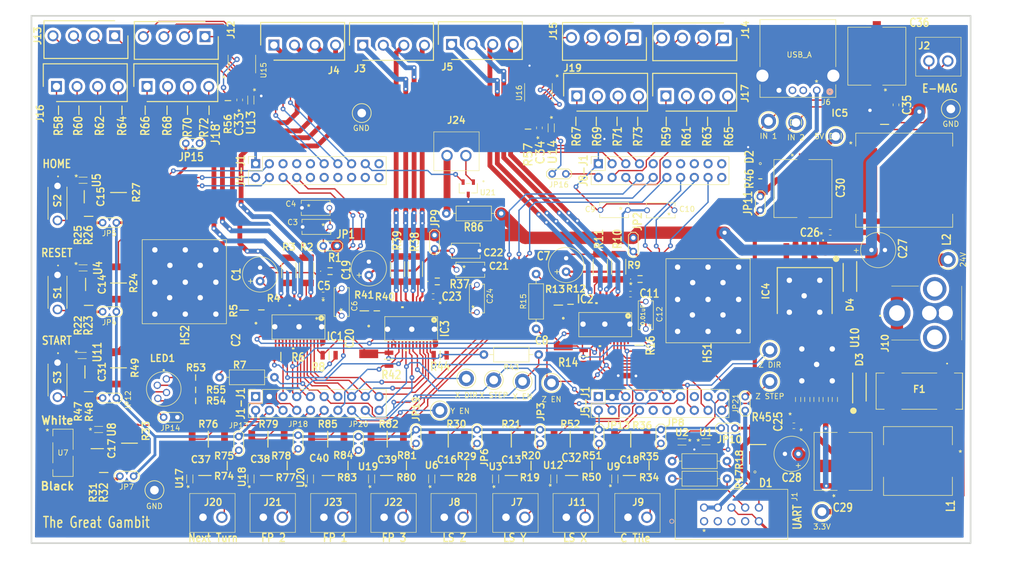
<source format=kicad_pcb>
(kicad_pcb (version 20211014) (generator pcbnew)
  (title_block (title "Full Schematic") (company "The Great Gambit"))
  (layers (0 "F.Cu" signal) (31 "B.Cu" signal) (34 "B.Paste" user) (35 "F.Paste" user) (36 "B.SilkS" user "B.Silkscreen") (37 "F.SilkS" user "F.Silkscreen") (38 "B.Mask" user) (39 "F.Mask" user) (44 "Edge.Cuts" user))
  (net 0 "")
  (net 1 "GND")
  (net 2 "+24V")
  (net 3 "Net-(C2-Pad2)")
  (net 4 "Net-(C8-Pad2)")
  (net 5 "Net-(C13-Pad2)")
  (net 6 "Net-(C14-Pad2)")
  (net 7 "Net-(C15-Pad2)")
  (net 8 "Net-(C16-Pad2)")
  (net 9 "+3.3V")
  (net 10 "RESET_OUT")
  (net 11 "HOME_OUT")
  (net 12 "Net-(C18-Pad2)")
  (net 13 "START_OUT")
  (net 14 "/StepperDriver2/1A")
  (net 15 "Net-(IC1-Pad6)")
  (net 16 "/StepperDriver2/2A")
  (net 17 "/StepperDriver2/2B")
  (net 18 "Net-(IC1-Pad9)")
  (net 19 "/StepperDriver2/1B")
  (net 20 "Net-(IC1-Pad12)")
  (net 21 "XYZ_RESET")
  (net 22 "Y_FAULT")
  (net 23 "XYZ_DECAY")
  (net 24 "Y_DIR")
  (net 25 "Y_ENABLE")
  (net 26 "Y_STEP")
  (net 28 "Y_HOME")
  (net 29 "/StepperDriver3/1A")
  (net 30 "Net-(IC2-Pad6)")
  (net 31 "/StepperDriver3/2A")
  (net 32 "/StepperDriver3/2B")
  (net 33 "Net-(IC2-Pad9)")
  (net 34 "/StepperDriver3/1B")
  (net 35 "Net-(IC2-Pad12)")
  (net 36 "Z_FAULT")
  (net 37 "Z_DIR")
  (net 38 "Z_ENABLE")
  (net 39 "Z_STEP")
  (net 41 "Z_HOME")
  (net 42 "/StepperDriver1/1A")
  (net 43 "Net-(IC3-Pad6)")
  (net 44 "/StepperDriver1/2A")
  (net 45 "/StepperDriver1/2B")
  (net 46 "Net-(IC3-Pad9)")
  (net 47 "/StepperDriver1/1B")
  (net 48 "Net-(IC3-Pad12)")
  (net 49 "X_FAULT")
  (net 50 "X_DIR")
  (net 51 "X_ENABLE")
  (net 52 "X_STEP")
  (net 54 "X_HOME")
  (net 55 "Net-(C17-Pad2)")
  (net 56 "Net-(C19-Pad1)")
  (net 57 "Net-(C20-Pad2)")
  (net 58 "Net-(C29-Pad1)")
  (net 59 "Net-(C30-Pad1)")
  (net 60 "Net-(C31-Pad2)")
  (net 61 "Net-(C32-Pad2)")
  (net 62 "Net-(C1-Pad1)")
  (net 63 "Net-(C5-Pad1)")
  (net 64 "Net-(C37-Pad2)")
  (net 65 "U3RX")
  (net 66 "Net-(C38-Pad2)")
  (net 67 "U3TX")
  (net 68 "LS_Y_OUT")
  (net 69 "Net-(D1-Pad1)")
  (net 70 "/MSP432E401Y/PP_3")
  (net 71 "+5V")
  (net 72 "/MSP432E401Y/PQ_1")
  (net 73 "Net-(D2-Pad1)")
  (net 74 "/MSP432E401Y/PM_6")
  (net 75 "Net-(LED1-Pad2)")
  (net 76 "Net-(LED1-Pad4)")
  (net 77 "LS_Z_OUT")
  (net 78 "LS_X_OUT")
  (net 79 "Net-(D3-Pad1)")
  (net 80 "Net-(R17-Pad2)")
  (net 81 "Net-(R18-Pad2)")
  (net 82 "Net-(D4-Pad1)")
  (net 83 "Net-(F1-Pad1)")
  (net 84 "Net-(C33-Pad2)")
  (net 85 "Net-(C34-Pad2)")
  (net 86 "Net-(J12-Pad1)")
  (net 87 "Net-(J12-Pad2)")
  (net 88 "Net-(J12-Pad3)")
  (net 89 "DEMUX_S2")
  (net 90 "DEMUX_S1")
  (net 91 "DEMUX_S0")
  (net 92 "LED_R")
  (net 93 "Net-(J12-Pad4)")
  (net 94 "Net-(J13-Pad1)")
  (net 95 "Net-(J13-Pad2)")
  (net 96 "LED_B")
  (net 97 "LED_G")
  (net 98 "Net-(J13-Pad3)")
  (net 99 "Net-(J13-Pad4)")
  (net 100 "Net-(J14-Pad1)")
  (net 101 "Net-(J14-Pad2)")
  (net 102 "Net-(J14-Pad3)")
  (net 103 "Net-(J14-Pad4)")
  (net 104 "MUX_S2")
  (net 105 "MUX_S1")
  (net 106 "MUX_S0")
  (net 107 "Net-(J15-Pad1)")
  (net 108 "Net-(J15-Pad2)")
  (net 109 "Net-(J15-Pad3)")
  (net 110 "Net-(J15-Pad4)")
  (net 111 "MAG_IN2")
  (net 112 "MAG_IN1")
  (net 113 "/Electromagnet1/OUT2")
  (net 114 "/Electromagnet1/OUT1")
  (net 115 "MUX_OUT")
  (net 116 "Net-(J7-Pad2)")
  (net 117 "Net-(J9-Pad2)")
  (net 118 "CAPTURE_OUT")
  (net 121 "Net-(J8-Pad2)")
  (net 122 "FP_1_OUT")
  (net 123 "FP_2_OUT")
  (net 124 "FP_3_OUT")
  (net 125 "Net-(J17-Pad1)")
  (net 126 "Net-(J17-Pad2)")
  (net 127 "Net-(J17-Pad3)")
  (net 128 "Net-(J17-Pad4)")
  (net 129 "Net-(JP3-Pad2)")
  (net 130 "Net-(JP4-Pad2)")
  (net 131 "Net-(JP5-Pad2)")
  (net 132 "Net-(JP6-Pad2)")
  (net 133 "COLOR_OUT")
  (net 134 "NEXT_TURN_OUT")
  (net 135 "Net-(JP12-Pad2)")
  (net 136 "Net-(LED1-Pad1)")
  (net 138 "/MSP432E401Y/PP_2")
  (net 140 "Net-(J11-Pad2)")
  (net 141 "Net-(JP13-Pad2)")
  (net 142 "Net-(JP14-Pad2)")
  (net 143 "Net-(J18-Pad1)")
  (net 144 "Net-(J18-Pad2)")
  (net 145 "Net-(J18-Pad3)")
  (net 146 "Net-(J18-Pad4)")
  (net 147 "Net-(J19-Pad1)")
  (net 148 "Net-(J19-Pad2)")
  (net 149 "Net-(J19-Pad3)")
  (net 150 "Net-(J19-Pad4)")
  (net 151 "Net-(C11-Pad1)")
  (net 152 "Net-(J20-Pad2)")
  (net 153 "Net-(C23-Pad1)")
  (net 154 "Net-(C39-Pad2)")
  (net 155 "Net-(J21-Pad2)")
  (net 156 "Net-(J22-Pad2)")
  (net 157 "Net-(J23-Pad2)")
  (net 158 "Net-(C40-Pad2)")
  (net 159 "Net-(JP7-Pad2)")
  (net 160 "Net-(JP8-Pad2)")
  (net 161 "Net-(JP15-Pad2)")
  (net 162 "Net-(JP16-Pad2)")
  (net 163 "Net-(JP17-Pad2)")
  (net 164 "Net-(JP18-Pad2)")
  (net 165 "Net-(JP19-Pad2)")
  (net 166 "Net-(JP20-Pad2)")
  (net 167 "XY_MS2")
  (net 168 "XY_MS1")
  (net 169 "XY_MS0")
  (net 170 "Z_MS2")
  (net 171 "Z_MS1")
  (net 172 "Z_MS0")
  (net 173 "/MSP432E401Y/RST_2")
  (net 174 "/MSP432E401Y/PK_7")
  (net 175 "/MSP432E401Y/PL_4")
  (net 176 "/MSP432E401Y/PP_0")
  (net 177 "/MSP432E401Y/PH_2")
  (net 178 "/MSP432E401Y/PH_3")
  (net 179 "/MSP432E401Y/PD_4")
  (net 180 "/MSP432E401Y/PD_5")
  (net 181 "/MSP432E401Y/PQ_0")
  (net 182 "Net-(J16-Pad1)")
  (net 183 "Net-(J16-Pad2)")
  (net 184 "Net-(J16-Pad3)")
  (net 185 "Net-(J16-Pad4)")
  (net 187 "/MSP432E401Y/PL_5")
  (net 188 "/MSP432E401Y/PQ_2")
  (net 189 "/MSP432E401Y/PQ_3")
  (net 190 "/MSP432E401Y/PK_3")
  (net 191 "/MSP432E401Y/PL_0")
  (net 192 "/MSP432E401Y/PL_1")
  (net 193 "/MSP432E401Y/PL_2")
  (net 194 "/MSP432E401Y/PL_3")
  (net 195 "/MSP432E401Y/RST_1")
  (net 196 "/MSP432E401Y/+5_1V")
  (net 197 "/MSP432E401Y/+5_2V")
  (net 198 "SIGNAL_LIGHT")
  (net 199 "Net-(J24-Pad1)")
  (net 200 "Net-(J24-Pad2)")
  (net 201 "Net-(C6-Pad2)")
  (net 202 "Net-(C6-Pad1)")
  (net 203 "Net-(C10-Pad2)")
  (net 204 "Net-(C12-Pad1)")
  (net 205 "Net-(C12-Pad2)")
  (net 206 "Net-(C24-Pad2)")
  (net 207 "Net-(C24-Pad1)")
  (net 208 "Net-(R22-Pad1)")
  (net 209 "Net-(R25-Pad1)")
  (net 210 "Net-(R31-Pad1)")
  (net 211 "Net-(R47-Pad1)")
  (net 216 "Net-(J1-Pad2)")
  (footprint "CL10B104KB8NNNC:CL10B104KB8NNNC" (layer "F.Cu") (at 93.0402 54.2036 90)
    (fp_text reference "C33")
    (fp_text value "0.1 uF" hide)
  )
  (footprint "RMCF1206FT10K0:RMCF1206FT10K0" (layer "F.Cu") (at 69.629504 55.322544)
    (fp_text reference "R64")
    (fp_text value "10k" hide)
  )
  (footprint "CDBA540-HF:DIOM5225X250N" (layer "F.Cu") (at 207.8482 107.442 90)
    (fp_text reference locked "D3")
    (fp_text value "CDBA540-HF" hide)
  )
  (footprint "EEE-FP1E471AP:EEE-FP1E471AP" (layer "F.Cu") (at 211.074 46.09465 90)
    (fp_text reference locked "C36")
    (fp_text value locked "470 uF" hide)
  )
  (footprint "TestPoint:TestPoint_2Pads_Pitch2.54mm_Drill0.8mm" (layer "F.Cu") (at 159.6136 115.356 -90)
    (fp_text reference "JP13")
    (fp_text value "3.3V Jumper")
  )
  (footprint "TestPoint:TestPoint_Keystone_5010-5014_Multipurpose" (layer "F.Cu") (at 203.454 60.96 90)
    (fp_text reference "DNI")
    (fp_text value "5V")
  )
  (footprint "C1210C822K2RACAUTO:CAPC3225X88N" (layer "F.Cu") (at 154.5336 123.848 90)
    (fp_text reference "C32")
    (fp_text value "8200pF" hide)
  )
  (footprint "ERJ-PB6B3002V:RESC2012X70N" (layer "F.Cu") (at 154.3304 92.1004 -90)
    (fp_text reference "R12")
    (fp_text value "30k" hide)
  )
  (footprint "RMCF1206FT10K0:RMCF1206FT10K0" (layer "F.Cu") (at 156.7166 121.215)
    (fp_text reference "R51")
    (fp_text value "10k" hide)
  )
  (footprint "TestPoint:TestPoint_Keystone_5010-5014_Multipurpose" (layer "F.Cu") (at 191.008 58.166)
    (fp_text reference "DNI")
    (fp_text value "IN 1")
  )
  (footprint "OQ0212500000G:OQ0212500000G" (layer "F.Cu") (at 130.9396 131.592)
    (fp_text reference "J8")
    (fp_text value "OQ0212500000G" hide)
  )
  (footprint "TestPoint:TestPoint_Keystone_5010-5014_Multipurpose" (layer "F.Cu") (at 196.088 58.42)
    (fp_text reference "DNI")
    (fp_text value "IN 2")
  )
  (footprint "WSL2010R4000FEA:RESC5025X88N" (layer "F.Cu") (at 105.4481 85.8012 -90)
    (fp_text reference "R2")
    (fp_text value "400m" hide)
  )
  (footprint "RMCF1206FT10K0:RMCF1206FT10K0" (layer "F.Cu") (at 100.2296 121.215)
    (fp_text reference "R78")
    (fp_text value "10k" hide)
  )
  (footprint "TNPV08051M00BEEA:TNPV0805180KBEEA" (layer "F.Cu") (at 129.642282 87.8591)
    (fp_text reference "R37")
    (fp_text value "1M" hide)
  )
  (footprint "OQ0212500000G:OQ0212500000G" (layer "F.Cu") (at 164.9756 131.592)
    (fp_text reference "J9")
    (fp_text value "OQ0212500000G" hide)
  )
  (footprint "UCLAMP3301H-TCT:UCLAMP3301H.TCT" (layer "F.Cu") (at 66.9036 115.316)
    (fp_text reference "U8")
    (fp_text value "SOD_01H.TCT_SEM" hide)
  )
  (footprint "3588:3588" (layer "F.Cu") (at 218.948 108.204 180)
    (fp_text reference locked "F1")
    (fp_text value "Fuse Holder" hide)
  )
  (footprint "TestPoint:TestPoint_Keystone_5010-5014_Multipurpose" (layer "F.Cu") (at 150.7998 106.6746 180)
    (fp_text reference "TP5" hide)
    (fp_text value "Z EN")
  )
  (footprint "OQ0212500000G:OQ0212500000G" (layer "F.Cu") (at 220.726 46.99)
    (fp_text reference "J2")
    (fp_text value "OQ0212500000G" hide)
  )
  (footprint "UCLAMP3301H-TCT:UCLAMP3301H.TCT" (layer "F.Cu") (at 83.7946 124.48 90)
    (fp_text reference "U17")
    (fp_text value "SOD_01H.TCT_SEM" hide)
  )
  (footprint "UCLAMP3301H-TCT:UCLAMP3301H.TCT" (layer "F.Cu") (at 174.9806 117.622 180)
    (fp_text reference "U2")
    (fp_text value "SOD_01H.TCT_SEM" hide)
  )
  (footprint "EEE-FP1E471AP:EEE-FP1E471AP" (layer "F.Cu") (at 197.3834 70.6374 -90)
    (fp_text reference "C30")
    (fp_text value "470 uF" hide)
  )
  (footprint "UCLAMP3301H-TCT:UCLAMP3301H.TCT" (layer "F.Cu") (at 95.101567 54.230833 -90)
    (fp_text reference "U13")
    (fp_text value "SOD_01H.TCT_SEM" hide)
  )
  (footprint "TestPoint:TestPoint_2Pads_Pitch2.54mm_Drill0.8mm" (layer "F.Cu") (at 125.7046 115.356 -90)
    (fp_text reference "JP19")
    (fp_text value "3.3V Jumper" hide)
  )
  (footprint "TNPV08051M00BEEA:TNPV0805180KBEEA" (layer "F.Cu") (at 167.210322 87.420188)
    (fp_text reference "R9")
    (fp_text value "1M" hide)
  )
  (footprint "CL10B104KB8NNNC:CL10B104KB8NNNC" (layer "F.Cu") (at 195.707 114.6302 180)
    (fp_text reference "C25")
    (fp_text value "0.1 uF" hide)
  )
  (footprint "TestPoint:TestPoint_Keystone_5010-5014_Multipurpose" (layer "F.Cu") (at 77.2414 126.5682 90)
    (fp_text reference "TP12" hide)
    (fp_text value "GND")
  )
  (footprint "Capacitor_THT:C_Radial_D6.3mm_H5.0mm_P2.50mm" (layer "F.Cu") (at 196.5452 119.8372 180)
    (fp_text reference "C28")
    (fp_text value "100 uF")
  )
  (footprint "RCV2512100KFKEGAT:RESC6332X70N" (layer "F.Cu") (at 70.5866 88.158 90)
    (fp_text reference "R24")
    (fp_text value "100k" hide)
  )
  (footprint "CK05BX103K:CK05BX103K" (layer "F.Cu") (at 111.9378 94.234 90)
    (fp_text reference "C6")
    (fp_text value "0.01uF" hide)
  )
  (footprint "SDR10EZPJ271:RESC2012X65N" (layer "F.Cu") (at 146.4564 59.6138 90)
    (fp_text reference "R57")
    (fp_text value "270" hide)
  )
  (footprint "UCLAMP3301H-TCT:UCLAMP3301H.TCT" (layer "F.Cu") (at 151.2316 124.48 90)
    (fp_text reference "U12")
    (fp_text value "SOD_01H.TCT_SEM" hide)
  )
  (footprint "RMCF1206FT10K0:RMCF1206FT10K0" (layer "F.Cu") (at 182.054277 57.386)
    (fp_text reference "R65")
    (fp_text value "10k" hide)
  )
  (footprint "OQ0432500000G:RHDR4W80P0X381_1X4_1540X700X920P" (layer "F.Cu") (at 165.9382 42.6466 180)
    (fp_text reference "J15")
    (fp_text value "OQ0432500000G" hide)
  )
  (footprint "SDR10EZPJ271:RESC2012X65N" (layer "F.Cu") (at 84.8766 110.002 180)
    (fp_text reference "R54")
    (fp_text value "270" hide)
  )
  (footprint "OQ0432500000G:RHDR4W80P0X381_1X4_1540X700X920P" (layer "F.Cu") (at 59.098353 51.706886)
    (fp_text reference "J16")
    (fp_text value "OQ0432500000G" hide)
  )
  (footprint "WSL2010R4000FEA:RESC5025X88N" (layer "F.Cu") (at 125.578282 85.5731 -90)
    (fp_text reference "R38")
    (fp_text value "400m" hide)
  )
  (footprint "ATS-52150P-C1-R0:ATS-52150P-C1-R0" (layer "F.Cu") (at 179.8066 91.44 90)
    (fp_text reference locked "HS1")
    (fp_text value "Heatsink")
  )
  (footprint "CK05BX103K:CK05BX103K" (layer "F.Cu") (at 136.9822 93.5736 90)
    (fp_text reference "C24")
    (fp_text value "0.01uF" hide)
  )
  (footprint "UCLAMP3301H-TCT:UCLAMP3301H.TCT" (layer "F.Cu") (at 64.0207 69.0953)
    (fp_text reference "U5")
    (fp_text value "SOD_01H.TCT_SEM" hide)
  )
  (footprint "TestPoint:TestPoint_2Pads_Pitch2.54mm_Drill0.8mm" (layer "F.Cu") (at 189.484 74.656 90)
    (fp_text reference "JP11")
    (fp_text value "5V Jumper")
  )
  (footprint "WSL2010R4000FEA:RESC5025X88N" (layer "F.Cu") (at 159.8422 85.1662 -90)
    (fp_text reference "R11")
    (fp_text value "400m" hide)
  )
  (footprint "Connector_PinSocket_2.54mm:PinSocket_2x10_P2.54mm_Vertical" (layer "F.Cu") (at 159.4866 109.22 90)
    (fp_text reference "J5-J1")
    (fp_text value "Conn_01x10")
  )
  (footprint "RCV2512100KFKEGAT:RESC6332X70N" (layer "F.Cu") (at 72.6186 117.856 90)
    (fp_text reference "R33")
    (fp_text value "100k" hide)
  )
  (footprint "C1210C822K2RACAUTO:CAPC3225X88N" (layer "F.Cu") (at 131.4196 123.848 90)
    (fp_text reference "C16")
    (fp_text value "8200pF" hide)
  )
  (footprint "OQ0432500000G:RHDR4W80P0X381_1X4_1540X700X920P" (layer "F.Cu") (at 172.003063 53.477)
    (fp_text reference "J17")
    (fp_text value "OQ0432500000G" hide)
  )
  (footprint "OQ0432500000G:RHDR4W80P0X381_1X4_1540X700X920P" (layer "F.Cu") (at 115.833 44.0578)
    (fp_text reference "J3")
    (fp_text value "OQ0432500000G" hide)
  )
  (footprint "UCLAMP3301H-TCT:UCLAMP3301H.TCT" (layer "F.Cu") (at 140.4493 124.48 90)
    (fp_text reference "U3")
    (fp_text value "SOD_01H.TCT_SEM" hide)
  )
  (footprint "OQ0212500000G:OQ0212500000G" (layer "F.Cu") (at 108.6356 131.592)
    (fp_text reference "J23")
    (fp_text value "OQ0212500000G" hide)
  )
  (footprint "RCV2512100KFKEGAT:RESC6332X70N" (layer "F.Cu") (at 70.5866 103.886 90)
    (fp_text reference "R49")
    (fp_text value "100k" hide)
  )
  (footprint "OQ0212500000G:OQ0212500000G" (layer "F.Cu") (at 131.4476 64.5286)
    (fp_text reference "J24")
    (fp_text value "OQ0212500000G" hide)
  )
  (footprint "SN74LV4051ATPWRQ1:SN74LV4051ATPWRQ1" (layer "F.Cu") (at 148.3868 52.8066 -90)
    (fp_text reference "U16")
    (fp_text value "SN74LV4051ATPWRQ1" hide)
  )
  (footprint "RMCF1206FT10K0:RMCF1206FT10K0" (layer "F.Cu") (at 161.350063 57.386)
    (fp_text reference "R71")
    (fp_text value "10k" hide)
  )
  (footprint "RMCF1206FT10K0:RMCF1206FT10K0" (layer "F.Cu") (at 73.936116 55.322544)
    (fp_text reference "R66")
    (fp_text value "10k" hide)
  )
  (footprint "C1210C822K2RACAUTO:CAPC3225X88N" (layer "F.Cu") (at 143.3576 123.848 90)
    (fp_text reference "C13")
    (fp_text value "8200pF" hide)
  )
  (footprint "CL10B104KB8NNNC:CL10B104KB8NNNC" (layer "F.Cu") (at 214.63 55.118 90)
    (fp_text reference locked "C35")
    (fp_text value "0.1 uF" hide)
  )
  (footprint "CK05BX103K:CK05BX103K" (layer "F.Cu") (at 164.9476 74.6252 180)
    (fp_text reference "C9")
    (fp_text value "0.01uF" hide)
  )
  (footprint "Capacitor_THT:C_Radial_D6.3mm_H5.0mm_P2.50mm" (layer "F.Cu") (at 210.078 82.042)
    (fp_text reference "C27")
    (fp_text value "100 uF" hide)
  )
  (footprint "RMCF1206FT10K0:RMCF1206FT10K0" (layer "F.Cu") (at 89.1272 121.2458)
    (fp_text reference "R75")
    (fp_text value "10k" hide)
  )
  (footprint "RCV2512100KFKEGAT:RESC6332X70N" (layer "F.Cu") (at 109.3496 117.114 180)
    (fp_text reference "R85")
    (fp_text value "100k" hide)
  )
  (footprint "Connector_PinSocket_2.54mm:PinSocket_2x10_P2.54mm_Vertical" (layer "F.Cu") (at 95.9866 66.04 90)
    (fp_text reference "J4-J1")
    (fp_text value "Conn_01x10")
  )
  (footprint "UCLAMP3301H-TCT:UCLAMP3301H.TCT" (layer "F.Cu") (at 64.0207 85.3513)
    (fp_text reference "U4")
    (fp_text value "SOD_01H.TCT_SEM" hide)
  )
  (footprint "C1812X474K2RACAUTO:C1812_FT" (layer "F.Cu") (at 96.0501 98.7552 -90)
    (fp_text reference "C2")
    (fp_text value "0.47uF" hide)
  )
  (footprint "TestPoint:TestPoint_2Pads_Pitch2.54mm_Drill0.8mm" (layer "F.Cu") (at 148.6916 115.356 -90)
    (fp_text reference "JP3")
    (fp_text value "3.3V Jumper")
  )
  (footprint "UCLAMP3301H-TCT:UCLAMP3301H.TCT" (layer "F.Cu") (at 63.8556 101.6)
    (fp_text reference "U11")
    (fp_text value "SOD_01H.TCT_SEM" hide)
  )
  (footprint "Connector_PinSocket_2.54mm:PinSocket_2x10_P2.54mm_Vertical" (layer "F.Cu") (at 95.9866 109.22 90)
    (fp_text reference "J1-J1")
    (fp_text value "Conn_01x10" hide)
  )
  (footprint "TestPoint:TestPoint_Keystone_5010-5014_Multipurpose" (layer "F.Cu") (at 191.262 100.584)
    (fp_text reference "TP6" hide)
    (fp_text value "Z DIR")
  )
  (footprint "CR0402-FX-5620GLF:RESC1005X40N" (layer "F.Cu") (at 168.5316 125.496 180)
    (fp_text reference "R34")
    (fp_text value "562" hide)
  )
  (footprint "TestPoint:TestPoint_2Pads_Pitch2.54mm_Drill0.8mm" (layer "F.Cu") (at 70.1856 76.962 180)
    (fp_text reference "JP5")
    (fp_text value "3.3V Jumper")
  )
  (footprint "RMCF1206FT10K0:RMCF1206FT10K0" (layer "F.Cu") (at 65.8506 90.702 -90)
    (fp_text reference "R23")
    (fp_text value "10k" hide)
  )
  (footprint "RMCF1206FT10K0:RMCF1206FT10K0" (layer "F.Cu") (at 167.8316 98.088 -90)
    (fp_text reference "R16")
    (fp_text value "10k" hide)
  )
  (footprint "CDBA540-HF:DIOM5225X250N" (layer "F.Cu") (at 206.0956 87.122 -90)
    (fp_text reference locked "D4")
    (fp_text value "CDBA540-HF" hide)
  )
  (footprint "TestPoint:TestPoint_Keystone_5010-5014_Multipurpose" (layer "F.Cu") (at 140.1064 106.1412 180)
    (fp_text reference "TP7" hide)
    (fp_text value "X STEP")
  )
  (footprint "EAST2012RA2:EAST2012RA2" (layer "F.Cu") (at 189.484 64.008 90)
    (fp_text reference "D2")
    (fp_text value "EAST2012RA2" hide)
  )
  (footprint "OQ0432500000G:RHDR4W80P0X381_1X4_1540X700X920P" (layer "F.Cu") (at 69.8754 42.3164 180)
    (fp_text reference "J13")
    (fp_text value "OQ0432500000G" hide)
  )
  (footprint "C1812X474K2RACAUTO:C1812_FT" (layer "F.Cu") (at 116.942282 99.2891 -90)
    (fp_text reference "C20")
    (fp_text value "0.47uF" hide)
  )
  (footprint "RMCF1206FT10K0:RMCF1206FT10K0" (layer "F.Cu") (at 77.979813 55.322544)
    (fp_text reference "R68")
    (fp_text value "10k" hide)
  )
  (footprint "TestPoint:TestPoint_2Pads_Pitch2.54mm_Drill0.8mm" (layer "F.Cu") (at 70.1856 109.474 180)
    (fp_text reference "JP12")
    (fp_text value "3.3V Jumper")
  )
  (footprint "TestPoint:TestPoint_2Pads_Pitch2.54mm_Drill0.8mm" (layer "F.Cu") (at 182.2396 115.062)
    (fp_text reference "JP10")
    (fp_text value "3.3V Jumper" hide)
  )
  (footprint "HV-5RGB25:HV5RGB25" (layer "F.Cu") (at 78.9686 105.897 -90)
    (fp_text reference locked "LED1")
    (fp_text value "HV-5RGB25" hide)
  )
  (footprint "CR0402-FX-5620GLF:RESC1005X40N" (layer "F.Cu") (at 112.9056 125.496 180)
    (fp_text reference "R83")
    (fp_text value "562" hide)
  )
  (footprint "RCV2512100KFKEGAT:RESC6332X70N" (layer "F.Cu") (at 70.5866 71.374 90)
    (fp_text reference "R27")
    (fp_text value "100k" hide)
  )
  (footprint "ERJ-PB6B3002V:RESC2012X70N" (layer "F.Cu") (at 97.0534 93.1418 -90)
    (fp_text reference "R4")
    (fp_text value "30k" hide)
  )
  (footprint "SDR10EZPJ271:RESC2012X65N" (layer "F.Cu") (at 84.8766 105.684 180)
    (fp_text reference "R53")
    (fp_text value "270" hide)
  )
  (footprint "CL10B104KB8NNNC:CL10B104KB8NNNC" (layer "F.Cu") (at 148.5646 59.3852 90)
    (fp_text reference "C34")
    (fp_text value "0.1 uF" hide)
  )
  (footprint "UCLAMP3301H-TCT:UCLAMP3301H.TCT" (layer "F.Cu") (at 95.1256 124.48 90)
    (fp_text reference "U18")
    (fp_text value "SOD_01H.TCT_SEM" hide)
  )
  (footprint "RMCF1206FT10K0:RMCF1206FT10K0" (layer "F.Cu") (at 116.93 91.718 -90)
    (fp_text reference "R41")
    (fp_text value "10k" hide)
  )
  (footprint "CL10B104KB8NNNC:CL10B104KB8NNNC" (layer "F.Cu") (at 108.4961 90.3732 180)
    (fp_text reference "C5")
    (fp_text value "0.1 uF" hide)
  )
  (footprint "ATS-52150P-C1-R0:ATS-52150P-C1-R0" (layer "F.Cu") (at 82.7786 87.904 90)
    (fp_text reference "HS2")
    (fp_text value "Heatsink")
  )
  (footprint "TestPoint:TestPoint_2Pads_Pitch2.54mm_Drill0.8mm" (layer "F.Cu") (at 92.8624 116.626 -90)
    (fp_text reference "JP17")
    (fp_text value "3.3V Jumper" hide)
  )
  (footprint "TestPoint:TestPoint_Keystone_5010-5014_Multipurpose" (layer "F.Cu") (at 115.6462 56.642 90)
    (fp_text reference "TP10" hide)
    (fp_text value "GND")
  )
  (footprint "RMCF1206FT10K0:RMCF1206FT10K0" (layer "F.Cu") (at 155.9676 103.374 90)
    (fp_text reference "R14")
    (fp_text value "10k" hide)
  )
  (footprint "Resistor_THT:R_Axial_DIN0207_L6.3mm_D2.5mm_P10.16mm_Horizontal" (layer "F.Cu") (at 173.1518 121.1834)
    (fp_text reference "R18")
    (fp_text value "2.2 k" hide)
  )
  (footprint "KLDHCX-8-0202-A:KLDHCX80202A" (layer "F.Cu") (at 214.802 93.726 180)
    (fp_text reference "J10")
    (fp_text value "KLDHCX-8-0202-A" hide)
  )
  (footprint "TestPoint:TestPoint_Keystone_5010-5014_Multipurpose" (layer "F.Cu") (at 191.262 106.426)
    (fp_text reference "TP4" hide)
    (fp_text value "Z STEP")
  )
  (footprint "OQ0432500000G:RHDR4W80P0X381_1X4_1540X700X920P" (layer "F.Cu") (at 132.2922 43.9054)
    (fp_text reference "J5")
    (fp_text value "OQ0432500000G" hide)
  )
  (footprint "PTS636_SL43_LFS:PTS636SL43LFS" (layer "F.Cu") (at 59.2836 70.148 -90)
    (fp_text reference "S2")
    (fp_text value "PTS636_SL43_LFS" hide)
  )
  (footprint "C1210C822K2RACAUTO:CAPC3225X88N" (layer "F.Cu") (at 120.2716 123.848 90)
    (fp_text reference "C39")
    (fp_text value "8200pF" hide)
  )
  (footprint "ERJ-PB6B3002V:RESC2012X70N" (layer "F.Cu") (at 118.4402 93.3196 -90)
    (fp_text reference "R40")
    (fp_text value "30k" hide)
  )
  (footprint "C1210C822K2RACAUTO:CAPC3225X88N" (layer "F.Cu") (at 165.2296 123.848 90)
    (fp_text reference "C18")
    (fp_text value "8200pF" hide)
  )
  (footprint "LM2576SX-3.3-NOPB:LM2576SX-3.3-NOPB" (layer "F.Cu") (at 199.898 103.57485)
    (fp_text reference "U10")
    (fp_text value "LM2576SX-3.3-NOPB" hide)
  )
  (footprint "Connector_PinSocket_2.54mm:PinSocket_2x10_P2.54mm_Vertical" (layer "F.Cu") (at 159.4866 66.04 90)
    (fp_text reference "J8-J1")
    (fp_text value "Conn_01x10")
  )
  (footprint "C1812X474K2RACAUTO:C1812_FT" (layer "F.Cu") (at 152.986322 97.834188 -90)
    (fp_text reference "C8")
    (fp_text value "0.47uF" hide)
  )
  (footprint "Capacitor_THT:C_Radial_D6.3mm_H5.0mm_P2.50mm" (layer "F.Cu") (at 153.5176 86.0606 90)
    (fp_text reference "C7")
    (fp_text value "100 uF" hide)
  )
  (footprint "TestPoint:TestPoint_Keystone_5010-5014_Multipurpose" (layer "F.Cu") (at 145.4404 106.3952 180)
    (fp_text reference "TP8" hide)
    (fp_text value "X EN")
  )
  (footprint "CR0402-FX-5620GLF:RESC1005X40N" (layer "F.Cu") (at 146.4056 125.496 180)
    (fp_text reference "R19")
    (fp_text value "562" hide)
  )
  (footprint "EAST2012RA2:EAST2012RA2" (layer "F.Cu") (at 190.5 123.19)
    (fp_text reference "D1")
    (fp_text value "EAST2012RA2" hide)
  )
  (footprint "RMCF1206FT10K0:RMCF1206FT10K0" (layer "F.Cu") (at 122.3276 121.215)
    (fp_text reference "R81")
    (fp_text value "10k" hide)
  )
  (footprint "302-S101:302-S101" (layer "F.Cu") (at 179.07 132.334)
    (fp_text reference "J1")
    (fp_text value "302-S101" hide)
  )
  (footprint "EEE-FP1E471AP:EEE-FP1E471AP" (layer "F.Cu") (at 204.8256 121.22785 90)
    (fp_text reference "C29")
    (fp_text value "470 uF" hide)
  )
  (footprint "RMCF1206FT10K0:RMCF1206FT10K0" (layer "F.Cu") (at 68.6446 121.69 -90)
    (fp_text reference "R32")
    (fp_text value "10k" hide)
  )
  (footprint "CR0402-FX-5620GLF:RESC1005X40N" (layer "F.Cu") (at 63.0936 92.71 90)
    (fp_text reference "R22")
    (fp_text value "562" hide)
  )
  (footprint "RCV2512100KFKEGAT:RESC6332X70N" (layer "F.Cu") (at 154.2796 117.114 180)
    (fp_text reference "R52")
    (fp_text value "100k" hide)
  )
  (footprint "CR0402-FX-5620GLF:RESC1005X40N" (layer "F.Cu") (at 134.7216 125.496 180)
    (fp_text reference "R28")
    (fp_text value "562" hide)
  )
  (footprint "RMCF1206FT10K0:RMCF1206FT10K0" (layer "F.Cu") (at 153.717567 57.386)
    (fp_text reference "R67")
    (fp_text value "10k" hide)
  )
  (footprint "CK05BX103K:CK05BX103K" (layer "F.Cu") (at 137.4648 82.169 180)
    (fp_text reference "C22")
    (fp_text value "0.01uF" hide)
  )
  (footprint "TestPoint:TestPoint_2Pads_Pitch2.54mm_Drill0.8mm" (layer "F.Cu") (at 111.0742 81.28 180)
    (fp_text reference "JP1")
    (fp_text value "24V Jumper")
  )
  (footprint "TestPoint:TestPoint_2Pads_Pitch2.54mm_Drill0.8mm" (layer "F.Cu") (at 73.386 123.972 180)
    (fp_text reference "JP7")
    (fp_text value "3.3V Jumper")
  )
  (footprint "CR0402-FX-5620GLF:RESC1005X40N" (layer "F.Cu") (at 89.6366 125.496 180)
    (fp_text reference "R74")
    (fp_text value "562" hide)
  )
  (footprint "TestPoint:TestPoint_2Pads_Pitch2.54mm_Drill0.8mm" (layer "F.Cu") (at 165.9636 79.776 -90)
    (fp_text reference "JP2")
    (fp_text value "24V Jumper" hide)
  )
  (footprint "DRV8824QPWPRQ1:DRV8824QPWPRQ1" (layer "F.Cu") (at 160.7606 95.868 -90)
    (fp_text reference "IC2")
    (fp_text value "DRV8824QPWPRQ1" hide)
  )
  (footprint "SN74LV4051ATPWRQ1:SN74LV4051ATPWRQ1" (layer "F.Cu") (at 93.4466 47.5488 90)
    (fp_text reference "U15")
    (fp_text value "SN74LV4051ATPWRQ1" hide)
  )
  (footprint "C1210C822K2RACAUTO:CAPC3225X88N" (layer "F.Cu") (at 66.6496 118.872 -90)
    (fp_text reference "C17")
    (fp_text value "8200pF" hide)
  )
  (footprint "RMCF1206FT10K0:RMCF1206FT10K0" (layer "F.Cu") (at 102.2618 102.599 180)
    (fp_text reference "R6")
    (fp_text value "10k" hide)
  )
  (footprint "OQ0432500000G:RHDR4W80P0X381_1X4_1540X700X920P" (layer "F.Cu") (at 155.502063 53.477)
    (fp_text reference "J19")
    (fp_text value "OQ0432500000G" hide)
  )
  (footprint "OQ0212500000G:OQ0212500000G" (layer "F.Cu") (at 153.5456 131.592)
    (fp_text reference "J11")
    (fp_text value "OQ0212500000G" hide)
  )
  (footprint "C1210C822K2RACAUTO:CAPC3225X88N" (layer "F.Cu") (at 98.0186 123.848 90)
    (fp_text reference "C38")
    (fp_text value "8200pF" hide)
  )
  (footprint "RCV2512100KFKEGAT:RESC6332X70N" (layer "F.Cu") (at 131.6736 117.114 180)
    (fp_text reference "R30")
    (fp_text value "100k" hide)
  )
  (footprint "Capacitor_THT:C_Radial_D6.3mm_H5.0mm_P2.50mm" (layer "F.Cu") (at 96.8121 87.8132 90)
    (fp_text reference "C1")
    (fp_text value "100 uF" hide)
  )
  (footprint "Resistor_THT:R_Axial_DIN0207_L6.3mm_D2.5mm_P10.16mm_Horizontal" (layer "F.Cu") (at 141.478 75.2602 180)
    (fp_text reference "R86")
    (fp_text value "1.2k" hide)
  )
  (footprint "C1210C822K2RACAUTO:CAPC3225X88N" (layer "F.Cu") (at 64.3636 104.648)
    (fp_text reference "C31")
    (fp_text value "8200pF" hide)
  )
  (footprint "TestPoint:TestPoint_2Pads_Pitch2.54mm_Drill0.8mm" (layer "F.Cu") (at 153.4668 67.9196 180)
    (fp_text reference "JP16")
    (fp_text value "3.3V Jumper")
  )
  (footprint "RMCF1206FT10K0:RMCF1206FT10K0" (layer "F.Cu") (at 152.871 90.6512 -90)
    (fp_text reference "R13")
    (fp_text value "10k" hide)
  )
  (footprint "BD62130AEFJ-E2:SOIC127P600X100-9N" (layer "F.Cu") (at 209.804 56.134 180)
    (fp_text reference "IC5")
    (fp_text value "BD62130AEFJ-E2" hide)
  )
  (footprint "PA4344-104NLT:PA4344.104NLT" (layer "F.Cu") (at 216.154 69.088)
    (fp_text reference "L2")
    (fp_text value "100 uH" hide)
  )
  (footprint "UCLAMP3301H-TCT:UCLAMP3301H.TCT" (layer "F.Cu") (at 106.1466 124.48 90)
    (fp_text reference "U20")
    (fp_text value "SOD_01H.TCT_SEM" hide)
  )
  (footprint "CR0402-FX-5620GLF:RESC1005X40N" (layer "F.Cu") (at 157.7086 125.496)
    (fp_text reference "R50")
    (fp_text value "562" hide)
  )
  (footprint "UCLAMP3301H-TCT:UCLAMP3301H.TCT" (layer "F.Cu") (at 150.749 59.3852 -90)
    (fp_text reference "U14")
    (fp_text value "SOD_01H.TCT_SEM" hide)
  )
  (footprint "RMCF1206FT10K0:RMCF1206FT10K0" (layer "F.Cu") (at 85.762389 55.322544)
    (fp_text reference "R72")
    (fp_text value "10k" hide)
  )
  (footprint "RMCF1206FT10K0:RMCF1206FT10K0" (layer "F.Cu") (at 65.8506 106.704 -90)
    (fp_text reference "R48")
    (fp_text value "10k" hide)
  )
  (footprint "RMCF1206FT10K0:RMCF1206FT10K0" (layer "F.Cu") (at 157.501961 57.386)
    (fp_text reference "R69")
    (fp_text value "10k" hide)
  )
  (footprint "CL10B104KB8NNNC:CL10B104KB8NNNC" (layer "F.Cu") (at 128.880282 90.6531 180)
    (fp_text reference "C23")
    (fp_text value "0.1 uF" hide)
  )
  (footprint "CK05BX103K:CK05BX103K" (layer "F.Cu") (at 133.223 85.6996)
    (fp_text reference "C21")
    (fp_text value "0.01uF" hide)
  )
  (footprint "TestPoint:TestPoint_2Pads_Pitch2.54mm_Drill0.8mm" (layer "F.Cu") (at 186.69 109.24 -90)
    (fp_text reference "JP21")
    (fp_text value "5V Jumper")
  )
  (footprint "CK05BX103K:CK05BX103K" (layer "F.Cu") (at 173.5836 74.676 180)
    (fp_text reference "C10")
    (fp_text value "0.01uF" hide)
  )
  (footprint "CR0402-FX-5620GLF:RESC1005X40N" (layer "F.Cu") (at 65.8876 123.19 90)
    (fp_text reference "R31")
    (fp_text value "562" hide)
  )
  (footprint "TestPoint:TestPoint_Keystone_5010-5014_Multipurpose" (layer "F.Cu") (at 224.79 55.88 180)
    (fp_text reference "DNI")
    (fp_text value "GND")
  )
  (footprint "RCV2512100KFKEGAT:RESC6332X70N" (layer "F.Cu") (at 143.3576 117.114 180)
    (fp_text reference "R21")
    (fp_text value "100k" hide)
  )
  (footprint "RMCF1206FT10K0:RMCF1206FT10K0" (layer "F.Cu") (at 65.8506 74.192 -90)
    (fp_text reference "R26")
    (fp_text value "10k" hide)
  )
  (footprint "RCV2512100KFKEGAT:RESC6332X70N" (layer "F.Cu") (at 120.3706 117.114 180)
    (fp_text reference "R82")
    (fp_text value "100k" hide)
  )
  (footprint "RMCF1206FT10K0:RMCF1206FT10K0" (layer "F.Cu") (at 65.655825 55.322544)
    (fp_text reference "R62")
    (fp_text value "10k" hide)
  )
  (footprint "RMCF1206FT10K0:RMCF1206FT10K0" (layer "F.Cu") (at 145.4136 121.215)
    (fp_text reference "R20")
    (fp_text value "10k" hide)
  )
  (footprint "RCV2512100KFKEGAT:RESC6332X70N" (layer "F.Cu") (at 87.2236 117.114 180)
    (fp_text reference "R76")
    (fp_text value "100k" hide)
  )
  (footprint "RMCF1206FT10K0:RMCF1206FT10K0" (layer "F.Cu") (at 131.7766 102.345 180)
    (fp_text reference "R44")
    (fp_text value "10k" hide)
  )
  (footprint "C1210C822K2RACAUTO:CAPC3225X88N" (layer "F.Cu") (at 64.2366 72.156)
    (fp_text reference "C15")
    (fp_text value "8200pF" hide)
  )
  (footprint "SDR10EZPJ271:RESC2012X65N" (layer "F.Cu") (at 84.8766 107.97 180)
    (fp_text reference "R55")
    (fp_text value "270" hide)
  )
  (footprint "WSL2010R4000FEA:RESC5025X88N" (layer "F.Cu") (at 122.276282 85.5731 -90)
    (fp_text reference "R39")
    (fp_text value "400m" hide)
  )
  (footprint "UCLAMP3301H-TCT:UCLAMP3301H.TCT" (layer "F.Cu") (at 162.5346 124.48 90)
    (fp_text reference "U9")
    (fp_text value "SOD_01H.TCT_SEM" hide)
  )
  (footprint "CK05BX103K:CK05BX103K" (layer "F.Cu") (at 168.275 96.6724 90)
    (fp_text reference "C12")
    (fp_text value "0.01uF")
  )
  (footprint "CL10B104KB8NNNC:CL10B104KB8NNNC" (layer "F.Cu") (at 165.432322 90.214188 180)
    (fp_text reference "C11")
    (fp_text value "0.1 uF" hide)
  )
  (footprint "PTS636_SL43_LFS:PTS636SL43LFS" (layer "F.Cu") (at 59.2836 86.658 -90)
    (fp_text reference "S1")
    (fp_text value "PTS636_SL43_LFS" hide)
  )
  (footprint "Resistor_THT:R_Axial_DIN0207_L6.3mm_D2.5mm_P10.16mm_Horizontal" (layer "F.Cu") (at 173.1772 124.4346)
    (fp_text reference "R17")
    (fp_text value "2.2 k")
  )
  (footprint "RMCF1206FT10K0:RMCF1206FT10K0" (layer "F.Cu") (at 57.869741 55.322544)
    (fp_text reference "R58")
    (fp_text value "10k" hide)
  )
  (footprint "RMCF1206FT10K0:RMCF1206FT10K0" (layer "F.Cu") (at 61.653353 55.322544)
    (fp_text reference "R60")
    (fp_text value "10k" hide)
  )
  (footprint "USB1130-15-A:USB1130-15-A" (layer "F.Cu") (at 199.947902 52.425 180)
    (fp_text reference locked "J6")
    (fp_text value locked "USB_A")
  )
  (footprint "PTS636_SL43_LFS:PTS636SL43LFS" (layer "F.Cu") (at 59.2836 102.914 -90)
    (fp_text reference "S3")
    (fp_text value "PTS636_SL43_LFS" hide)
  )
  (footprint "UCLAMP3301H-TCT:UCLAMP3301H.TCT" (layer "F.Cu") (at 128.6129 124.48 90)
    (fp_text reference "U6")
    (fp_text value "SOD_01H.TCT_SEM" hide)
  )
  (footprint "Resistor_THT:R_Axial_DIN0207_L6.3mm_D2.5mm_P10.16mm_Horizontal" (layer "F.Cu") (at 99.4664 105.6386 180)
    (fp_text reference "R7")
    (fp_text value "10k" hide)
  )
  (footprint "C1210C822K2RACAUTO:CAPC3225X88N" (layer "F.Cu") (at 64.4906 88.412)
    (fp_text reference "C14")
    (fp_text value "8200pF" hide)
  )
  (footprint "CK05BX103K:CK05BX103K" (layer "F.Cu") (at 104.5718 74.2188)
    (fp_text reference "C4")
    (fp_text value "0.01uF" hide)
  )
  (footprint "CK05BX103K:CK05BX103K" (layer "F.Cu") (at 109.7788 77.7494 180)
    (fp_text reference "C3")
    (fp_text value "0.01uF" hide)
  )
  (footprint "CR0402-FX-5620GLF:RESC1005X40N" (layer "F.Cu") (at 63.0936 108.712 90)
    (fp_text reference "R47")
    (fp_text value "562" hide)
  )
  (footprint "RCV2512100KFKEGAT:RESC6332X70N" (layer "F.Cu") (at 165.4836 117.114 180)
    (fp_text reference "R36")
    (fp_text value "100k" hide)
  )
  (footprint "RMCF1206FT10K0:RMCF1206FT10K0" (layer "F.Cu") (at 178.12312 57.386)
    (fp_text reference "R63")
    (fp_text value "10k" hide)
  )
  (footprint "TestPoint:TestPoint_Keystone_5010-5014_Multipurpose" (layer "F.Cu") (at 200.914 130.556 90)
    (fp_text reference "TP15" hide)
    (fp_text value "3.3V")
  )
  (footprint "CR0402-FX-5620GLF:RESC1005X40N" (layer "F.Cu") (at 101.3206 125.496 180)
    (fp_text reference "R77")
    (fp_text value "562" hide)
  )
  (footprint "OQ0432500000G:RHDR4W80P0X381_1X4_1540X700X920P" (layer "F.Cu") (at 182.6768 42.7228 180)
    (fp_text reference "J14")
    (fp_text value "OQ0432500000G" hide)
  )
  (footprint "TestPoint:TestPoint_2Pads_Pitch2.54mm_Drill0.8mm" (layer "F.Cu") (at 70.1856 93.472 180)
    (fp_text reference "JP4")
    (fp_text value "3.3V Jumper")
  )
  (footprint "RMCF1206FT10K0:RMCF1206FT10K0" (layer "F.Cu") (at 170.458422 57.386)
    (fp_text reference "R59")
    (fp_text value "10k" hide)
  )
  (footprint "RMCF1206FT10K0:RMCF1206FT10K0" (layer "F.Cu") (at 111.5046 121.215)
    (fp_text reference "R84")
    (fp_text value "10k" hide)
  )
  (footprint "RMCF1206FT10K0:RMCF1206FT10K0" (layer "F.Cu") (at 165.172211 57.386)
    (fp_text reference "R73")
    (fp_text value "10k" hide)
  )
  (footprint "TNPV08051M00BEEA:TNPV0805180KBEEA" (layer "F.Cu") (at 109.7788 85.9536)
    (fp_text reference "R1")
    (fp_text value "1M" hide)
  )
  (footprint "JS102011SCQN:JS102011SCQN" (layer "F.Cu") (at 60.2996 119.634)
    (fp_text reference "U7")
    (fp_text value "JS102011SCQN" hide)
  )
  (footprint "RMCF1206FT10K0:RMCF1206FT10K0" (layer "F.Cu") (at 111.2026 102.345 180)
    (fp_text reference "R8")
    (fp_text value "10k" hide)
  )
  (footprint "Resistor_THT:R_Axial_DIN0207_L6.3mm_D2.5mm_P10.16mm_Horizontal" (layer "F.Cu") (at 148.4376 101.4222 180)
    (fp_text reference "R43")
    (fp_text value "10k" hide)
  )
  (footprint "OQ0432500000G:RHDR4W80P0X381_1X4_1540X700X920P" (layer "F.Cu") (at 99.3738 44.0324)
    (fp_text reference "J4")
    (fp_text value "OQ0432500000G" hide)
  )
  (footprint "TestPoint:TestPoint_Keystone_5010-5014_Multipurpose" (layer "F.Cu") (at 130.1242 111.7854 180)
    (fp_text reference "TP2" hide)
    (fp_text value "Y EN")
  )
  (footprint "DRV8824QPWPRQ1:DRV8824QPWPRQ1" (layer "F.Cu") (at 124.816282 96.63 -90)
    (fp_text reference "IC3")
    (fp_text value "DRV8824QPWPRQ1" hide)
  )
  (footprint "WSL2010R4000FEA:RESC5025X88N" (layer "F.Cu") (at 102.1461 85.8012 -90)
    (fp_text reference "R3")
    (fp_text value "400m" hide)
  )
  (footprint "CHP2512AFX-47R0ELF:RESC6431X130N" (layer "F.Cu") (at 189.0776 118.11 -90)
    (fp_text reference "R45")
    (fp_text value "47" hide)
  )
  (footprint "TestPoint:TestPoint_Keystone_5010-5014_Multipurpose" (layer "F.Cu") (at 135.0264 105.8618 180)
    (fp_text reference "TP9" hide)
    (fp_text value "X DIR")
  )
  (footprint "SDR10EZPJ271:RESC2012X65N" (layer "F.Cu") (at 90.855766 54.332424 90)
    (fp_text reference "R56")
    (fp_text value "270" hide)
  )
  (footprint "C1210C822K2RACAUTO:CAPC3225X88N" (layer "F.Cu") (at 109.4486 123.848 90)
    (fp_text reference "C40")
    (fp_text value "8200pF" hide)
  )
  (footprint "RMCF1206FT10K0:RMCF1206FT10K0" (layer "F.Cu") (at 167.2856 121.215)
    (fp_text reference "R35")
    (fp_text value "10k" hide)
  )
  (footprint "OQ0212500000G:OQ0212500000G" (layer "F.Cu") (at 86.2356 131.592)
    (fp_text reference "J20")
    (fp_text value "OQ0212500000G" hide)
  )
  (footprint "WSL2010R4000FEA:RESC5025X88N" (layer "F.Cu") (at 163.2458 85.1408 -90)
    (fp_text reference "R10")
    (fp_text value "400m" hide)
  )
  (footprint "TestPoint:TestPoint_2Pads_Pitch2.54mm_Drill0.8mm" (layer "F.Cu") (at 171.0716 115.356 -90)
    (fp_text reference "JP8")
    (fp_text value "3.3V Jumper" hide)
  )
  (footprint "C1210C822K2RACAUTO:CAPC3225X88N" (layer "F.Cu") (at 86.5886 123.848 90)
    (fp_text reference "C37")
    (fp_text value "8200pF" hide)
  )
  (footprint "SDR03EZPF1500:RESC1608X55N" (layer "F.Cu") (at 189.484 68.834 -90)
    (fp_text reference "R46")
    (fp_text value "150" hide)
  )
  (footprint "CR0402-FX-5620GLF:RESC1005X40N" (layer "F.Cu") (at 123.3196 125.496 180)
    (fp_text reference "R80")
    (fp_text value "562" hide)
  )
  (footprint "TestPoint:TestPoint_2Pads_Pitch2.54mm_Drill0.8mm" (layer "F.Cu") (at 137.0076 115.356 -90)
    (fp_text reference "JP6")
    (fp_text value "3.3V Jumper" hide)
  )
  (footprint "OQ0212500000G:OQ0212500000G" (layer "F.Cu") (at 119.7916 131.592)
    (fp_text reference "J22")
    (fp_text value "OQ0212500000G" hide)
  )
  (footprint "TestPoint:TestPoint_Keystone_5010-5014_Multipurpose" (layer "F.Cu") (at 224.282 83.82 180)
    (fp_text reference "TP13" hide)
    (fp_text value "24V")
  )
  (footprint "LM2576HVS-5.0_NOPB:LM2576HVS50NOPB" (layer "F.Cu") (at 197.7136 89.617 90)
    (fp_text reference "IC4")
    (fp_text value "LM2576HVS-5.0_NOPB" hide)
  )
  (footprint "RMCF1206FT10K0:RMCF1206FT10K0" (layer "F.Cu") (at 119.8996 103.882 90)
    (fp_text reference "R42")
    (fp_text value "10k" hide)
  )
  (footprint "OQ0212500000G:OQ0212500000G" (layer "F.Cu") (at 142.3696 131.592)
    (fp_text reference "J7")
    (fp_text value "OQ0212500000G" hide)
  )
  (footprint "RMCF1206FT10K0:RMCF1206FT10K0" (layer "F.Cu") (at 133.4756 121.215)
    (fp_text reference "R29")
    (fp_text value "10k" hide)
  )
  (footprint "RMCF1206FT10K0:RMCF1206FT10K0" (layer "F.Cu") (at 81.769014 55.322544)
    (fp_text reference "R70")
    (fp_text value "10k" hide)
  )
  (footprint "SRR1210-681M:SRR1210-681M" (layer "F.Cu") (at 218.694 121.158 180)
    (fp_text reference "L1")
    (fp_text value "680 uH" hide)
  )
  (footprint "TestPoint:TestPoint_2Pads_Pitch2.54mm_Drill0.8mm" (layer "F.Cu") (at 129.1336 79.268 -90)
    (fp_text reference "JP9")
    (fp_text value "24V Jumper" hide)
  )
  (footprint "TestPoint:TestPoint_2Pads_Pitch2.54mm_Drill0.8mm" (layer "F.Cu") (at 115.0366 116.626 -90)
    (fp_text reference "JP20")
    (fp_text value "3.3V Jumper" hide)
  )
  (footprint "TestPoint:TestPoint_2Pads_Pitch2.54mm_Drill0.8mm" (layer "F.Cu") (at 103.8606 116.372 -90)
    (fp_text reference "JP18")
    (fp_text value "3.3V Jumper" hide)
  )
  (footprint "UCLAMP3301H-TCT:UCLAMP3301H.TCT" (layer "F.Cu") (at 179.4256 117.602)
    (fp_text reference "U1")
    (fp_text value "SOD_01H.TCT_SEM" hide)
  )
  (footprint "OQ0212500000G:OQ0212500000G" (layer "F.Cu") (at 97.4116 131.592)
    (fp_text reference "J21")
    (fp_text value "OQ0212500000G" hide)
  )
  (footprint "RMCF1206FT10K0:RMCF1206FT10K0" (layer "F.Cu") (at 174.237023 57.386)
    (fp_text reference "R61")
    (fp_text value "10k" hide)
  )
  (footprint "DRV8824QPWPRQ1:DRV8824QPWPRQ1" (layer "F.Cu") (at 103.9241 96.3041 -90)
    (fp_text reference "IC1")
    (fp_text value "DRV8824QPWPRQ1" hide)
  )
  (footprint "UCLAMP3301H-TCT:UCLAMP3301H.TCT" (layer "F.Cu") (at 117.4776 124.48 90)
    (fp_text reference "U19")
    (fp_text value "SOD_01H.TCT_SEM" hide)
  )
  (footprint "Resistor_THT:R_Axial_DIN0207_L6.3mm_D2.5mm_P10.16mm_Horizontal" (layer "F.Cu") (at 147.955 96.647 90)
    (fp_text reference "R15")
    (fp_text value "10k" hide)
  )
  (footprint "CL10B104KB8NNNC:CL10B104KB8NNNC" (layer "F.Cu") (at 202.438 78.7654)
    (fp_text reference "C26")
    (fp_text value "0.1 uF" hide)
  )
  (footprint "TestPoint:TestPoint_2Pads_Pitch2.54mm_Drill0.8mm" (layer "F.Cu") (at 81.4886 113.05 180)
    (fp_text reference "JP14")
    (fp_text value "3.3V Jumper")
  )
  (footprint "CR0402-FX-5620GLF:RESC1005X40N" (layer "F.Cu") (at 63.0936 75.946 90)
    (fp_text reference "R25")
    (fp_text value "562" hide)
  )
  (footprint "OQ0432500000G:RHDR4W80P0X381_1X4_1540X700X920P" (layer "F.Cu") (at 86.614 42.4688 180)
    (fp_text reference "J12")
    (fp_text value "OQ0432500000G" hide)
  )
  (footprint "RUC002N05T116:RUC002N05T116" (layer "F.Cu") (at 135.382 70.5866 180)
    (fp_text reference "U21")
    (fp_text value "SOT23-3_ROM" hide)
  )
  (footprint "Capacitor_THT:C_Radial_D6.3mm_H5.0mm_P2.50mm" (layer "F.Cu") (at 116.967 86.6956 90)
    (fp_text reference "C19")
    (fp_text value "100 uF")
  )
  (footprint "RCV2512100KFKEGAT:RESC6332X70N" (layer "F.Cu") (at 98.2726 117.114 180)
    (fp_text reference "R79")
    (fp_text value "100k" hide)
  )
  (footprint "RMCF1206FT10K0:RMCF1206FT10K0" (layer "F.Cu") (at 94.6542 91.591 -90)
    (fp_text reference "R5")
    (fp_text value "10k" hide)
  )
  (footprint "TestPoint:TestPoint_2Pads_Pitch2.54mm_Drill0.8mm" (layer "F.Cu") (at 83.0526 62.25)
    (fp_text reference locked "JP15")
    (fp_text value "3.3V Jumper" hide)
  )
  (footprint "OQ0432500000G:RHDR4W80P0X381_1X4_1540X700X920P" (layer "F.Cu") (at 75.875592 51.706886)
    (fp_text reference "J18")
    (fp_text value "OQ0432500000G" hide)
  )
  (gr_rect (start 54.4576 136.398) (end 228.4476 38.608) (layer "Edge.Cuts") (width 0.3048) (fill none))
  (gr_text "Next Turn" (at 88.1126 135.402) (layer "F.SilkS") (effects (font (size 1.5 1.27) (thickness 0.254))))
  (gr_text "HOME" (at 59.1566 66.06) (layer "F.SilkS") (effects (font (size 1.5 1.27) (thickness 0.254))))
  (gr_text "FP 1" (at 110.7186 135.402) (layer "F.SilkS") (effects (font (size 1.5 1.27) (thickness 0.254))))
  (gr_text "LS Y" (at 143.9926 135.402) (layer "F.SilkS") (effects (font (size 1.5 1.27) (thickness 0.254))))
  (gr_text "LS X" (at 155.1686 135.402) (layer "F.SilkS") (effects (font (size 1.5 1.27) (thickness 0.254))))
  (gr_text "The Great Gambit" (at 66.4718 132.5372) (layer "F.SilkS") (effects (font (size 2 1.5) (thickness 0.254))))
  (gr_text "UART" (at 196.342 131.572 90) (layer "F.SilkS") (effects (font (size 1.5 1.27) (thickness 0.254))))
  (gr_text "E-MAG" (at 222.758 52.07) (layer "F.SilkS") (effects (font (size 1.5 1.27) (thickness 0.254))))
  (gr_text "LS Z" (at 132.8166 135.402) (layer "F.SilkS") (effects (font (size 1.5 1.27) (thickness 0.254))))
  (gr_text "RESET" (at 59.1566 82.57) (layer "F.SilkS") (effects (font (size 1.5 1.27) (thickness 0.254))))
  (gr_text "White" (at 59.2582 113.6342) (layer "F.SilkS") (effects (font (size 1.5 1.5) (thickness 0.3))))
  (gr_text "C Tile" (at 166.3446 135.4782) (layer "F.SilkS") (effects (font (size 1.5 1.27) (thickness 0.254))))
  (gr_text "Black" (at 59.2582 125.8262) (layer "F.SilkS") (effects (font (size 1.5 1.5) (thickness 0.3))))
  (gr_text "FP 3" (at 121.6406 135.402) (layer "F.SilkS") (effects (font (size 1.5 1.27) (thickness 0.254))))
  (gr_text "START" (at 59.1566 98.826) (layer "F.SilkS") (effects (font (size 1.5 1.27) (thickness 0.254))))
  (gr_text "FP 2" (at 99.2886 135.402) (layer "F.SilkS") (effects (font (size 1.5 1.27) (thickness 0.254))))
  (segment (start 156.517567 59.534967) (end 156.6926 59.71) (width 0.25) (layer "F.Cu") (net 1))
  (segment (start 151.4273 59.365) (end 155.338567 59.365) (width 0.25) (layer "F.Cu") (net 1))
  (segment (start 164.985674 96.124148) (end 165.330722 95.7791) (width 0.25) (layer "F.Cu") (net 1))
  (segment (start 60.669741 56.122544) (end 60.669741 58.098941) (width 0.25) (layer "F.Cu") (net 1))
  (segment (start 97.0534 94.0918) (end 99.2276 94.0918) (width 0.25) (layer "F.Cu") (net 1))
  (segment (start 121.316982 84.1956) (end 122.276282 83.2363) (width 0.25) (layer "F.Cu") (net 1))
  (segment (start 72.131236 57.622436) (end 72.771 58.2622) (width 0.25) (layer "F.Cu") (net 1))
  (segment (start 165.330722 95.7791) (end 165.2606 95.849222) (width 1) (layer "F.Cu") (net 1))
  (segment (start 156.2606 95.395778) (end 156.2606 92.93) (width 1) (layer "F.Cu") (net 1))
  (segment (start 212.516 54.229) (end 211.1495 54.229) (width 1.016) (layer "F.Cu") (net 1))
  (segment (start 194.0452 119.8372) (end 194.0452 115.4642) (width 0.508) (layer "F.Cu") (net 1))
  (segment (start 119.979808 94.2696) (end 120.591208 93.6582) (width 0.25) (layer "F.Cu") (net 1))
  (segment (start 99.2276 94.0918) (end 99.4241 93.8953) (width 0.25) (layer "F.Cu") (net 1))
  (segment (start 100.2973 85.3132) (end 102.1461 83.4644) (width 0.25) (layer "F.Cu") (net 1))
  (segment (start 203.3016 111.85525) (end 203.3016 115.15725) (width 1.016) (layer "F.Cu") (net 1))
  (segment (start 159.7914 74.7014) (end 161.0106 73.4822) (width 0.25) (layer "F.Cu") (net 1))
  (segment (start 148.5646 60.213) (end 148.9052 60.213) (width 0.25) (layer "F.Cu") (net 1))
  (segment (start 96.8121 85.3132) (end 100.2973 85.3132) (width 0.25) (layer "F.Cu") (net 1))
  (segment (start 156.6926 59.71) (end 160.5026 59.71) (width 0.25) (layer "F.Cu") (net 1))
  (segment (start 207.8482 105.292) (end 201.61515 105.292) (width 1.016) (layer "F.Cu") (net 1))
  (segment (start 209.804 55.5745) (end 209.804 56.134) (width 1.016) (layer "F.Cu") (net 1))
  (segment (start 104.6988 77.7494) (end 104.6988 82.7151) (width 0.25) (layer "F.Cu") (net 1))
  (segment (start 63.0906 85.5829) (end 63.3222 85.3513) (width 0.25) (layer "F.Cu") (net 1))
  (segment (start 160.5026 61.341) (end 160.6042 61.4426) (width 0.25) (layer "F.Cu") (net 1))
  (segment (start 177.037023 59.480423) (end 177.2666 59.71) (width 0.25) (layer "F.Cu") (net 1))
  (segment (start 104.5718 77.6224) (end 104.6988 77.7494) (width 0.25) (layer "F.Cu") (net 1))
  (segment (start 86.5886 125.248) (end 86.5886 131.239) (width 0.25) (layer "F.Cu") (net 1))
  (segment (start 165.3326 95.7791) (end 165.2606 95.8511) (width 1) (layer "F.Cu") (net 1))
  (segment (start 154.5336 125.248) (end 154.5336 130.604) (width 0.25) (layer "F.Cu") (net 1))
  (segment (start 184.15 129.794) (end 185.42 131.064) (width 0.25) (layer "F.Cu") (net 1))
  (segment (start 160.5026 59.71) (end 164.3126 59.71) (width 0.25) (layer "F.Cu") (net 1))
  (segment (start 143.3576 125.248) (end 143.3576 130.604) (width 0.25) (layer "F.Cu") (net 1))
  (segment (start 125.578282 83.2363) (end 122.276282 83.2363) (width 0.25) (layer "F.Cu") (net 1))
  (segment (start 203.3016 111.85525) (end 203.3016 106.7816) (width 1.016) (layer "F.Cu") (net 1))
  (segment (start 64.643 58.2622) (end 68.707 58.2622) (width 0.25) (layer "F.Cu") (net 1))
  (segment (start 59.2836 70.148) (end 61.2916 72.156) (width 0.25) (layer "F.Cu") (net 1))
  (segment (start 160.301961 59.509361) (end 160.5026 59.71) (width 0.25) (layer "F.Cu") (net 1))
  (segment (start 168.1226 59.71) (end 173.4566 59.71) (width 0.25) (layer "F.Cu") (net 1))
  (segment (start 147.411801 49.9872) (end 146.761802 49.9872) (width 0.25) (layer "F.Cu") (net 1))
  (segment (start 117.4776 125.1785) (end 120.2021 125.1785) (width 0.25) (layer "F.Cu") (net 1))
  (segment (start 146.111801 49.9872) (end 146.761802 49.9872) (width 0.25) (layer "F.Cu") (net 1))
  (segment (start 102.1461 83.4644) (end 105.4481 83.4644) (width 0.25) (layer "F.Cu") (net 1))
  (segment (start 109.3791 125.1785) (end 109.4486 125.248) (width 0.25) (layer "F.Cu") (net 1))
  (segment (start 68.455825 56.122544) (end 68.455825 58.011025) (width 0.25) (layer "F.Cu") (net 1))
  (segment (start 61.0376 88.412) (end 63.0906 88.412) (width 0.25) (layer "F.Cu") (net 1))
  (segment (start 156.643922 95.7791) (end 156.2606 95.395778) (width 1) (layer "F.Cu") (net 1))
  (segment (start 197.7136 90.3351) (end 197.7136 91.567) (width 1) (layer "F.Cu") (net 1))
  (segment (start 63.0906 88.412) (end 63.0906 85.5829) (width 0.25) (layer "F.Cu") (net 1))
  (segment (start 72.771 58.2622) (end 77.089 58.2622) (width 0.25) (layer "F.Cu") (net 1))
  (segment (start 99.5299 96.266) (end 99.4241 96.1602) (width 1) (layer "F.Cu") (net 1))
  (segment (start 155.3464 70.6882) (end 159.2072 74.549) (width 0.25) (layer "F.Cu") (net 1))
  (segment (start 187.96 131.064) (end 189.23 132.334) (width 0.25) (layer "F.Cu") (net 1))
  (segment (start 175.6791 117.622) (end 177.2666 117.622) (width 0.25) (layer "F.Cu") (net 1))
  (segment (start 128.6129 125.1785) (end 131.3501 125.1785) (width 0.25) (layer "F.Cu") (net 1))
  (segment (start 154.5336 130.604) (end 153.5456 131.592) (width 0.25) (layer "F.Cu") (net 1))
  (segment (start 165.2296 125.248) (end 165.2296 131.338) (width 0.25) (layer "F.Cu") (net 1))
  (segment (start 214.5688 54.229) (end 214.63 54.2902) (width 0.25) (layer "F.Cu") (net 1))
  (segment (start 97.4116 131.592) (end 97.4116 125.855) (width 0.25) (layer "F.Cu") (net 1))
  (segment (start 150.749 58.6867) (end 151.4273 59.365) (width 0.25) (layer "F.Cu") (net 1))
  (segment (start 212.516 54.229) (end 214.5688 54.229) (width 1.016) (layer "F.Cu") (net 1))
  (segment (start 160.5026 59.71) (end 160.5026 61.341) (width 0.25) (layer "F.Cu") (net 1))
  (segment (start 155.338567 59.365) (end 156.517567 58.186) (width 0.25) (layer "F.Cu") (net 1))
  (segment (start 206.0956 89.272) (end 200.0086 89.272) (width 1.016) (layer "F.Cu") (net 1))
  (segment (start 203.2658 78.7654) (end 210.3374 78.7654) (width 1.016) (layer "F.Cu") (net 1))
  (segment (start 154.2488 82.8294) (end 153.5176 83.5606) (width 0.25) (layer "F.Cu") (net 1))
  (segment (start 197.7136 81.847) (end 197.7136 75.5142) (width 1.016) (layer "F.Cu") (net 1))
  (segment (start 164.985674 98.8398) (end 164.985674 96.124148) (width 0.25) (layer "F.Cu") (net 1))
  (segment (start 68.707 58.2622) (end 72.771 58.2622) (width 0.25) (layer "F.Cu") (net 1))
  (segment (start 86.5191 125.1785) (end 86.5886 125.248) (width 0.25) (layer "F.Cu") (net 1))
  (segment (start 64.453353 56.122544) (end 64.453353 58.072553) (width 0.25) (layer "F.Cu") (net 1))
  (segment (start 197.7136 84.8614) (end 200.5076 87.6554) (width 1.016) (layer "F.Cu") (net 1))
  (segment (start 95.101567 53.532333) (end 95.101567 50.398169) (width 0.25) (layer "F.Cu") (net 1))
  (segment (start 57.6834 117.134) (end 56.007 115.4576) (width 0.25) (layer "F.Cu") (net 1))
  (segment (start 95.101567 53.532333) (end 96.962667 53.532333) (width 0.25) (layer "F.Cu") (net 1))
  (segment (start 59.2836 86.658) (end 61.0376 88.412) (width 0.25) (layer "F.Cu") (net 1))
  (segment (start 156.381326 93.0504) (end 156.535526 92.8962) (width 0.25) (layer "F.Cu") (net 1))
  (segment (start 81.153 58.2622) (end 84.963 58.2622) (width 0.25) (layer "F.Cu") (net 1))
  (segment (start 197.7136 75.5142) (end 197.3834 75.184) (width 1.016) (layer "F.Cu") (net 1))
  (segment (start 152.986322 95.834188) (end 156.588834 95.834188) (width 0.25) (layer "F.Cu") (net 1))
  (segment (start 88.562389 57.660011) (end 88.562389 56.122544) (width 0.25) (layer "F.Cu") (net 1))
  (segment (start 96.962667 53.532333) (end 97.028 53.467) (width 0.25) (layer "F.Cu") (net 1))
  (segment (start 227.076 127.532114) (end 227.076 99.287567) (width 0.508) (layer "F.Cu") (net 1))
  (segment (start 66.2051 117.0275) (end 66.6496 117.472) (width 0.25) (layer "F.Cu") (net 1))
  (segment (start 129.297745 96.912563) (end 129.297745 99.6018) (width 1) (layer "F.Cu") (net 1))
  (segment (start 211.074 41.54805) (end 211.074 41.658901) (width 0.25) (layer "F.Cu") (net 1))
  (segment (start 207.092 56.769) (end 209.169 56.769) (width 1.016) (layer "F.Cu") (net 1))
  (segment (start 61.0176 104.648) (end 59.2836 102.914) (width 0.25) (layer "F.Cu") (net 1))
  (segment (start 87.8586 58.3638) (end 88.562389 57.660011) (width 0.25) (layer "F.Cu") (net 1))
  (segment (start 146.7358 49.961198) (end 146.761802 49.9872) (width 0.25) (layer "F.Cu") (net 1))
  (segment (start 118.4402 94.2696) (end 119.979808 94.2696) (width 0.25) (layer "F.Cu") (net 1))
  (segment (start 72.429504 55.89841) (end 72.131236 56.196678) (width 0.25) (layer "F.Cu") (net 1))
  (segment (start 99.0407 96.7552) (end 99.5299 96.266) (width 0.25) (layer "F.Cu") (net 1))
  (segment (start 172.3898 73.4822) (end 173.5836 74.676) (width 0.25) (layer "F.Cu") (net 1))
  (segment (start 57.6834 117.134) (end 66.3116 117.134) (width 0.25) (layer "F.Cu") (net 1))
  (segment (start 130.9396 125.728) (end 131.4196 125.248) (width 0.25) (layer "F.Cu") (net 1))
  (segment (start 84.963 58.2622) (end 87.757 58.2622) (width 0.25) (layer "F.Cu") (net 1))
  (segment (start 156.588834 95.834188) (end 156.643922 95.7791) (width 0.25) (layer "F.Cu") (net 1))
  (segment (start 93.0402 55.0314) (end 94.539267 53.532333) (width 0.25) (layer "F.Cu") (net 1))
  (segment (start 212.578 81.006) (end 212.578 82.042) (width 1.016) (layer "F.Cu") (net 1))
  (segment (start 166.3954 105.3338) (end 166.4462 105.3846) (width 0.25) (layer "F.Cu") (net 1))
  (segment (start 131.3501 125.1785) (end 131.4196 125.248) (width 0.25) (layer "F.Cu") (net 1))
  (segment (start 76.736116 57.909316) (end 77.089 58.2622) (width 0.25) (layer "F.Cu") (net 1))
  (segment (start 154.3304 93.0504) (end 156.381326 93.0504) (width 0.25) (layer "F.Cu") (net 1))
  (segment (start 197.7136 81.847) (end 197.7136 84.8614) (width 1.016) (layer "F.Cu") (net 1))
  (segment (start 116.942282 97.2891) (end 119.856682 97.2891) (width 0.25) (layer "F.Cu") (net 1))
  (segment (start 135.4074 71.755) (end 135.382 71.7296) (width 0.25) (layer "F.Cu") (net 1))
  (segment (start 119.856682 97.2891) (end 120.422082 96.7237) (width 0.25) (layer "F.Cu") (net 1))
  (segment (start 173.258422 58.186) (end 173.258422 59.511822) (width 0.25) (layer "F.Cu") (net 1))
  (segment (start 63.1571 101.6) (end 63.1571 104.4545) (width 0.25) (layer "F.Cu") (net 1))
  (segment (start 66.3116 117.134) (end 66.6496 117.472) (width 0.25) (layer "F.Cu") (net 1))
  (segment (start 150.4061 58.7121) (end 150.7617 58.7121) (width 0.25) (layer "F.Cu") (net 1))
  (segment (start 109.4486 125.248) (end 109.4486 130.779) (width 0.25) (layer "F.Cu") (net 1))
  (segment (start 120.316282 96.6179) (end 120.316282 94.357482) (width 1) (layer "F.Cu") (net 1))
  (segment (start 130.9396 131.592) (end 130.9396 125.728) (width 0.25) (layer "F.Cu") (net 1))
  (segment (start 173.258422 59.511822) (end 173.4566 59.71) (width 0.25) (layer "F.Cu") (net 1))
  (segment (start 129.108882 96.7237) (end 129.297745 96.912563) (width 1) (layer "F.Cu") (net 1))
  (segment (start 167.972211 58.186) (end 167.972211 59.559611) (width 0.25) (layer "F.Cu") (net 1))
  (segment (start 120.2021 125.1785) (end 120.2716 125.248) (width 0.25) (layer "F.Cu") (net 1))
  (segment (start 64.453353 58.072553) (end 64.643 58.2622) (width 0.25) (layer "F.Cu") (net 1))
  (segment (start 154.4641 125.1785) (end 154.5336 125.248) (width 0.25) (layer "F.Cu") (net 1))
  (segment (start 164.150063 59.547463) (end 164.3126 59.71) (width 0.25) (layer "F.Cu") (net 1))
  (segment (start 68.455825 58.011025) (end 68.707 58.2622) (width 0.25) (layer "F.Cu") (net 1))
  (segment (start 56.007 115.4576) (end 56.007 106.1906) (width 0.25) (layer "F.Cu") (net 1))
  (segment (start 63.3222 71.6704) (end 62.8366 72.156) (width 0.25) (layer "F.Cu") (net 1))
  (segment (start 120.2716 131.112) (end 119.7916 131.592) (width 0.25) (layer "F.Cu") (net 1))
  (segment (start 181.0766 59.71) (end 183.330277 59.71) (width 0.25) (layer "F.Cu") (net 1))
  (segment (start 227.076 99.287567) (end 221.514433 93.726) (width 0.508) (layer "F.Cu") (net 1))
  (segment (start 173.4566 59.71) (end 177.2666 59.71) (width 0.25) (layer "F.Cu") (net 1))
  (segment (start 83.7946 125.1785) (end 86.5191 125.1785) (width 0.25) (layer "F.Cu") (net 1))
  (segment (start 94.539267 53.532333) (end 95.101567 53.532333) (width 0.25) (layer "F.Cu") (net 1))
  (segment (start 66.2051 115.316) (end 66.2051 117.0275) (width 0.25) (layer "F.Cu") (net 1))
  (segment (start 96.0501 96.7552) (end 99.0407 96.7552) (width 0.25) (layer "F.Cu") (net 1))
  (segment (start 60.833 58.2622) (end 64.643 58.2622) (width 0.25) (layer "F.Cu") (net 1))
  (segment (start 94.421599 50.3682) (end 95.071598 50.3682) (width 0.25) (layer "F.Cu") (net 1))
  (segment (start 211.074 41.658901) (end 203.017901 49.715) (width 1.016) (layer "F.Cu") (net 1))
  (segment (start 178.7071 117.622) (end 178.7271 117.602) (width 0.25) (layer "F.Cu") (net 1))
  (segment (start 84.569014 56.122544) (end 84.569014 57.868214) (width 0.25) (layer "F.Cu") (net 1))
  (segment (start 167.972211 59.559611) (end 168.1226 59.71) (width 0.25) (layer "F.Cu") (net 1))
  (segment (start 99.4241 96.1602) (end 99.4241 93.8953) (width 1) (layer "F.Cu") (net 1))
  (segment (start 180.92312 58.186) (end 180.92312 59.55652) (width 0.25) (layer "F.Cu") (net 1))
  (segment (start 95.721599 50.3682) (end 95.071598 50.3682) (width 0.25) (layer "F.Cu") (net 1))
  (segment (start 146.7358 47.8536) (end 146.7358 49.961198) (width 0.25) (layer "F.Cu") (net 1))
  (segment (start 194.0452 115.4642) (end 194.8792 114.6302) (width 0.508) (layer "F.Cu") (net 1))
  (segment (start 165.1601 125.1785) (end 165.2296 125.248) (width 0.25) (layer "F.Cu") (net 1))
  (segment (start 194.8688 87.6554) (end 194.3136 87.1002) (width 1.016) (layer "F.Cu") (net 1))
  (segment (start 63.3222 69.0953) (end 63.3222 71.6704) (width 0.25) (layer "F.Cu") (net 1))
  (segment (start 151.2316 125.1785) (end 154.4641 125.1785) (width 0.25) (layer "F.Cu") (net 1))
  (segment (start 201.61515 105.292) (end 199.898 103.57485) (width 1.016) (layer "F.Cu") (net 1))
  (segment (start 97.9491 125.1785) (end 98.0186 125.248) (width 0.25) (layer "F.Cu") (net 1))
  (segment (start 199.898 111.85525) (end 199.898 103.57485) (width 1.016) (layer "F.Cu") (net 1))
  (segment (start 120.316282 94.357482) (end 120.316282 93.692) (width 1) (layer "F.Cu") (net 1))
  (segment (start 56.007 106.1906) (end 59.2836 102.914) (width 0.25) (layer "F.Cu") (net 1))
  (segment (start 185.42 131.064) (end 187.96 131.064) (width 0.25) (layer "F.Cu") (net 1))
  (segment (start 87.757 58.2622) (end 87.8586 58.3638) (width 0.25) (layer "F.Cu") (net 1))
  (segment (start 116.967 84.1956) (end 121.316982 84.1956) (width 0.25) (layer "F.Cu") (net 1))
  (segment (start 104.5718 74.2188) (end 104.5718 77.6224) (width 0.25) (layer "F.Cu") (net 1))
  (segment (start 143.2881 125.1785) (end 143.3576 125.248) (width 0.25) (layer "F.Cu") (net 1))
  (segment (start 189.23 132.334) (end 191.008 134.112) (width 0.508) (layer "F.Cu") (net 1))
  (segment (start 183.330277 59.71) (end 184.854277 58.186) (width 0.25) (layer "F.Cu") (net 1))
  (segment (start 143.3576 130.604) (end 142.3696 131.592) (width 0.25) (layer "F.Cu") (net 1))
  (segment (start 165.2296 131.338) (end 164.9756 131.592) (width 0.25) (layer "F.Cu") (net 1))
  (segment (start 159.2072 74.549) (end 159.7914 74.549) (width 0.25) (layer "F.Cu") (net 1))
  (segment (start 60.669741 58.098941) (end 60.833 58.2622) (width 0.25) (layer "F.Cu") (net 1))
  (segment (start 120.2716 125.248) (end 120.2716 131.112) (width 0.25) (layer "F.Cu") (net 1))
  (segment (start 191.55 122.3324) (end 194.0452 119.8372) (width 0.508) (layer "F.Cu") (net 1))
  (segment (start 108.4241 96.4734) (end 108.4241 99.2421) (width 1) (layer "F.Cu") (net 1))
  (segment (start 86.5886 131.239) (end 86.2356 131.592) (width 0.25) (layer "F.Cu") (net 1))
  (segment (start 177.2666 117.622) (end 177.2666 119.0244) (width 0.25) (layer "F.Cu") (net 1))
  (segment (start 212.516 58.039) (end 211.1495 58.039) (width 1.016) (layer "F.Cu") (net 1))
  (segment (start 211.1495 58.039) (end 209.804 56.6935) (width 1.016) (layer "F.Cu") (net 1))
  (segment (start 140.4493 125.1785) (end 143.2881 125.1785) (width 0.25) (layer "F.Cu") (net 1))
  (segment (start 109.4486 130.779) (end 108.6356 131.592) (width 0.25) (layer "F.Cu") (net 1))
  (segment (start 162.5346 125.1785) (end 165.1601 125.1785) (width 0.25) (layer "F.Cu") (net 1))
  (segment (start 191.55 123.19) (end 191.55 122.3324) (width 0.508) (layer "F.Cu") (net 1))
  (segment (start 62.9636 104.648) (end 61.0176 104.648) (width 0.25) (layer "F.Cu") (net 1))
  (segment (start 220.496114 134.112) (end 227.076 127.532114) (width 0.508) (layer "F.Cu") (net 1))
  (segment (start 156.517567 58.186) (end 156.517567 59.534967) (width 0.25) (layer "F.Cu") (net 1))
  (segment (start 155.3464 70.4342) (end 155.3464 70.6882) (width 0.25) (layer "F.Cu") (net 1))
  (segment (start 108.2167 96.266) (end 108.4241 96.4734) (width 1) (layer "F.Cu") (net 1))
  (segment (start 84.569014 57.868214) (end 84.963 58.2622) (width 0.25) (layer "F.Cu") (net 1))
  (segment (start 163.1696 105.3338) (end 166.3954 105.3338) (width 1.016) (layer "F.Cu") (net 1))
  (segment (start 63.1571 104.4545) (end 62.9636 104.648) (width 0.25) (layer "F.Cu") (net 1))
  (segment (start 177.2666 59.71) (end 181.0766 59.71) (width 0.25) (layer "F.Cu") (net 1))
  (segment (start 159.8422 82.8294) (end 163.2204 82.8294) (width 0.25) (layer "F.Cu") (net 1))
  (segment (start 164.150063 58.186) (end 164.150063 59.547463) (width 0.25) (layer "F.Cu") (net 1))
  (segment (start 160.301961 58.186) (end 160.301961 59.509361) (width 0.25) (layer "F.Cu") (net 1))
  (segment (start 163.2204 82.8294) (end 163.2458 82.804) (width 0.25) (layer "F.Cu") (net 1))
  (segment (start 120.422082 96.7237) (end 120.316282 96.6179) (width 1) (layer "F.Cu") (net 1))
  (segment (start 97.4116 125.855) (end 98.0186 125.248) (width 0.25) (layer "F.Cu") (net 1))
  (segment (start 189.484 62.958) (end 187.232 62.958) (width 0.25) (layer "F.Cu") (net 1))
  (segment (start 148.9052 60.213) (end 150.4061 58.7121) (width 0.25) (layer "F.Cu") (net 1))
  (segment (start 161.0106 73.4822) (end 172.3898 73.4822) (width 0.25) (layer "F.Cu") (net 1))
  (segment (start 61.2916 72.156) (end 62.8366 72.156) (width 0.25) (layer "F.Cu") (net 1))
  (segment (start 180.92312 59.55652) (end 181.0766 59.71) (width 0.25) (layer "F.Cu") (net 1))
  (segment (start 203.3016 115.15725) (end 204.8256 116.68125) (width 1.016) (layer "F.Cu") (net 1))
  (segment (start 106.1466 125.1785) (end 109.3791 125.1785) (width 0.25) (layer "F.Cu") (net 1))
  (segment (start 210.3374 78.7654) (end 212.578 81.006) (width 1.016) (layer "F.Cu") (net 1))
  (segment (start 155.3718 70.4088) (end 155.3464 70.4342) (width 0.25) (layer "F.Cu") (net 1))
  (segment (start 221.514433 93.726) (end 220.802 93.726) (width 0.508) (layer "F.Cu") (net 1))
  (segment (start 80.779813 57.889013) (end 81.153 58.2622) (width 0.25) (layer "F.Cu") (net 1))
  (segment (start 177.037023 58.186) (end 177.037023 59.480423) (width 0.25) (layer "F.Cu") (net 1))
  (segment (start 209.804 56.6935) (end 209.804 56.134) (width 1.016) (layer "F.Cu") (net 1))
  (segment (start 194.3136 87.1002) (end 194.3136 81.847) (width 1.016) (layer "F.Cu") (net 1))
  (segment (start 191.008 134.112) (end 220.496114 134.112) (width 0.508) (layer "F.Cu") (net 1))
  (segment (start 164.3126 59.71) (end 168.1226 59.71) (width 0.25) (layer "F.Cu") (net 1))
  (segment (start 80.779813 56.122544) (end 80.779813 57.889013) (width 0.25) (layer "F.Cu") (net 1))
  (segment (start 177.2666 117.622) (end 178.7071 117.622) (width 0.25) (layer "F.Cu") (net 1))
  (segment (start 95.101567 50.398169) (end 95.071598 50.3682) (width 0.25) (layer "F.Cu") (net 1))
  (segment (start 104.6988 82.7151) (end 105.4481 83.4644) (width 0.25) (layer "F.Cu") (net 1))
  (segment (start 95.1256 125.1785) (end 97.9491 125.1785) (width 0.25) (layer "F.Cu") (net 1))
  (segment (start 77.089 58.2622) (end 81.153 58.2622) (width 0.25) (layer "F.Cu") (net 1))
  (segment (start 159.8422 82.8294) (end 154.2488 82.8294) (width 0.25) (layer "F.Cu") (net 1))
  (segment (start 203.3016 106.7816) (end 202.819 106.299) (width 0.25) (layer "F.Cu") (net 1))
  (segment (start 200.0086 89.272) (end 197.7136 91.567) (width 0.25) (layer "F.Cu") (net 1))
  (segment (start 76.736116 56.122544) (end 76.736116 57.909316) (width 0.25) (layer "F.Cu") (net 1))
  (segment (start 72.131236 56.196678) (end 72.131236 57.622436) (width 0.25) (layer "F.Cu") (net 1))
  (segment (start 211.1495 54.229) (end 209.804 55.5745) (width 1.016) (layer "F.Cu") (net 1))
  (segment (start 135.4074 73.1266) (end 135.4074 71.755) (width 0.25) (layer "F.Cu") (net 1))
  (via (at 200.5076 87.6554) (size 1.5) (drill 1) (layers "F.Cu" "B.Cu") (net 1))
  (via (at 124.917882 96.7237) (size 1.5) (drill 1) (layers "F.Cu" "B.Cu") (net 1))
  (via (at 135.4074 73.1266) (size 0.889) (drill 0.4) (layers "F.Cu" "B.Cu") (net 1))
  (via (at 174.1678 97.1242) (size 1.5) (drill 1) (layers "F.Cu" "B.Cu") (net 1))
  (via (at 179.8066 85.2116) (size 1.5) (drill 1) (layers "F.Cu" "B.Cu") (net 1))
  (via (at 77.3176 93.9238) (size 1.5) (drill 1) (layers "F.Cu" "B.Cu") (net 1))
  (via (at 129.108882 96.7237) (size 1.5) (drill 1) (layers "F.Cu" "B.Cu") (net 1))
  (via (at 166.4462 105.3846) (size 1.143) (drill 0.508) (layers "F.Cu" "B.Cu") (net 1))
  (via (at 155.3464 70.3072) (size 0.889) (drill 0.4) (layers "F.Cu" "B.Cu") (net 1))
  (via (at 179.8066 97.1242) (size 1.5) (drill 1) (layers "F.Cu" "B.Cu") (net 1))
  (via (at 97.028 53.467) (size 1) (drill 0.5) (layers "F.Cu" "B.Cu") (net 1))
  (via (at 80.0608 90.8758) (size 1.5) (drill 1) (layers "F.Cu" "B.Cu") (net 1))
  (via (at 160.6042 61.4426) (size 0.889) (drill 0.4) (layers "F.Cu" "B.Cu") (net 1))
  (via (at 187.232 62.958) (size 0.889) (drill 0.4) (layers "F.Cu" "B.Cu") (net 1))
  (via (at 185.4708 85.2116) (size 1.5) (drill 1) (layers "F.Cu" "B.Cu") (net 1))
  (via (at 99.5299 96.266) (size 1.5) (drill 1) (layers "F.Cu" "B.Cu") (net 1))
  (via (at 165.330722 95.7791) (size 1.5) (drill 1) (layers "F.Cu" "B.Cu") (net 1))
  (via (at 182.5752 88.0818) (size 1.5) (drill 1) (layers "F.Cu" "B.Cu") (net 1))
  (via (at 209.804 56.134) (size 1.27) (drill 0.635) (layers "F.Cu" "B.Cu") (net 1))
  (via (at 104.0257 96.266) (size 1.5) (drill 1) (layers "F.Cu" "B.Cu") (net 1))
  (via (at 179.8066 91.206) (size 1.5) (drill 1) (layers "F.Cu" "B.Cu") (net 1))
  (via (at 185.4708 91.206) (size 1.5) (drill 1) (layers "F.Cu" "B.Cu") (net 1))
  (via (at 194.8688 87.6554) (size 1.5) (drill 1) (layers "F.Cu" "B.Cu") (net 1))
  (via (at 120.422082 96.7237) (size 1.5) (drill 1) (layers "F.Cu" "B.Cu") (net 1))
  (via (at 200.5076 93.5736) (size 1.5) (drill 1) (layers "F.Cu" "B.Cu") (net 1))
  (via (at 202.819 100.3808) (size 1.5) (drill 1) (layers "F.Cu" "B.Cu") (net 1))
  (via (at 82.9564 93.9238) (size 1.5) (drill 1) (layers "F.Cu" "B.Cu") (net 1))
  (via (at 85.725 90.8758) (size 1.5) (drill 1) (layers "F.Cu" "B.Cu") (net 1))
  (via (at 88.6206 88.0056) (size 1.5) (drill 1) (layers "F.Cu" "B.Cu") (net 1))
  (via (at 80.1116 84.8814) (size 1.5) (drill 1) (layers "F.Cu" "B.Cu") (net 1))
  (via (at 176.911 94.0762) (size 1.5) (drill 1) (layers "F.Cu" "B.Cu") (net 1))
  (via (at 185.4708 97.1242) (size 1.5) (drill 1) (layers "F.Cu" "B.Cu") (net 1))
  (via (at 174.1678 91.206) (size 1.5) (drill 1) (layers "F.Cu" "B.Cu") (net 1))
  (via (at 77.3176 82.0112) (size 1.5) (drill 1) (layers "F.Cu" "B.Cu") (net 1))
  (via (at 88.6206 82.0112) (size 1.5) (drill 1) (layers "F.Cu" "B.Cu") (net 1))
  (via (at 82.9564 88.0056) (size 1.5) (drill 1) (layers "F.Cu" "B.Cu") (net 1))
  (via (at 199.9234 103.251) (size 1.5) (drill 1) (layers "F.Cu" "B.Cu") (net 1))
  (via (at 87.8586 58.3638) (size 0.889) (drill 0.4) (layers "F.Cu" "B.Cu") (net 1))
  (via (at 77.3176 88.0056) (size 1.5) (drill 1) (layers "F.Cu" "B.Cu") (net 1))
  (via (at 197.612 90.5256) (size 1.5) (drill 1) (layers "F.Cu" "B.Cu") (net 1))
  (via (at 174.1678 85.2116) (size 1.5) (drill 1) (layers "F.Cu" "B.Cu") (net 1))
  (via (at 163.1696 105.3338) (size 1.143) (drill 0.508) (layers "F.Cu" "B.Cu") (net 1))
  (via (at 197.1802 100.3808) (size 1.5) (drill 1) (layers "F.Cu" "B.Cu") (net 1))
  (via (at 177.2666 119.0244) (size 0.9) (drill 0.4) (layers "F.Cu" "B.Cu") (net 1))
  (via (at 85.725 84.8814) (size 1.5) (drill 1) (layers "F.Cu" "B.Cu") (net 1))
  (via (at 202.819 106.299) (size 1.5) (drill 1) (layers "F.Cu" "B.Cu") (net 1))
  (via (at 156.643922 95.7791) (size 1.5) (drill 1) (layers "F.Cu" "B.Cu") (net 1))
  (via (at 82.9564 82.0112) (size 1.5) (drill 1) (layers "F.Cu" "B.Cu") (net 1))
  (via (at 88.6206 93.9238) (size 1.5) (drill 1) (layers "F.Cu" "B.Cu") (net 1))
  (via (at 176.9618 88.0818) (size 1.5) (drill 1) (layers "F.Cu" "B.Cu") (net 1))
  (via (at 194.8688 93.5736) (size 1.5) (drill 1) (layers "F.Cu" "B.Cu") (net 1))
  (via (at 197.1802 106.299) (size 1.5) (drill 1) (layers "F.Cu" "B.Cu") (net 1))
  (via (at 108.2167 96.266) (size 1.5) (drill 1) (layers "F.Cu" "B.Cu") (net 1))
  (via (at 160.682522 95.7791) (size 1.5) (drill 1) (layers "F.Cu" "B.Cu") (net 1))
  (via (at 146.7358 47.8536) (size 0.889) (drill 0.4) (layers "F.Cu" "B.Cu") (net 1))
  (via (at 182.5752 94.0762) (size 1.5) (drill 1) (layers "F.Cu" "B.Cu") (net 1))
  (segment (start 155.3464 70.1802) (end 155.3464 70.3072) (width 0.25) (layer "B.Cu") (net 1))
  (segment (start 95.9866 66.04) (end 95.9866 63.52) (width 0.5) (layer "B.Cu") (net 1))
  (segment (start 159.4866 66.04) (end 155.3464 70.1802) (width 0.25) (layer "B.Cu") (net 1))
  (segment (start 159.4866 66.04) (end 159.4866 62.5602) (width 0.25) (layer "B.Cu") (net 1))
  (segment (start 159.4866 62.5602) (end 160.6042 61.4426) (width 0.25) (layer "B.Cu") (net 1))
  (segment (start 201.7356 81.847) (end 201.5406 82.042) (width 2.032) (layer "F.Cu") (net 2))
  (segment (start 213.988 111.234) (end 213.988 105.174) (width 2.286) (layer "F.Cu") (net 2))
  (segment (start 215.9 128.016) (end 212.09 128.016) (width 2.286) (layer "F.Cu") (net 2))
  (segment (start 201.1136 79.262) (end 201.6102 78.7654) (width 1.524) (layer "F.Cu") (net 2))
  (segment (start 210.078 101.264) (end 210.078 82.042) (width 2.286) (layer "F.Cu") (net 2))
  (segment (start 196.5348 114.6302) (end 196.5348 111.89565) (width 1.524) (layer "F.Cu") (net 2))
  (segment (start 213.988 111.234) (end 218.694 115.94) (width 2.286) (layer "F.Cu") (net 2))
  (segment (start 215.0722 56.388) (end 214.63 55.9458) (width 1.27) (layer "F.Cu") (net 2))
  (segment (start 213.988 105.174) (end 210.078 101.264) (width 2.286) (layer "F.Cu") (net 2))
  (segment (start 214.63 55.9458) (end 214.63 55.88) (width 1.27) (layer "F.Cu") (net 2))
  (segment (start 214.63 55.9458) (end 214.1832 55.499) (width 1.016) (layer "F.Cu") (net 2))
  (segment (start 113.2782 79.076) (end 111.0742 81.28) (width 2.286) (layer "F.Cu") (net 2))
  (segment (start 216.24925 50.64125) (end 218.948 53.34) (width 2.286) (layer "F.Cu") (net 2))
  (segment (start 196.5348 114.6302) (end 196.5348 119.8268) (width 1.524) (layer "F.Cu") (net 2))
  (segment (start 214.1832 55.499) (end 212.516 55.499) (width 1.016) (layer "F.Cu") (net 2))
  (segment (start 166.918 78.8216) (end 165.9636 79.776) (width 2.286) (layer "F.Cu") (net 2))
  (segment (start 129.1336 79.268) (end 128.9416 79.076) (width 2.286) (layer "F.Cu") (net 2))
  (segment (start 128.9416 79.076) (end 113.2782 79.076) (width 2.286) (layer "F.Cu") (net 2))
  (segment (start 212.09 128.016) (end 206.1464 122.0724) (width 2.286) (layer "F.Cu") (net 2))
  (segment (start 201.1136 81.847) (end 201.1136 79.262) (width 1.524) (layer "F.Cu") (net 2))
  (segment (start 165.9636 79.776) (end 145.9938 79.776) (width 2.286) (layer "F.Cu") (net 2))
  (segment (start 218.694 115.94) (end 218.694 125.222) (width 2.286) (layer "F.Cu") (net 2))
  (segment (start 182.8746 78.8216) (end 166.918 78.8216) (width 2.286) (layer "F.Cu") (net 2))
  (segment (start 129.1336 79.268) (end 145.308 79.268) (width 2.286) (layer "F.Cu") (net 2))
  (segment (start 218.948 53.34) (end 218.948 56.388) (width 2.286) (layer "F.Cu") (net 2))
  (segment (start 198.7804 122.0724) (end 196.5452 119.8372) (width 2.286) (layer "F.Cu") (net 2))
  (segment (start 145.308 79.268) (end 145.796 79.756) (width 2.286) (layer "F.Cu") (net 2))
  (segment (start 145.9938 79.776) (end 141.478 75.2602) (width 2.286) (layer "F.Cu") (net 2))
  (segment (start 196.5348 111.89565) (end 196.4944 111.85525) (width 1.524) (layer "F.Cu") (net 2))
  (segment (start 209.883 81.847) (end 201.7356 81.847) (width 2.032) (layer "F.Cu") (net 2))
  (segment (start 218.694 125.222) (end 215.9 128.016) (width 2.286) (layer "F.Cu") (net 2))
  (segment (start 206.1464 122.0724) (end 198.7804 122.0724) (width 2.286) (layer "F.Cu") (net 2))
  (segment (start 210.078 82.042) (end 209.883 81.847) (width 2.032) (layer "F.Cu") (net 2))
  (segment (start 211.074 50.64125) (end 216.24925 50.64125) (width 2.286) (layer "F.Cu") (net 2))
  (segment (start 218.948 56.388) (end 215.0722 56.388) (width 1.27) (layer "F.Cu") (net 2))
  (segment (start 196.5348 119.8268) (end 196.5452 119.8372) (width 1.524) (layer "F.Cu") (net 2))
  (via (at 182.8746 78.8216) (size 1.524) (drill 0.762) (layers "F.Cu" "B.Cu") (net 2))
  (via (at 218.948 56.388) (size 1.524) (drill 0.762) (layers "F.Cu" "B.Cu") (net 2))
  (segment (start 210.078 82.042) (end 186.095 82.042) (width 2.032) (layer "B.Cu") (net 2))
  (segment (start 186.095 82.042) (end 182.8746 78.8216) (width 2.032) (layer "B.Cu") (net 2))
  (segment (start 210.078 82.042) (end 210.078 66.02) (width 2.032) (layer "B.Cu") (net 2))
  (segment (start 218.948 57.15) (end 218.948 56.388) (width 2.032) (layer "B.Cu") (net 2))
  (segment (start 210.078 66.02) (end 218.948 57.15) (width 2.032) (layer "B.Cu") (net 2))
  (segment (start 93.8796 94.3656) (end 92.5576 95.6876) (width 0.25) (layer "F.Cu") (net 3))
  (segment (start 92.5576 95.6876) (end 92.5576 99.822) (width 0.25) (layer "F.Cu") (net 3))
  (segment (start 99.4664 103.3726) (end 99.4664 101.8452) (width 0.25) (layer "F.Cu") (net 3))
  (segment (start 89.3064 104.9528) (end 93.504 100.7552) (width 0.25) (layer "F.Cu") (net 3))
  (segment (start 92.5576 99.822) (end 93.4908 100.7552) (width 0.25) (layer "F.Cu") (net 3))
  (segment (start 110.8026 102.044) (end 109.7026 103.144) (width 0.25) (layer "F.Cu") (net 3))
  (segment (start 99.4664 101.8452) (end 99.5126 101.799) (width 0.25) (layer "F.Cu") (net 3))
  (segment (start 89.3318 105.3846) (end 89.3064 105.3592) (width 0.25) (layer "F.Cu") (net 3))
  (segment (start 98.4688 100.7552) (end 99.5126 101.799) (width 0.25) (layer "F.Cu") (net 3))
  (segment (start 99.699026 100.300574) (end 99.5126 100.487) (width 0.25) (layer "F.Cu") (net 3))
  (segment (start 110.8026 101.545) (end 110.8026 102.044) (width 0.25) (layer "F.Cu") (net 3))
  (segment (start 89.3064 105.3592) (end 89.3064 104.9528) (width 0.25) (layer "F.Cu") (net 3))
  (segment (start 99.5126 100.487) (end 99.5126 101.799) (width 0.25) (layer "F.Cu") (net 3))
  (segment (start 96.0501 100.7552) (end 98.4688 100.7552) (width 0.25) (layer "F.Cu") (net 3))
  (segment (start 99.699026 99.2759) (end 99.699026 100.300574) (width 0.25) (layer "F.Cu") (net 3))
  (segment (start 93.4908 100.7552) (end 96.0501 100.7552) (width 0.25) (layer "F.Cu") (net 3))
  (segment (start 93.504 100.7552) (end 96.0501 100.7552) (width 0.25) (layer "F.Cu") (net 3))
  (via (at 99.4664 103.3726) (size 0.889) (drill 0.4) (layers "F.Cu" "B.Cu") (net 3))
  (via (at 109.7026 103.144) (size 0.889) (drill 0.4) (layers "F.Cu" "B.Cu") (net 3))
  (segment (start 108.224 104.6226) (end 109.7026 103.144) (width 0.25) (layer "B.Cu") (net 3))
  (segment (start 100.2992 103.3726) (end 101.5492 104.6226) (width 0.25) (layer "B.Cu") (net 3))
  (segment (start 99.4664 103.3726) (end 100.2992 103.3726) (width 0.25) (layer "B.Cu") (net 3))
  (segment (start 101.5492 104.6226) (end 108.224 104.6226) (width 0.25) (layer "B.Cu") (net 3))
  (segment (start 156.7676 100.574) (end 156.3016 100.574) (width 0.25) (layer "F.Cu") (net 4))
  (segment (start 155.537412 99.834188) (end 152.986322 99.834188) (width 0.25) (layer "F.Cu") (net 4))
  (segment (start 149.7076 94.5134) (end 149.7076 96.555466) (width 0.25) (layer "F.Cu") (net 4))
  (segment (start 149.7076 96.555466) (end 152.986322 99.834188) (width 0.25) (layer "F.Cu") (net 4))
  (segment (start 156.6926 101.874) (end 156.6926 100.649) (width 0.25) (layer "F.Cu") (net 4))
  (segment (start 156.6926 100.649) (end 156.7676 100.574) (width 0.25) (layer "F.Cu") (net 4))
  (segment (start 152.071 93.4512) (end 150.7698 93.4512) (width 0.25) (layer "F.Cu") (net 4))
  (segment (start 167.0316 98.488) (end 167.5252 98.488) (width 0.25) (layer "F.Cu") (net 4))
  (segment (start 147.955 86.487) (end 150.495 89.027) (width 0.25) (layer "F.Cu") (net 4))
  (segment (start 156.535526 100.341926) (end 156.7676 100.574) (width 0.25) (layer "F.Cu") (net 4))
  (segment (start 150.7698 93.4512) (end 150.495 93.726) (width 0.25) (layer "F.Cu") (net 4))
  (segment (start 156.535526 98.8398) (end 156.535526 100.341926) (width 0.25) (layer "F.Cu") (net 4))
  (segment (start 155.5496 99.822) (end 155.537412 99.834188) (width 0.25) (layer "F.Cu") (net 4))
  (segment (start 156.3016 100.574) (end 155.5496 99.822) (width 0.25) (layer "F.Cu") (net 4))
  (segment (start 150.495 89.027) (end 150.495 93.726) (width 0.25) (layer "F.Cu") (net 4))
  (segment (start 150.495 93.726) (end 149.7076 94.5134) (width 0.25) (layer "F.Cu") (net 4))
  (segment (start 167.5252 98.488) (end 168.769767 99.732567) (width 0.25) (layer "F.Cu") (net 4))
  (via (at 168.769767 99.732567) (size 0.889) (drill 0.4) (layers "F.Cu" "B.Cu") (net 4))
  (via (at 156.6926 101.874) (size 0.889) (drill 0.4) (layers "F.Cu" "B.Cu") (net 4))
  (segment (start 159.9946 101.874) (end 162.1016 99.767) (width 0.25) (layer "B.Cu") (net 4))
  (segment (start 162.1016 99.767) (end 168.735334 99.767) (width 0.25) (layer "B.Cu") (net 4))
  (segment (start 156.6926 101.874) (end 159.9946 101.874) (width 0.25) (layer "B.Cu") (net 4))
  (segment (start 168.735334 99.767) (end 168.769767 99.732567) (width 0.25) (layer "B.Cu") (net 4))
  (segment (start 145.8136 117.658) (end 146.3576 117.114) (width 0.25) (layer "F.Cu") (net 5))
  (segment (start 143.3576 122.448) (end 145.3806 122.448) (width 0.25) (layer "F.Cu") (net 5))
  (segment (start 145.8556 122.057) (end 145.8136 122.015) (width 0.25) (layer "F.Cu") (net 5))
  (segment (start 145.3806 122.448) (end 145.8136 122.015) (width 0.25) (layer "F.Cu") (net 5))
  (segment (start 145.8556 125.496) (end 145.8556 122.057) (width 0.25) (layer "F.Cu") (net 5))
  (segment (start 145.8136 122.015) (end 145.8136 117.658) (width 0.25) (layer "F.Cu") (net 5))
  (segment (start 65.8906 88.412) (end 65.8906 90.262) (width 0.25) (layer "F.Cu") (net 6))
  (segment (start 64.1516 91.102) (end 63.0936 92.16) (width 0.25) (layer "F.Cu") (net 6))
  (segment (start 65.0506 91.102) (end 70.5306 91.102) (width 0.25) (layer "F.Cu") (net 6))
  (segment (start 70.5306 91.102) (end 70.5866 91.158) (width 0.25) (layer "F.Cu") (net 6))
  (segment (start 65.8906 90.262) (end 65.0506 91.102) (width 0.25) (layer "F.Cu") (net 6))
  (segment (start 65.0506 91.102) (end 64.1516 91.102) (width 0.25) (layer "F.Cu") (net 6))
  (segment (start 65.6366 72.156) (end 65.6366 74.006) (width 0.25) (layer "F.Cu") (net 7))
  (segment (start 65.6366 74.006) (end 65.0506 74.592) (width 0.25) (layer "F.Cu") (net 7))
  (segment (start 70.5866 74.374) (end 65.2686 74.374) (width 0.25) (layer "F.Cu") (net 7))
  (segment (start 65.2686 74.374) (end 65.0506 74.592) (width 0.25) (layer "F.Cu") (net 7))
  (segment (start 63.0936 75.396) (end 64.2466 75.396) (width 0.25) (layer "F.Cu") (net 7))
  (segment (start 64.2466 75.396) (end 65.0506 74.592) (width 0.25) (layer "F.Cu") (net 7))
  (segment (start 134.6736 117.114) (end 134.6736 121.217) (width 0.25) (layer "F.Cu") (net 8))
  (segment (start 134.1716 122.311) (end 133.8756 122.015) (width 0.25) (layer "F.Cu") (net 8))
  (segment (start 134.6736 121.217) (end 133.8756 122.015) (width 0.25) (layer "F.Cu") (net 8))
  (segment (start 134.1716 125.496) (end 134.1716 122.311) (width 0.25) (layer "F.Cu") (net 8))
  (segment (start 133.4426 122.448) (end 133.8756 122.015) (width 0.25) (layer "F.Cu") (net 8))
  (segment (start 131.4196 122.448) (end 133.4426 122.448) (width 0.25) (layer "F.Cu") (net 8))
  (segment (start 83.0526 66.7058) (end 72.7964 76.962) (width 0.508) (layer "F.Cu") (net 9))
  (segment (start 83.0526 62.25) (end 83.0526 66.7058) (width 0.508) (layer "F.Cu") (net 9))
  (segment (start 72.7964 76.962) (end 70.1856 76.962) (width 0.508) (layer "F.Cu") (net 9))
  (segment (start 92.9386 116.372) (end 92.6846 116.626) (width 0.508) (layer "B.Cu") (net 9))
  (segment (start 148.6916 115.356) (end 137.0076 115.356) (width 0.508) (layer "B.Cu") (net 9))
  (segment (start 77.3376 116.626) (end 77.3376 120.0204) (width 0.508) (layer "B.Cu") (net 9))
  (segment (start 70.1856 109.474) (end 70.1856 93.472) (width 0.508) (layer "B.Cu") (net 9))
  (segment (start 95.9866 113.5018) (end 92.8624 116.626) (width 0.508) (layer "B.Cu") (net 9))
  (segment (start 103.8606 116.372) (end 93.1164 116.372) (width 0.508) (layer "B.Cu") (net 9))
  (segment (start 104.1146 116.626) (end 103.8606 116.372) (width 0.508) (layer "B.Cu") (net 9))
  (segment (start 92.8624 116.626) (end 77.3376 116.626) (width 0.508) (layer "B.Cu") (net 9))
  (segment (start 159.6136 115.356) (end 159.6136 111.887) (width 0.25) (layer "B.Cu") (net 9))
  (segment (start 77.3376 120.0204) (end 73.386 123.972) (width 0.508) (layer "B.Cu") (net 9))
  (segment (start 124.4346 116.626) (end 104.1146 116.626) (width 0.508) (layer "B.Cu") (net 9))
  (segment (start 159.6136 111.887) (end 159.4866 111.76) (width 0.25) (layer "B.Cu") (net 9))
  (segment (start 159.6136 115.356) (end 148.6916 115.356) (width 0.508) (layer "B.Cu") (net 9))
  (segment (start 125.7046 115.356) (end 124.4346 116.626) (width 0.508) (layer "B.Cu") (net 9))
  (segment (start 137.0076 115.356) (end 125.7046 115.356) (width 0.508) (layer "B.Cu") (net 9))
  (segment (start 70.1856 93.472) (end 70.1856 76.962) (width 0.508) (layer "B.Cu") (net 9))
  (segment (start 171.3656 115.062) (end 171.0716 115.356) (width 0.25) (layer "B.Cu") (net 9))
  (segment (start 93.345 116.372) (end 93.091 116.626) (width 0.508) (layer "B.Cu") (net 9))
  (segment (start 77.3376 116.626) (end 70.1856 109.474) (width 0.508) (layer "B.Cu") (net 9))
  (segment (start 93.1926 116.372) (end 92.9386 116.626) (width 0.508) (layer "B.Cu") (net 9))
  (segment (start 95.9866 111.76) (end 95.9866 113.5018) (width 0.508) (layer "B.Cu") (net 9))
  (segment (start 93.1164 116.372) (end 92.8624 116.626) (width 0.508) (layer "B.Cu") (net 9))
  (segment (start 182.2396 115.062) (end 171.3656 115.062) (width 0.508) (layer "B.Cu") (net 9))
  (segment (start 159.6136 115.356) (end 171.0716 115.356) (width 0.508) (layer "B.Cu") (net 9))
  (segment (start 70.5866 85.158) (end 70.5866 80.538) (width 0.25) (layer "F.Cu") (net 10))
  (segment (start 70.3933 85.3513) (end 70.5866 85.158) (width 0.25) (layer "F.Cu") (net 10))
  (segment (start 70.5866 80.538) (end 82.5246 68.6) (width 0.25) (layer "F.Cu") (net 10))
  (segment (start 64.7192 85.3513) (end 70.3933 85.3513) (width 0.25) (layer "F.Cu") (net 10))
  (segment (start 82.5246 68.6) (end 86.0806 68.6) (width 0.25) (layer "F.Cu") (net 10))
  (via (at 86.0806 68.6) (size 0.889) (drill 0.4) (layers "F.Cu" "B.Cu") (net 10))
  (segment (start 86.0806 68.6) (end 86.1006 68.58) (width 0.25) (layer "B.Cu") (net 10))
  (segment (start 86.1006 68.58) (end 95.9866 68.58) (width 0.25) (layer "B.Cu") (net 10))
  (segment (start 69.8653 69.0953) (end 70.5866 68.374) (width 0.25) (layer "F.Cu") (net 11))
  (segment (start 64.7192 69.0953) (end 69.8653 69.0953) (width 0.25) (layer "F.Cu") (net 11))
  (segment (start 79.708 68.374) (end 70.5866 68.374) (width 0.25) (layer "F.Cu") (net 11))
  (segment (start 80.7466 67.3354) (end 79.708 68.374) (width 0.25) (layer "F.Cu") (net 11))
  (via (at 80.7466 67.3354) (size 0.889) (drill 0.4) (layers "F.Cu" "B.Cu") (net 11))
  (segment (start 80.7466 67.3354) (end 97.2312 67.3354) (width 0.25) (layer "B.Cu") (net 11))
  (segment (start 97.2312 67.3354) (end 98.5266 66.04) (width 0.25) (layer "B.Cu") (net 11))
  (segment (start 167.9816 125.496) (end 167.9816 122.311) (width 0.25) (layer "F.Cu") (net 12))
  (segment (start 167.9816 122.311) (end 167.6856 122.015) (width 0.25) (layer "F.Cu") (net 12))
  (segment (start 165.2296 122.448) (end 167.2526 122.448) (width 0.25) (layer "F.Cu") (net 12))
  (segment (start 167.2526 122.448) (end 167.6856 122.015) (width 0.25) (layer "F.Cu") (net 12))
  (segment (start 167.6856 117.912) (end 168.4836 117.114) (width 0.25) (layer "F.Cu") (net 12))
  (segment (start 167.6856 122.015) (end 167.6856 117.912) (width 0.25) (layer "F.Cu") (net 12))
  (segment (start 73.6346 79.014) (end 82.5246 70.124) (width 0.25) (layer "F.Cu") (net 13))
  (segment (start 64.5541 101.6) (end 69.8726 101.6) (width 0.25) (layer "F.Cu") (net 13))
  (segment (start 70.5866 100.35) (end 73.6346 97.302) (width 0.25) (layer "F.Cu") (net 13))
  (segment (start 73.6346 97.302) (end 73.6346 79.014) (width 0.25) (layer "F.Cu") (net 13))
  (segment (start 70.5866 100.886) (end 70.5866 100.35) (width 0.25) (layer "F.Cu") (net 13))
  (segment (start 69.8726 101.6) (end 70.5866 100.886) (width 0.25) (layer "F.Cu") (net 13))
  (segment (start 82.5246 70.124) (end 86.0806 70.124) (width 0.25) (layer "F.Cu") (net 13))
  (via (at 86.0806 70.124) (size 0.889) (drill 0.4) (layers "F.Cu" "B.Cu") (net 13))
  (segment (start 96.9826 70.124) (end 98.5266 68.58) (width 0.25) (layer "B.Cu") (net 13))
  (segment (start 86.0806 70.124) (end 96.9826 70.124) (width 0.25) (layer "B.Cu") (net 13))
  (segment (start 107.3912 62.738) (end 110.8038 59.3254) (width 0.889) (layer "F.Cu") (net 14))
  (segment (start 94.4372 74.8284) (end 93.2942 73.6854) (width 0.889) (layer "F.Cu") (net 14))
  (segment (start 93.2942 64.5414) (end 95.0976 62.738) (width 0.889) (layer "F.Cu") (net 14))
  (segment (start 110.8038 59.3254) (end 110.8038 44.0324) (width 0.889) (layer "F.Cu") (net 14))
  (segment (start 95.0976 62.738) (end 107.3912 62.738) (width 0.889) (layer "F.Cu") (net 14))
  (segment (start 105.5491 92.039967) (end 106.2101 91.378967) (width 0.4) (layer "F.Cu") (net 14))
  (segment (start 106.2101 91.378967) (end 106.2101 89.8652) (width 0.4) (layer "F.Cu") (net 14))
  (segment (start 105.5491 93.3661) (end 105.5491 92.039967) (width 0.4) (layer "F.Cu") (net 14))
  (segment (start 93.2942 73.6854) (end 93.2942 64.5414) (width 0.889) (layer "F.Cu") (net 14))
  (via (at 106.2101 89.8652) (size 0.9144) (drill 0.4572) (layers "F.Cu" "B.Cu") (net 14))
  (via (at 93.2942 73.6854) (size 0.9144) (drill 0.4572) (layers "F.Cu" "B.Cu") (net 14))
  (via (at 94.4372 74.8284) (size 0.9144) (drill 0.4572) (layers "F.Cu" "B.Cu") (net 14))
  (segment (start 95.4532 75.8444) (end 93.2942 73.6854) (width 0.889) (layer "B.Cu") (net 14))
  (segment (start 106.2101 83.4517) (end 98.6028 75.8444) (width 0.889) (layer "B.Cu") (net 14))
  (segment (start 98.6028 75.8444) (end 95.4532 75.8444) (width 0.889) (layer "B.Cu") (net 14))
  (segment (start 106.2101 89.8652) (end 106.2101 83.4517) (width 0.889) (layer "B.Cu") (net 14))
  (segment (start 104.8991 91.74103) (end 105.3739 91.26623) (width 0.25) (layer "F.Cu") (net 15))
  (segment (start 104.8991 93.3661) (end 104.8991 91.74103) (width 0.25) (layer "F.Cu") (net 15))
  (segment (start 105.3739 88.2122) (end 105.4481 88.138) (width 0.25) (layer "F.Cu") (net 15))
  (segment (start 105.3739 91.26623) (end 105.3739 88.2122) (width 0.25) (layer "F.Cu") (net 15))
  (segment (start 93.5736 59.944) (end 104.1908 59.944) (width 0.889) (layer "F.Cu") (net 16))
  (segment (start 104.1908 59.944) (end 106.0958 58.039) (width 0.889) (layer "F.Cu") (net 16))
  (segment (start 106.0958 58.039) (end 106.0958 46.9444) (width 0.889) (layer "F.Cu") (net 16))
  (segment (start 104.2531 90.521619) (end 104.2531 93.328306) (width 0.4) (layer "F.Cu") (net 16))
  (segment (start 89.8398 76.8096) (end 89.8398 63.6778) (width 0.889) (layer "F.Cu") (net 16))
  (segment (start 89.8398 63.6778) (end 93.5736 59.944) (width 0.889) (layer "F.Cu") (net 16))
  (segment (start 104.176123 90.444642) (end 104.2531 90.521619) (width 0.4) (layer "F.Cu") (net 16))
  (segment (start 91.1606 78.1304) (end 89.8398 76.8096) (width 0.889) (layer "F.Cu") (net 16))
  (segment (start 106.0958 46.9444) (end 103.1838 44.0324) (width 0.889) (layer "F.Cu") (net 16))
  (via (at 104.176123 90.444642) (size 0.9144) (drill 0.4572) (layers "F.Cu" "B.Cu") (net 16))
  (via (at 89.8398 76.8096) (size 0.9144) (drill 0.4572) (layers "F.Cu" "B.Cu") (net 16))
  (via (at 91.1606 78.1304) (size 0.9144) (drill 0.4572) (layers "F.Cu" "B.Cu") (net 16))
  (segment (start 91.5162 78.486) (end 89.8398 76.8096) (width 0.889) (layer "B.Cu") (net 16))
  (segment (start 98.4504 78.486) (end 91.5162 78.486) (width 0.889) (layer "B.Cu") (net 16))
  (segment (start 104.3432 90.277565) (end 104.3432 84.3788) (width 0.889) (layer "B.Cu") (net 16))
  (segment (start 104.3432 84.3788) (end 98.4504 78.486) (width 0.889) (layer "B.Cu") (net 16))
  (segment (start 104.176123 90.444642) (end 104.3432 90.277565) (width 0.889) (layer "B.Cu") (net 16))
  (segment (start 101.8032 58.42) (end 103.6828 56.5404) (width 0.889) (layer "F.Cu") (net 17))
  (segment (start 103.6828 56.5404) (end 103.6828 48.3414) (width 0.889) (layer "F.Cu") (net 17))
  (segment (start 88.265 78.0542) (end 88.265 63.2206) (width 0.889) (layer "F.Cu") (net 17))
  (segment (start 93.0656 58.42) (end 101.8032 58.42) (width 0.889) (layer "F.Cu") (net 17))
  (segment (start 89.3572 79.1464) (end 88.265 78.0542) (width 0.889) (layer "F.Cu") (net 17))
  (segment (start 103.5991 93.3661) (end 103.5991 91.778675) (width 0.4) (layer "F.Cu") (net 17))
  (segment (start 103.1494 91.328975) (end 103.1494 89.8779) (width 0.4) (layer "F.Cu") (net 17))
  (segment (start 103.1494 89.8779) (end 103.1621 89.8652) (width 0.4) (layer "F.Cu") (net 17))
  (segment (start 103.5991 91.778675) (end 103.1494 91.328975) (width 0.4) (layer "F.Cu") (net 17))
  (segment (start 103.6828 48.3414) (end 99.3738 44.0324) (width 0.889) (layer "F.Cu") (net 17))
  (segment (start 88.265 63.2206) (end 93.0656 58.42) (width 0.889) (layer "F.Cu") (net 17))
  (via (at 88.265 78.0542) (size 0.9144) (drill 0.4572) (layers "F.Cu" "B.Cu") (net 17))
  (via (at 103.1621 89.8652) (size 0.9144) (drill 0.4572) (layers "F.Cu" "B.Cu") (net 17))
  (via (at 89.3572 79.1464) (size 0.9144) (drill 0.4572) (layers "F.Cu" "B.Cu") (net 17))
  (segment (start 88.265 78.0542) (end 90.5678 80.357) (width 0.889) (layer "B.Cu") (net 17))
  (segment (start 103.1621 85.8393) (end 103.1621 89.8652) (width 0.889) (layer "B.Cu") (net 17))
  (segment (start 90.5678 80.357) (end 97.6798 80.357) (width 0.889) (layer "B.Cu") (net 17))
  (segment (start 97.6798 80.357) (end 103.1621 85.8393) (width 0.889) (layer "B.Cu") (net 17))
  (segment (start 102.9491 91.947505) (end 101.8794 90.877805) (width 0.25) (layer "F.Cu") (net 18))
  (segment (start 102.9491 93.3661) (end 102.9491 91.947505) (width 0.25) (layer "F.Cu") (net 18))
  (segment (start 101.8794 90.877805) (end 101.8794 88.4047) (width 0.25) (layer "F.Cu") (net 18))
  (segment (start 101.8794 88.4047) (end 102.1461 88.138) (width 0.25) (layer "F.Cu") (net 18))
  (segment (start 94.4626 82.2452) (end 93.0656 80.8482) (width 0.889) (layer "F.Cu") (net 19))
  (segment (start 100.6856 90.043) (end 100.6856 90.6907) (width 0.4) (layer "F.Cu") (net 19))
  (segment (start 91.694 64.1096) (end 94.5896 61.214) (width 0.889) (layer "F.Cu") (net 19))
  (segment (start 100.6856 90.6907) (end 102.2991 92.3042) (width 0.4) (layer "F.Cu") (net 19))
  (segment (start 93.0656 76.5302) (end 91.694 75.1586) (width 0.889) (layer "F.Cu") (net 19))
  (segment (start 108.6358 45.6744) (end 106.9938 44.0324) (width 0.889) (layer "F.Cu") (net 19))
  (segment (start 105.791 61.214) (end 108.6358 58.3692) (width 0.889) (layer "F.Cu") (net 19))
  (segment (start 102.2991 92.3042) (end 102.2991 93.3661) (width 0.4) (layer "F.Cu") (net 19))
  (segment (start 94.5896 61.214) (end 105.791 61.214) (width 0.889) (layer "F.Cu") (net 19))
  (segment (start 93.0656 80.8482) (end 93.0656 76.5302) (width 0.889) (layer "F.Cu") (net 19))
  (segment (start 91.694 75.1586) (end 91.694 64.1096) (width 0.889) (layer "F.Cu") (net 19))
  (segment (start 96.4184 82.2452) (end 94.4626 82.2452) (width 0.889) (layer "F.Cu") (net 19))
  (segment (start 108.6358 58.3692) (end 108.6358 45.6744) (width 0.889) (layer "F.Cu") (net 19))
  (via (at 100.6856 90.043) (size 0.9144) (drill 0.4572) (layers "F.Cu" "B.Cu") (net 19))
  (via (at 96.4184 82.2452) (size 0.9144) (drill 0.4572) (layers "F.Cu" "B.Cu") (net 19))
  (via (at 94.4626 82.2452) (size 0.9144) (drill 0.4572) (layers "F.Cu" "B.Cu") (net 19))
  (segment (start 97.0026 82.2452) (end 94.4626 82.2452) (width 0.889) (layer "B.Cu") (net 19))
  (segment (start 100.6602 85.9028) (end 97.0026 82.2452) (width 0.889) (layer "B.Cu") (net 19))
  (segment (start 100.6602 90.0176) (end 100.6602 85.9028) (width 0.889) (layer "B.Cu") (net 19))
  (segment (start 100.6856 90.043) (end 100.6602 90.0176) (width 0.889) (layer "B.Cu") (net 19))
  (segment (start 97.0534 92.1918) (end 100.103926 92.1918) (width 0.25) (layer "F.Cu") (net 20))
  (segment (start 100.103926 92.1918) (end 100.999049 93.086923) (width 0.25) (layer "F.Cu") (net 20))
  (segment (start 96.8526 91.991) (end 97.0534 92.1918) (width 0.25) (layer "F.Cu") (net 20))
  (segment (start 100.9991 93.3661) (end 100.3491 93.3661) (width 0.25) (layer "F.Cu") (net 20))
  (segment (start 93.8542 91.991) (end 96.8526 91.991) (width 0.25) (layer "F.Cu") (net 20))
  (segment (start 100.999049 93.086923) (end 100.999049 93.3323) (width 0.25) (layer "F.Cu") (net 20))
  (segment (start 121.891231 99.1192) (end 121.324031 98.552) (width 0.25) (layer "F.Cu") (net 21))
  (segment (start 157.8356 98.298) (end 157.0736 97.536) (width 0.25) (layer "F.Cu") (net 21))
  (segment (start 100.999049 99.2759) (end 100.999049 98.7933) (width 0.25) (layer "F.Cu") (net 21))
  (segment (start 96.7686 98.044) (end 96.2406 98.572) (width 0.25) (layer "F.Cu") (net 21))
  (segment (start 100.999049 98.7933) (end 100.249749 98.044) (width 0.25) (layer "F.Cu") (net 21))
  (segment (start 100.999049 99.2759) (end 101.0666 99.343451) (width 0.25) (layer "F.Cu") (net 21))
  (segment (start 121.891231 99.6018) (end 121.891231 99.1192) (width 0.25) (layer "F.Cu") (net 21))
  (segment (start 100.3491 99.2421) (end 100.9991 99.2421) (width 0.25) (layer "F.Cu") (net 21))
  (segment (start 100.3491 99.2421) (end 100.336118 99.255082) (width 0.25) (layer "F.Cu") (net 21))
  (segment (start 157.1856 98.806) (end 157.8356 98.806) (width 0.25) (layer "F.Cu") (net 21))
  (segment (start 101.0666 99.343451) (end 101.0666 109.22) (width 0.25) (layer "F.Cu") (net 21))
  (segment (start 157.0736 97.536) (end 153.1566 97.536) (width 0.25) (layer "F.Cu") (net 21))
  (segment (start 153.1566 97.536) (end 153.1366 97.556) (width 0.25) (layer "F.Cu") (net 21))
  (segment (start 121.241219 99.6018) (end 121.891231 99.6018) (width 0.25) (layer "F.Cu") (net 21))
  (segment (start 157.8356 98.806) (end 157.8356 98.298) (width 0.25) (layer "F.Cu") (net 21))
  (segment (start 157.860879 98.831279) (end 157.8356 98.806) (width 0.25) (layer "F.Cu") (net 21))
  (segment (start 117.8506 98.552) (end 117.0686 99.334) (width 0.25) (layer "F.Cu") (net 21))
  (segment (start 121.324031 98.552) (end 117.8506 98.552) (width 0.25) (layer "F.Cu") (net 21))
  (segment (start 100.249749 98.044) (end 96.7686 98.044) (width 0.25) (layer "F.Cu") (net 21))
  (via (at 153.1366 97.556) (size 0.889) (drill 0.4) (layers "F.Cu" "B.Cu") (net 21))
  (via (at 96.2406 98.572) (size 0.889) (drill 0.4) (layers "F.Cu" "B.Cu") (net 21))
  (via (at 117.0686 99.334) (size 0.889) (drill 0.4) (layers "F.Cu" "B.Cu") (net 21))
  (segment (start 151.3586 99.334) (end 117.0686 99.334) (width 0.25) (layer "B.Cu") (net 21))
  (segment (start 117.0686 99.334) (end 97.0026 99.334) (width 0.25) (layer "B.Cu") (net 21))
  (segment (start 97.0026 99.334) (end 96.2406 98.572) (width 0.25) (layer "B.Cu") (net 21))
  (segment (start 153.1366 97.556) (end 151.3586 99.334) (width 0.25) (layer "B.Cu") (net 21))
  (segment (start 101.64906 100.58226) (end 101.9126 100.8458) (width 0.25) (layer "F.Cu") (net 22))
  (segment (start 114.7064 94.488) (end 112.2966 96.8978) (width 0.25) (layer "F.Cu") (net 22))
  (segment (start 101.64906 99.2759) (end 101.64906 100.58226) (width 0.25) (layer "F.Cu") (net 22))
  (segment (start 101.8618 105.6464) (end 101.9048 105.6894) (width 0.25) (layer "F.Cu") (net 22))
  (segment (start 115.443 81.2292) (end 115.443 81.28) (width 0.25) (layer "F.Cu") (net 22))
  (segment (start 113.0808 83.6422) (end 113.0808 86.995) (width 0.25) (layer "F.Cu") (net 22))
  (segment (start 115.443 81.28) (end 113.0808 83.6422) (width 0.25) (layer "F.Cu") (net 22))
  (segment (start 110.6424 70.6882) (end 105.7148 70.6882) (width 0.25) (layer "F.Cu") (net 22))
  (segment (start 105.7148 70.6882) (end 103.6066 68.58) (width 0.25) (layer "F.Cu") (net 22))
  (segment (start 112.2966 96.8978) (end 112.2966 101.575305) (width 0.25) (layer "F.Cu") (net 22))
  (segment (start 101.8618 101.799) (end 101.8618 105.6464) (width 0.25) (layer "F.Cu") (net 22))
  (segment (start 112.2966 101.575305) (end 112.2426 101.629305) (width 0.25) (layer "F.Cu") (net 22))
  (segment (start 101.9126 100.8458) (end 101.9126 101.799) (width 0.25) (layer "F.Cu") (net 22))
  (segment (start 113.0808 86.995) (end 114.7064 88.6206) (width 0.25) (layer "F.Cu") (net 22))
  (segment (start 114.7064 88.6206) (end 114.7064 94.488) (width 0.25) (layer "F.Cu") (net 22))
  (segment (start 115.6208 75.6666) (end 110.6424 70.6882) (width 0.25) (layer "F.Cu") (net 22))
  (via (at 115.6208 75.6666) (size 0.889) (drill 0.4) (layers "F.Cu" "B.Cu") (net 22))
  (via (at 101.9048 105.6894) (size 0.889) (drill 0.4) (layers "F.Cu" "B.Cu") (net 22))
  (via (at 112.2426 101.629305) (size 0.889) (drill 0.4) (layers "F.Cu" "B.Cu") (net 22))
  (via (at 115.443 81.2292) (size 0.889) (drill 0.4) (layers "F.Cu" "B.Cu") (net 22))
  (segment (start 108.6104 105.6894) (end 112.2426 102.0572) (width 0.25) (layer "B.Cu") (net 22))
  (segment (start 112.2426 102.0572) (end 112.2426 101.629305) (width 0.25) (layer "B.Cu") (net 22))
  (segment (start 115.443 81.2292) (end 115.6208 81.0514) (width 0.25) (layer "B.Cu") (net 22))
  (segment (start 101.9048 105.6894) (end 108.6104 105.6894) (width 0.25) (layer "B.Cu") (net 22))
  (segment (start 115.6208 81.0514) (end 115.6208 75.6666) (width 0.25) (layer "B.Cu") (net 22))
  (segment (start 102.8446 108.458) (end 103.6066 109.22) (width 0.25) (layer "F.Cu") (net 23))
  (segment (start 158.7856 101.0412) (end 159.135572 100.691228) (width 0.25) (layer "F.Cu") (net 23))
  (segment (start 102.299072 100.343272) (end 102.299072 99.2759) (width 0.25) (layer "F.Cu") (net 23))
  (segment (start 102.8281 103.6066) (end 102.8446 103.6231) (width 0.25) (layer "F.Cu") (net 23))
  (segment (start 123.191254 102.406146) (end 123.191254 99.6018) (width 0.25) (layer "F.Cu") (net 23))
  (segment (start 102.8446 103.6231) (end 102.8446 108.458) (width 0.25) (layer "F.Cu") (net 23))
  (segment (start 122.4634 103.134) (end 123.191254 102.406146) (width 0.25) (layer "F.Cu") (net 23))
  (segment (start 159.135572 100.691228) (end 159.135572 98.8398) (width 0.25) (layer "F.Cu") (net 23))
  (segment (start 102.8281 100.8723) (end 102.299072 100.343272) (width 0.25) (layer "F.Cu") (net 23))
  (segment (start 102.8281 103.6066) (end 102.8281 100.8723) (width 0.25) (layer "F.Cu") (net 23))
  (via (at 158.7856 101.0412) (size 0.889) (drill 0.4) (layers "F.Cu" "B.Cu") (net 23))
  (via (at 122.4634 103.134) (size 0.889) (drill 0.4) (layers "F.Cu" "B.Cu") (net 23))
  (via (at 102.8281 103.6066) (size 0.889) (drill 0.4) (layers "F.Cu" "B.Cu") (net 23))
  (segment (start 106.6038 106.2228) (end 103.6066 109.22) (width 0.25) (layer "B.Cu") (net 23))
  (segment (start 108.8898 106.2228) (end 106.6038 106.2228) (width 0.25) (layer "B.Cu") (net 23))
  (segment (start 122.4634 103.134) (end 111.9786 103.134) (width 0.25) (layer "B.Cu") (net 23))
  (segment (start 157.9876 100.2432) (end 107.0154 100.2432) (width 0.25) (layer "B.Cu") (net 23))
  (segment (start 111.9786 103.134) (end 108.8898 106.2228) (width 0.25) (layer "B.Cu") (net 23))
  (segment (start 158.7856 101.0412) (end 157.9876 100.2432) (width 0.25) (layer "B.Cu") (net 23))
  (segment (start 107.0154 100.2432) (end 103.652 103.6066) (width 0.25) (layer "B.Cu") (net 23))
  (segment (start 103.652 103.6066) (end 102.8281 103.6066) (width 0.25) (layer "B.Cu") (net 23))
  (segment (start 102.949083 99.2759) (end 102.949083 100.280519) (width 0.25) (layer "F.Cu") (net 24))
  (segment (start 103.759 107.4166) (end 105.5624 109.22) (width 0.25) (layer "F.Cu") (net 24))
  (segment (start 105.5624 109.22) (end 106.1466 109.22) (width 0.25) (layer "F.Cu") (net 24))
  (segment (start 102.949083 100.280519) (end 103.759 101.090436) (width 0.25) (layer "F.Cu") (net 24))
  (segment (start 103.759 101.090436) (end 103.759 107.4166) (width 0.25) (layer "F.Cu") (net 24))
  (segment (start 118.3132 113.1316) (end 117.6176 112.436) (width 0.25) (layer "F.Cu") (net 25))
  (segment (start 104.3178 100.932804) (end 104.3178 106.3952) (width 0.25) (layer "F.Cu") (net 25))
  (segment (start 116.815669 110.449) (end 109.9156 110.449) (width 0.25) (layer "F.Cu") (net 25))
  (segment (start 105.8926 107.97) (end 107.4366 107.97) (width 0.25) (layer "F.Cu") (net 25))
  (segment (start 107.4366 107.97) (end 108.6866 109.22) (width 0.25) (layer "F.Cu") (net 25))
  (segment (start 104.3178 106.3952) (end 105.8926 107.97) (width 0.25) (layer "F.Cu") (net 25))
  (segment (start 117.6176 111.250931) (end 116.815669 110.449) (width 0.25) (layer "F.Cu") (net 25))
  (segment (start 122.792131 112.174931) (end 121.835462 113.1316) (width 0.25) (layer "F.Cu") (net 25))
  (segment (start 117.6176 112.436) (end 117.6176 111.250931) (width 0.25) (layer "F.Cu") (net 25))
  (segment (start 121.835462 113.1316) (end 118.3132 113.1316) (width 0.25) (layer "F.Cu") (net 25))
  (segment (start 103.599094 99.2759) (end 103.599094 100.214098) (width 0.25) (layer "F.Cu") (net 25))
  (segment (start 103.599094 100.214098) (end 104.3178 100.932804) (width 0.25) (layer "F.Cu") (net 25))
  (segment (start 109.9156 110.449) (end 108.6866 109.22) (width 0.25) (layer "F.Cu") (net 25))
  (via (at 122.792131 112.174931) (size 0.889) (drill 0.4) (layers "F.Cu" "B.Cu") (net 25))
  (via (at 104.722601 106.808599) (size 0.889) (drill 0.4) (layers "F.Cu" "B.Cu") (net 25))
  (segment (start 122.792131 112.174931) (end 123.181662 111.7854) (width 0.25) (layer "B.Cu") (net 25))
  (segment (start 100.636399 106.808599) (end 99.4664 105.6386) (width 0.25) (layer "B.Cu") (net 25))
  (segment (start 123.181662 111.7854) (end 129.6616 111.7854) (width 0.25) (layer "B.Cu") (net 25))
  (segment (start 104.722601 106.808599) (end 100.636399 106.808599) (width 0.25) (layer "B.Cu") (net 25))
  (segment (start 104.9782 105.7402) (end 106.446 107.208) (width 0.25) (layer "F.Cu") (net 26))
  (segment (start 109.2146 107.208) (end 111.2266 109.22) (width 0.25) (layer "F.Cu") (net 26))
  (segment (start 106.446 107.208) (end 109.2146 107.208) (width 0.25) (layer "F.Cu") (net 26))
  (segment (start 104.249106 100.151346) (end 104.9782 100.88044) (width 0.25) (layer "F.Cu") (net 26))
  (segment (start 104.249106 99.2759) (end 104.249106 100.151346) (width 0.25) (layer "F.Cu") (net 26))
  (segment (start 104.9782 100.88044) (end 104.9782 105.7402) (width 0.25) (layer "F.Cu") (net 26))
  (segment (start 111.7926 96.5382) (end 111.7926 98.155) (width 0.25) (layer "F.Cu") (net 28))
  (segment (start 114.0206 81.153) (end 113.9444 81.153) (width 0.25) (layer "F.Cu") (net 28))
  (segment (start 113.919 88.9) (end 113.919 94.4118) (width 0.25) (layer "F.Cu") (net 28))
  (segment (start 112.4966 87.4776) (end 113.919 88.9) (width 0.25) (layer "F.Cu") (net 28))
  (segment (start 107.499163 99.2759) (end 107.499163 100.641563) (width 0.25) (layer "F.Cu") (net 28))
  (segment (start 112.4966 82.6008) (end 112.4966 87.4776) (width 0.25) (layer "F.Cu") (net 28))
  (segment (start 101.1682 68.58) (end 101.0666 68.58) (width 0.25) (layer "F.Cu") (net 28))
  (segment (start 111.7926 98.155) (end 108.4026 101.545) (width 0.25) (layer "F.Cu") (net 28))
  (segment (start 114.0206 75.6412) (end 109.855 71.4756) (width 0.25) (layer "F.Cu") (net 28))
  (segment (start 104.0638 71.4756) (end 101.1682 68.58) (width 0.25) (layer "F.Cu") (net 28))
  (segment (start 109.855 71.4756) (end 104.0638 71.4756) (width 0.25) (layer "F.Cu") (net 28))
  (segment (start 113.919 94.4118) (end 111.7926 96.5382) (width 0.25) (layer "F.Cu") (net 28))
  (segment (start 107.499163 100.641563) (end 108.4026 101.545) (width 0.25) (layer "F.Cu") (net 28))
  (segment (start 113.9444 81.153) (end 112.4966 82.6008) (width 0.25) (layer "F.Cu") (net 28))
  (via (at 114.0206 75.6412) (size 0.889) (drill 0.4) (layers "F.Cu" "B.Cu") (net 28))
  (via (at 114.0206 81.153) (size 0.889) (drill 0.4) (layers "F.Cu" "B.Cu") (net 28))
  (segment (start 114.0206 81.153) (end 114.0206 75.6412) (width 0.25) (layer "B.Cu") (net 28))
  (segment (start 154.0256 75.184) (end 143.2306 64.389) (width 0.889) (layer "F.Cu") (net 29))
  (segment (start 155.575 76.6318) (end 155.4734 76.6318) (width 0.6) (layer "F.Cu") (net 29))
  (segment (start 162.3856 92.93) (end 162.3856 91.081) (width 0.4) (layer "F.Cu") (net 29))
  (segment (start 162.3856 91.081) (end 163.146322 90.320278) (width 0.4) (layer "F.Cu") (net 29))
  (segment (start 163.146322 90.320278) (end 163.146322 89.743688) (width 0.4) (layer "F.Cu") (net 29))
  (segment (start 143.2306 64.389) (end 143.2306 44.397) (width 0.889) (layer "F.Cu") (net 29))
  (segment (start 163.146322 89.743688) (end 163.108822 89.706188) (width 0.4) (layer "F.Cu") (net 29))
  (segment (start 143.2306 44.397) (end 143.7222 43.9054) (width 0.889) (layer "F.Cu") (net 29))
  (segment (start 155.4734 76.6318) (end 154.0256 75.184) (width 0.889) (layer "F.Cu") (net 29))
  (via (at 163.108822 89.706188) (size 0.9144) (drill 0.4572) (layers "F.Cu" "B.Cu") (net 29))
  (via (at 154.0256 75.184) (size 0.9144) (drill 0.4572) (layers "F.Cu" "B.Cu") (net 29))
  (via (at 155.575 76.6318) (size 0.9144) (drill 0.4572) (layers "F.Cu" "B.Cu") (net 29))
  (segment (start 163.108822 89.706188) (end 163.108822 84.267222) (width 0.889) (layer "B.Cu") (net 29))
  (segment (start 163.108822 84.267222) (end 154.0256 75.184) (width 0.889) (layer "B.Cu") (net 29))
  (segment (start 161.735617 92.8962) (end 161.735617 89.896827) (width 0.25) (layer "F.Cu") (net 30))
  (segment (start 163.2458 88.386644) (end 163.2458 87.4776) (width 0.25) (layer "F.Cu") (net 30))
  (segment (start 161.735617 89.896827) (end 163.2458 88.386644) (width 0.25) (layer "F.Cu") (net 30))
  (segment (start 153.7208 76.6572) (end 152.2476 75.184) (width 0.889) (layer "F.Cu") (net 31))
  (segment (start 160.999522 89.340414) (end 160.999522 90.429296) (width 0.381) (layer "F.Cu") (net 31))
  (segment (start 161.085606 90.51538) (end 161.085606 92.8962) (width 0.381) (layer "F.Cu") (net 31))
  (segment (start 153.7462 76.6572) (end 153.7208 76.6572) (width 0.6) (layer "F.Cu") (net 31))
  (segment (start 160.999522 90.429296) (end 161.085606 90.51538) (width 0.381) (layer "F.Cu") (net 31))
  (segment (start 141.9606 48.895) (end 141.9606 64.897) (width 0.889) (layer "F.Cu") (net 31))
  (segment (start 141.9606 64.897) (end 152.2476 75.184) (width 0.889) (layer "F.Cu") (net 31))
  (via (at 160.999522 89.340414) (size 0.9144) (drill 0.4572) (layers "F.Cu" "B.Cu") (net 31))
  (via (at 141.9606 48.895) (size 0.889) (drill 0.4) (layers "F.Cu" "B.Cu") (net 31))
  (via (at 153.7462 76.6572) (size 0.889) (drill 0.4) (layers "F.Cu" "B.Cu") (net 31))
  (via (at 141.9606 50.546) (size 0.889) (drill 0.4) (layers "F.Cu" "B.Cu") (net 31))
  (via (at 152.2476 75.184) (size 0.9144) (drill 0.4572) (layers "F.Cu" "B.Cu") (net 31))
  (segment (start 141.0918 48.895) (end 136.1022 43.9054) (width 0.889) (layer "B.Cu") (net 31))
  (segment (start 141.9606 48.895) (end 141.0918 48.895) (width 0.889) (layer "B.Cu") (net 31))
  (segment (start 161.622322 88.717614) (end 161.622322 84.558722) (width 0.889) (layer "B.Cu") (net 31))
  (segment (start 160.999522 89.340414) (end 161.622322 88.717614) (width 0.889) (layer "B.Cu") (net 31))
  (segment (start 141.9606 48.895) (end 141.9606 50.546) (width 0.889) (layer "B.Cu") (net 31))
  (segment (start 161.622322 84.558722) (end 152.2476 75.184) (width 0.889) (layer "B.Cu") (net 31))
  (segment (start 151.638 76.708) (end 151.4856 76.708) (width 0.6) (layer "F.Cu") (net 32))
  (segment (start 159.837103 90.164903) (end 160.4356 90.7634) (width 0.381) (layer "F.Cu") (net 32))
  (segment (start 151.4856 76.708) (end 149.9616 75.184) (width 0.889) (layer "F.Cu") (net 32))
  (segment (start 140.7668 65.9892) (end 149.9616 75.184) (width 0.889) (layer "F.Cu") (net 32))
  (segment (start 159.837103 89.227376) (end 159.837103 90.164903) (width 0.381) (layer "F.Cu") (net 32))
  (segment (start 140.7668 50.5968) (end 140.7668 65.9892) (width 0.889) (layer "F.Cu") (net 32))
  (segment (start 160.4356 90.7634) (end 160.4356 92.93) (width 0.381) (layer "F.Cu") (net 32))
  (via (at 140.7668 52.6034) (size 0.889) (drill 0.4) (layers "F.Cu" "B.Cu") (net 32))
  (via (at 159.837103 89.227376) (size 0.9144) (drill 0.4572) (layers "F.Cu" "B.Cu") (net 32))
  (via (at 140.7668 50.5968) (size 0.889) (drill 0.4) (layers "F.Cu" "B.Cu") (net 32))
  (via (at 151.638 76.708) (size 0.9144) (drill 0.4572) (layers "F.Cu" "B.Cu") (net 32))
  (via (at 149.9616 75.184) (size 0.9144) (drill 0.4572) (layers "F.Cu" "B.Cu") (net 32))
  (segment (start 159.837103 89.227376) (end 159.844322 89.220157) (width 0.889) (layer "B.Cu") (net 32))
  (segment (start 159.844322 89.220157) (end 159.844322 85.066722) (width 0.889) (layer "B.Cu") (net 32))
  (segment (start 140.7668 50.5968) (end 138.9836 50.5968) (width 0.889) (layer "B.Cu") (net 32))
  (segment (start 138.9836 50.5968) (end 132.2922 43.9054) (width 0.889) (layer "B.Cu") (net 32))
  (segment (start 140.7668 52.6034) (end 140.7668 50.5968) (width 0.889) (layer "B.Cu") (net 32))
  (segment (start 159.844322 85.066722) (end 149.9616 75.184) (width 0.889) (layer "B.Cu") (net 32))
  (segment (start 159.785583 91.084015) (end 158.7754 90.073832) (width 0.25) (layer "F.Cu") (net 33))
  (segment (start 158.7754 88.5698) (end 159.8422 87.503) (width 0.25) (layer "F.Cu") (net 33))
  (segment (start 159.785583 92.8962) (end 159.785583 91.084015) (width 0.25) (layer "F.Cu") (net 33))
  (segment (start 158.7754 90.073832) (end 158.7754 88.5698) (width 0.25) (layer "F.Cu") (net 33))
  (segment (start 149.86 76.8604) (end 148.4376 75.438) (width 0.889) (layer "F.Cu") (net 34))
  (segment (start 159.1356 91.5716) (end 159.1356 92.93) (width 0.4) (layer "F.Cu") (net 34))
  (segment (start 149.86 76.8604) (end 139.3952 66.3956) (width 0.889) (layer "F.Cu") (net 34))
  (segment (start 139.3952 66.3956) (end 139.3952 44.4224) (width 0.889) (layer "F.Cu") (net 34))
  (segment (start 157.9397 89.8398) (end 157.9397 90.3757) (width 0.4) (layer "F.Cu") (net 34))
  (segment (start 139.3952 44.4224) (end 139.9122 43.9054) (width 0.889) (layer "F.Cu") (net 34))
  (segment (start 149.86 76.9112) (end 149.86 76.8604) (width 0.6) (layer "F.Cu") (net 34))
  (segment (start 157.9397 90.3757) (end 159.1356 91.5716) (width 0.4) (layer "F.Cu") (net 34))
  (via (at 149.86 76.9112) (size 0.9144) (drill 0.4572) (layers "F.Cu" "B.Cu") (net 34))
  (via (at 157.9397 89.8398) (size 0.9144) (drill 0.4572) (layers "F.Cu" "B.Cu") (net 34))
  (via (at 148.4376 75.438) (size 0.9144) (drill 0.4572) (layers "F.Cu" "B.Cu") (net 34))
  (segment (start 157.9626 89.3064) (end 157.607 88.9508) (width 0.889) (layer "B.Cu") (net 34))
  (segment (start 157.9626 89.8169) (end 157.9626 89.3064) (width 0.889) (layer "B.Cu") (net 34))
  (segment (start 157.9397 89.8398) (end 157.9626 89.8169) (width 0.889) (layer "B.Cu") (net 34))
  (segment (start 157.607 88.9508) (end 157.607 84.6074) (width 0.889) (layer "B.Cu") (net 34))
  (segment (start 157.607 84.6074) (end 148.4376 75.438) (width 0.889) (layer "B.Cu") (net 34))
  (segment (start 152.1702 91.1504) (end 152.071 91.0512) (width 0.25) (layer "F.Cu") (net 35))
  (segment (start 154.3304 91.1504) (end 152.1702 91.1504) (width 0.25) (layer "F.Cu") (net 35))
  (segment (start 156.1236 91.1504) (end 157.835549 92.862349) (width 0.25) (layer "F.Cu") (net 35))
  (segment (start 157.8356 92.93) (end 157.1856 92.93) (width 0.25) (layer "F.Cu") (net 35))
  (segment (start 157.835549 92.862349) (end 157.835549 92.8962) (width 0.25) (layer "F.Cu") (net 35))
  (segment (start 154.3304 91.1504) (end 156.1236 91.1504) (width 0.25) (layer "F.Cu") (net 35))
  (segment (start 156.7676 102.974) (end 158.3206 102.974) (width 0.25) (layer "F.Cu") (net 36))
  (segment (start 158.48556 98.8398) (end 158.48556 99.817735) (width 0.25) (layer "F.Cu") (net 36))
  (segment (start 157.9626 100.340695) (end 157.9626 102.616) (width 0.25) (layer "F.Cu") (net 36))
  (segment (start 157.9626 102.616) (end 158.3206 102.974) (width 0.25) (layer "F.Cu") (net 36))
  (segment (start 158.3206 102.974) (end 164.5666 109.22) (width 0.25) (layer "F.Cu") (net 36))
  (segment (start 158.48556 99.817735) (end 157.9626 100.340695) (width 0.25) (layer "F.Cu") (net 36))
  (segment (start 159.785583 103.575383) (end 163.2966 107.0864) (width 0.25) (layer "F.Cu") (net 37))
  (segment (start 163.2966 107.0864) (end 175.9738 107.0864) (width 0.25) (layer "F.Cu") (net 37))
  (segment (start 175.992322 110.485722) (end 177.2666 111.76) (width 0.25) (layer "F.Cu") (net 37))
  (segment (start 159.785583 98.8398) (end 159.785583 103.575383) (width 0.25) (layer "F.Cu") (net 37))
  (segment (start 175.992322 107.090678) (end 175.992322 110.485722) (width 0.25) (layer "F.Cu") (net 37))
  (via (at 175.992322 107.090678) (size 0.889) (drill 0.4) (layers "F.Cu" "B.Cu") (net 37))
  (segment (start 184.404 103.124) (end 180.437322 107.090678) (width 0.25) (layer "B.Cu") (net 37))
  (segment (start 180.437322 107.090678) (end 175.992322 107.090678) (width 0.25) (layer "B.Cu") (net 37))
  (segment (start 188.722 103.124) (end 184.404 103.124) (width 0.25) (layer "B.Cu") (net 37))
  (segment (start 191.262 100.584) (end 188.722 103.124) (width 0.25) (layer "B.Cu") (net 37))
  (segment (start 174.841 104.2798) (end 161.8416 104.2798) (width 0.25) (layer "F.Cu") (net 38))
  (segment (start 160.435594 98.8398) (end 160.435594 102.873794) (width 0.25) (layer "F.Cu") (net 38))
  (segment (start 149.9616 105.8364) (end 149.9616 98.6536) (width 0.25) (layer "F.Cu") (net 38))
  (segment (start 178.5366 107.9754) (end 174.841 104.2798) (width 0.25) (layer "F.Cu") (net 38))
  (segment (start 150.7998 106.6746) (end 149.9616 105.8364) (width 0.25) (layer "F.Cu") (net 38))
  (segment (start 179.8066 111.76) (end 178.5366 110.49) (width 0.25) (layer "F.Cu") (net 38))
  (segment (start 159.3088 105.176) (end 158.0896 106.3952) (width 0.25) (layer "F.Cu") (net 38))
  (segment (start 178.5366 110.49) (end 178.5366 107.9754) (width 0.25) (layer "F.Cu") (net 38))
  (segment (start 160.435594 102.873794) (end 160.9598 103.398) (width 0.25) (layer "F.Cu") (net 38))
  (segment (start 161.8416 104.2798) (end 160.9598 103.398) (width 0.25) (layer "F.Cu") (net 38))
  (segment (start 149.9616 98.6536) (end 147.955 96.647) (width 0.25) (layer "F.Cu") (net 38))
  (segment (start 158.0896 106.3952) (end 150.5458 106.3952) (width 0.25) (layer "F.Cu") (net 38))
  (via (at 159.3088 105.176) (size 0.889) (drill 0.4) (layers "F.Cu" "B.Cu") (net 38))
  (via (at 160.9598 103.398) (size 0.889) (drill 0.4) (layers "F.Cu" "B.Cu") (net 38))
  (segment (start 159.3088 105.049) (end 160.9598 103.398) (width 0.25) (layer "B.Cu") (net 38))
  (segment (start 159.3088 105.176) (end 159.3088 105.049) (width 0.25) (layer "B.Cu") (net 38))
  (segment (start 183.896 110.2106) (end 183.896 107.95) (width 0.25) (layer "F.Cu") (net 39))
  (segment (start 183.896 107.95) (end 179.7218 103.7758) (width 0.25) (layer "F.Cu") (net 39))
  (segment (start 161.085606 101.52417) (end 161.085606 98.8398) (width 0.25) (layer "F.Cu") (net 39))
  (segment (start 179.7218 103.7758) (end 163.337236 103.7758) (width 0.25) (layer "F.Cu") (net 39))
  (segment (start 182.3466 111.76) (end 183.1213 110.9853) (width 0.25) (layer "F.Cu") (net 39))
  (segment (start 187.198 110.49) (end 183.6166 110.49) (width 0.25) (layer "F.Cu") (net 39))
  (segment (start 191.262 106.426) (end 187.198 110.49) (width 0.25) (layer "F.Cu") (net 39))
  (segment (start 183.1213 110.9853) (end 183.896 110.2106) (width 0.25) (layer "F.Cu") (net 39))
  (segment (start 163.337236 103.7758) (end 161.085606 101.52417) (width 0.25) (layer "F.Cu") (net 39))
  (segment (start 183.6166 110.49) (end 183.1213 110.9853) (width 0.25) (layer "F.Cu") (net 39))
  (segment (start 164.335663 100.328063) (end 164.335663 98.8398) (width 0.25) (layer "F.Cu") (net 41))
  (segment (start 166.9266 100.783) (end 167.0316 100.888) (width 0.25) (layer "F.Cu") (net 41))
  (segment (start 164.7906 100.783) (end 166.9266 100.783) (width 0.25) (layer "F.Cu") (net 41))
  (segment (start 164.335663 100.328063) (end 164.7906 100.783) (width 0.25) (layer "F.Cu") (net 41))
  (via (at 164.7906 100.783) (size 0.889) (drill 0.4) (layers "F.Cu" "B.Cu") (net 41))
  (segment (start 164.7906 106.904) (end 167.1066 109.22) (width 0.25) (layer "B.Cu") (net 41))
  (segment (start 164.7906 100.783) (end 164.7906 106.904) (width 0.25) (layer "B.Cu") (net 41))
  (segment (start 126.441282 91.033518) (end 126.441282 93.692) (width 0.4) (layer "F.Cu") (net 42))
  (segment (start 126.8476 44.4732) (end 127.263 44.0578) (width 0.889) (layer "F.Cu") (net 42))
  (segment (start 126.8476 75.184) (end 126.8476 44.4732) (width 0.889) (layer "F.Cu") (net 42))
  (segment (start 126.873 77.0636) (end 126.873 75.2094) (width 0.889) (layer "F.Cu") (net 42))
  (segment (start 126.8959 90.5789) (end 126.441282 91.033518) (width 0.4) (layer "F.Cu") (net 42))
  (segment (start 126.8959 89.4588) (end 126.8959 90.5789) (width 0.4) (layer "F.Cu") (net 42))
  (via (at 126.873 77.0636) (size 0.889) (drill 0.4) (layers "F.Cu" "B.Cu") (net 42))
  (via (at 126.8959 89.4588) (size 0.9144) (drill 0.4572) (layers "F.Cu" "B.Cu") (net 42))
  (via (at 126.8476 75.184) (size 0.889) (drill 0.4) (layers "F.Cu" "B.Cu") (net 42))
  (segment (start 126.8476 89.4105) (end 126.8476 75.184) (width 0.889) (layer "B.Cu") (net 42))
  (segment (start 126.8959 89.4588) (end 126.8476 89.4105) (width 0.889) (layer "B.Cu") (net 42))
  (segment (start 125.791299 90.773006) (end 126.0602 90.504105) (width 0.25) (layer "F.Cu") (net 43))
  (segment (start 126.0602 90.504105) (end 126.0602 88.391818) (width 0.25) (layer "F.Cu") (net 43))
  (segment (start 125.791299 93.6582) (end 125.791299 90.773006) (width 0.25) (layer "F.Cu") (net 43))
  (segment (start 126.0602 88.391818) (end 125.578282 87.9099) (width 0.25) (layer "F.Cu") (net 43))
  (segment (start 125.349 75.184) (end 125.349 48.2346) (width 0.889) (layer "F.Cu") (net 44))
  (segment (start 125.141288 89.564912) (end 125.141288 93.6582) (width 0.4) (layer "F.Cu") (net 44))
  (segment (start 125.349 77.0382) (end 125.349 75.184) (width 0.889) (layer "F.Cu") (net 44))
  (via (at 125.349 49.9364) (size 0.889) (drill 0.4) (layers "F.Cu" "B.Cu") (net 44))
  (via (at 125.349 75.184) (size 0.889) (drill 0.4) (layers "F.Cu" "B.Cu") (net 44))
  (via (at 125.141288 89.564912) (size 0.9144) (drill 0.4572) (layers "F.Cu" "B.Cu") (net 44))
  (via (at 125.349 48.2346) (size 0.889) (drill 0.4) (layers "F.Cu" "B.Cu") (net 44))
  (via (at 125.349 77.0382) (size 0.889) (drill 0.4) (layers "F.Cu" "B.Cu") (net 44))
  (segment (start 123.8198 48.2346) (end 119.643 44.0578) (width 0.889) (layer "B.Cu") (net 44))
  (segment (start 125.222 89.4842) (end 125.222 75.311) (width 0.889) (layer "B.Cu") (net 44))
  (segment (start 125.222 75.3618) (end 125.3998 75.184) (width 0.4) (layer "B.Cu") (net 44))
  (segment (start 125.349 48.2346) (end 123.8198 48.2346) (width 0.889) (layer "B.Cu") (net 44))
  (segment (start 125.349 48.2346) (end 125.349 49.9364) (width 0.889) (layer "B.Cu") (net 44))
  (segment (start 125.222 75.311) (end 125.349 75.184) (width 0.4) (layer "B.Cu") (net 44))
  (segment (start 125.141288 89.564912) (end 125.222 89.4842) (width 0.889) (layer "B.Cu") (net 44))
  (segment (start 124.491276 93.6582) (end 124.491276 91.903076) (width 0.381) (layer "F.Cu") (net 45))
  (segment (start 123.7996 91.2114) (end 123.7996 89.4842) (width 0.381) (layer "F.Cu") (net 45))
  (segment (start 123.7742 77.0382) (end 123.7742 75.2094) (width 0.889) (layer "F.Cu") (net 45))
  (segment (start 123.7742 75.2094) (end 123.7996 75.184) (width 0.6) (layer "F.Cu") (net 45))
  (segment (start 124.491276 91.903076) (end 123.7996 91.2114) (width 0.381) (layer "F.Cu") (net 45))
  (segment (start 123.7996 75.184) (end 123.7996 50.3682) (width 0.889) (layer "F.Cu") (net 45))
  (via (at 123.7742 77.0382) (size 0.889) (drill 0.4) (layers "F.Cu" "B.Cu") (net 45))
  (via (at 123.7996 89.4842) (size 0.9144) (drill 0.4572) (layers "F.Cu" "B.Cu") (net 45))
  (via (at 123.7996 52.1716) (size 0.889) (drill 0.4) (layers "F.Cu" "B.Cu") (net 45))
  (via (at 123.7996 75.184) (size 0.889) (drill 0.4) (layers "F.Cu" "B.Cu") (net 45))
  (via (at 123.7996 50.3682) (size 0.889) (drill 0.4) (layers "F.Cu" "B.Cu") (net 45))
  (segment (start 115.833 44.0578) (end 115.833 44.5314) (width 0.4) (layer "B.Cu") (net 45))
  (segment (start 115.833 44.5314) (end 121.5936 50.292) (width 0.4) (layer "B.Cu") (net 45))
  (segment (start 122.1434 50.3682) (end 115.833 44.0578) (width 0.889) (layer "B.Cu") (net 45))
  (segment (start 123.7996 89.4842) (end 123.7996 75.184) (width 0.889) (layer "B.Cu") (net 45))
  (segment (start 123.7996 50.3682) (end 122.1434 50.3682) (width 0.889) (layer "B.Cu") (net 45))
  (segment (start 123.7996 52.1716) (end 123.7996 50.3682) (width 0.889) (layer "B.Cu") (net 45))
  (segment (start 122.9106 88.544218) (end 122.9106 91.3892) (width 0.25) (layer "F.Cu") (net 46))
  (segment (start 122.276282 87.9099) (end 122.9106 88.544218) (width 0.25) (layer "F.Cu") (net 46))
  (segment (start 122.9106 91.3892) (end 123.841282 92.319882) (width 0.25) (layer "F.Cu") (net 46))
  (segment (start 123.841282 92.319882) (end 123.841282 93.692) (width 0.25) (layer "F.Cu") (net 46))
  (segment (start 122.0216 77.0128) (end 122.0216 75.184) (width 0.889) (layer "F.Cu") (net 47))
  (segment (start 122.0216 45.4892) (end 123.453 44.0578) (width 0.889) (layer "F.Cu") (net 47))
  (segment (start 122.0216 75.184) (end 122.0216 45.4892) (width 0.889) (layer "F.Cu") (net 47))
  (segment (start 122.047 91.44) (end 122.047 89.4842) (width 0.4) (layer "F.Cu") (net 47))
  (segment (start 123.191282 92.584282) (end 122.047 91.44) (width 0.4) (layer "F.Cu") (net 47))
  (segment (start 123.191282 93.692) (end 123.191282 92.584282) (width 0.4) (layer "F.Cu") (net 47))
  (via (at 122.0216 75.184) (size 0.889) (drill 0.4) (layers "F.Cu" "B.Cu") (net 47))
  (via (at 122.047 89.4842) (size 0.9144) (drill 0.4572) (layers "F.Cu" "B.Cu") (net 47))
  (via (at 122.0216 77.0128) (size 0.889) (drill 0.4) (layers "F.Cu" "B.Cu") (net 47))
  (segment (start 122.047 75.2094) (end 122.0216 75.184) (width 0.4) (layer "B.Cu") (net 47))
  (segment (start 122.047 89.4842) (end 122.047 75.2094) (width 0.889) (layer "B.Cu") (net 47))
  (segment (start 120.848008 92.3696) (end 118.4402 92.3696) (width 0.25) (layer "F.Cu") (net 48))
  (segment (start 116.13 92.118) (end 118.1886 92.118) (width 0.25) (layer "F.Cu") (net 48))
  (segment (start 118.1886 92.118) (end 118.4402 92.3696) (width 0.25) (layer "F.Cu") (net 48))
  (segment (start 121.891282 93.692) (end 121.241282 93.692) (width 0.25) (layer "F.Cu") (net 48))
  (segment (start 121.891231 93.6582) (end 121.891231 93.412823) (width 0.25) (layer "F.Cu") (net 48))
  (segment (start 121.891231 93.412823) (end 120.848008 92.3696) (width 0.25) (layer "F.Cu") (net 48))
  (segment (start 121.8946 102.287) (end 120.6996 103.482) (width 0.25) (layer "F.Cu") (net 49))
  (segment (start 120.6996 103.482) (end 119.5246 103.482) (width 0.25) (layer "F.Cu") (net 49))
  (segment (start 122.541242 99.6018) (end 122.541242 100.964053) (width 0.25) (layer "F.Cu") (net 49))
  (segment (start 122.541242 100.964053) (end 121.8946 101.610695) (width 0.25) (layer "F.Cu") (net 49))
  (segment (start 121.8946 101.610695) (end 121.8946 102.287) (width 0.25) (layer "F.Cu") (net 49))
  (segment (start 119.5246 103.482) (end 118.8466 104.16) (width 0.25) (layer "F.Cu") (net 49))
  (via (at 118.8466 104.16) (size 0.889) (drill 0.4) (layers "F.Cu" "B.Cu") (net 49))
  (segment (start 112.4966 108.3818) (end 112.4966 110.49) (width 0.25) (layer "B.Cu") (net 49))
  (segment (start 116.7184 104.16) (end 112.4966 108.3818) (width 0.25) (layer "B.Cu") (net 49))
  (segment (start 112.4966 110.49) (end 111.2266 111.76) (width 0.25) (layer "B.Cu") (net 49))
  (segment (start 118.8466 104.16) (end 116.7184 104.16) (width 0.25) (layer "B.Cu") (net 49))
  (segment (start 123.841265 103.566665) (end 123.841265 99.6018) (width 0.25) (layer "F.Cu") (net 50))
  (segment (start 123.9266 103.652) (end 123.841265 103.566665) (width 0.25) (layer "F.Cu") (net 50))
  (via (at 123.9266 103.652) (size 0.889) (drill 0.4) (layers "F.Cu" "B.Cu") (net 50))
  (segment (start 123.9266 103.652) (end 123.9266 103.642695) (width 0.25) (layer "B.Cu") (net 50))
  (segment (start 123.9266 103.652) (end 123.9266 106.68) (width 0.25) (layer "B.Cu") (net 50))
  (segment (start 129.286 105.8618) (end 135.0264 105.8618) (width 0.25) (layer "B.Cu") (net 50))
  (segment (start 123.9266 103.642695) (end 124.642295 102.927) (width 0.25) (layer "B.Cu") (net 50))
  (segment (start 126.3512 102.927) (end 129.286 105.8618) (width 0.25) (layer "B.Cu") (net 50))
  (segment (start 124.642295 102.927) (end 126.3512 102.927) (width 0.25) (layer "B.Cu") (net 50))
  (segment (start 123.9266 106.68) (end 118.8466 111.76) (width 0.25) (layer "B.Cu") (net 50))
  (segment (start 124.9426 101.610695) (end 124.491276 101.159371) (width 0.25) (layer "F.Cu") (net 51))
  (segment (start 148.4376 101.4222) (end 148.4376 103.398) (width 0.25) (layer "F.Cu") (net 51))
  (segment (start 148.4376 103.398) (end 145.4404 106.3952) (width 0.25) (layer "F.Cu") (net 51))
  (segment (start 124.491276 101.159371) (end 124.491276 99.6018) (width 0.25) (layer "F.Cu") (net 51))
  (segment (start 125.603 109.24) (end 124.587 110.256) (width 0.25) (layer "F.Cu") (net 51))
  (segment (start 124.587 110.256) (end 121.5898 110.256) (width 0.25) (layer "F.Cu") (net 51))
  (segment (start 124.9426 105.6894) (end 124.9426 101.610695) (width 0.25) (layer "F.Cu") (net 51))
  (via (at 121.5898 110.256) (size 0.889) (drill 0.4) (layers "F.Cu" "B.Cu") (net 51))
  (via (at 124.9426 105.6894) (size 0.889) (drill 0.4) (layers "F.Cu" "B.Cu") (net 51))
  (via (at 125.603 109.24) (size 0.889) (drill 0.4) (layers "F.Cu" "B.Cu") (net 51))
  (segment (start 121.5898 110.256) (end 121.5898 111.5006) (width 0.25) (layer "B.Cu") (net 51))
  (segment (start 117.606 113.0594) (end 116.3066 111.76) (width 0.25) (layer "B.Cu") (net 51))
  (segment (start 142.895 108.9406) (end 145.4404 106.3952) (width 0.25) (layer "B.Cu") (net 51))
  (segment (start 120.6881 112.4023) (end 120.031 113.0594) (width 0.25) (layer "B.Cu") (net 51))
  (segment (start 121.5898 111.5006) (end 120.6881 112.4023) (width 0.25) (layer "B.Cu") (net 51))
  (segment (start 120.031 113.0594) (end 117.606 113.0594) (width 0.25) (layer "B.Cu") (net 51))
  (segment (start 124.9426 108.1478) (end 120.6881 112.4023) (width 0.25) (layer "B.Cu") (net 51))
  (segment (start 125.603 109.24) (end 125.9024 108.9406) (width 0.25) (layer "B.Cu") (net 51))
  (segment (start 125.9024 108.9406) (end 142.895 108.9406) (width 0.25) (layer "B.Cu") (net 51))
  (segment (start 124.9426 105.6894) (end 124.9426 108.1478) (width 0.25) (layer "B.Cu") (net 51))
  (segment (start 125.9586 101.610695) (end 125.141288 100.793383) (width 0.25) (layer "F.Cu") (net 52))
  (segment (start 125.9586 104.2162) (end 125.9586 101.610695) (width 0.25) (layer "F.Cu") (net 52))
  (segment (start 125.141288 100.793383) (end 125.141288 99.6018) (width 0.25) (layer "F.Cu") (net 52))
  (via (at 125.9586 104.2162) (size 0.889) (drill 0.4) (layers "F.Cu" "B.Cu") (net 52))
  (segment (start 147.828 107.8992) (end 146.2826 109.4446) (width 0.25) (layer "B.Cu") (net 52))
  (segment (start 138.1198 108.1278) (end 129.8702 108.1278) (width 0.25) (layer "B.Cu") (net 52))
  (segment (start 120.239764 113.5634) (end 115.57 113.5634) (width 0.25) (layer "B.Cu") (net 52))
  (segment (start 126.563005 109.4446) (end 125.944105 110.0635) (width 0.25) (layer "B.Cu") (net 52))
  (segment (start 140.1064 106.1412) (end 138.1198 108.1278) (width 0.25) (layer "B.Cu") (net 52))
  (segment (start 129.8702 108.1278) (end 125.9586 104.2162) (width 0.25) (layer "B.Cu") (net 52))
  (segment (start 142.2854 103.9622) (end 146.431 103.9622) (width 0.25) (layer "B.Cu") (net 52))
  (segment (start 115.57 113.5634) (end 113.7666 111.76) (width 0.25) (layer "B.Cu") (net 52))
  (segment (start 146.431 103.9622) (end 147.828 105.3592) (width 0.25) (layer "B.Cu") (net 52))
  (segment (start 125.944105 110.0635) (end 123.739664 110.0635) (width 0.25) (layer "B.Cu") (net 52))
  (segment (start 146.2826 109.4446) (end 126.563005 109.4446) (width 0.25) (layer "B.Cu") (net 52))
  (segment (start 123.739664 110.0635) (end 120.239764 113.5634) (width 0.25) (layer "B.Cu") (net 52))
  (segment (start 140.1064 106.1412) (end 142.2854 103.9622) (width 0.25) (layer "B.Cu") (net 52))
  (segment (start 147.828 105.3592) (end 147.828 107.8992) (width 0.25) (layer "B.Cu") (net 52))
  (segment (start 128.9766 101.545) (end 128.4946 101.063) (width 0.25) (layer "F.Cu") (net 54))
  (segment (start 128.9812 102.8446) (end 128.9766 102.84) (width 0.25) (layer "F.Cu") (net 54))
  (segment (start 128.4946 101.063) (end 128.4946 101.061036) (width 0.25) (layer "F.Cu") (net 54))
  (segment (start 128.4946 101.061036) (end 128.364745 100.931181) (width 0.25) (layer "F.Cu") (net 54))
  (segment (start 128.9812 103.6066) (end 128.9812 102.8446) (width 0.25) (layer "F.Cu") (net 54))
  (segment (start 160.7766 110.51) (end 162.0266 111.76) (width 0.25) (layer "F.Cu") (net 54))
  (segment (start 128.9766 102.84) (end 128.9766 101.545) (width 0.25) (layer "F.Cu") (net 54))
  (segment (start 155.0416 107.843) (end 157.7086 110.51) (width 0.25) (layer "F.Cu") (net 54))
  (segment (start 157.7086 110.51) (end 160.7766 110.51) (width 0.25) (layer "F.Cu") (net 54))
  (segment (start 128.364745 100.931181) (end 128.364745 99.6018) (width 0.25) (layer "F.Cu") (net 54))
  (via (at 155.0416 107.843) (size 0.889) (drill 0.4) (layers "F.Cu" "B.Cu") (net 54))
  (via (at 128.9812 103.6066) (size 0.889) (drill 0.4) (layers "F.Cu" "B.Cu") (net 54))
  (segment (start 150.475 103.2764) (end 155.0416 107.843) (width 0.25) (layer "B.Cu") (net 54))
  (segment (start 128.9812 103.6066) (end 129.3114 103.2764) (width 0.25) (layer "B.Cu") (net 54))
  (segment (start 129.3114 103.2764) (end 150.475 103.2764) (width 0.25) (layer "B.Cu") (net 54))
  (segment (start 67.8446 122.09) (end 71.3846 122.09) (width 0.25) (layer "F.Cu") (net 55))
  (segment (start 67.2946 122.64) (end 67.8446 122.09) (width 0.25) (layer "F.Cu") (net 55))
  (segment (start 65.8876 122.64) (end 67.2946 122.64) (width 0.25) (layer "F.Cu") (net 55))
  (segment (start 66.6496 120.895) (end 67.8446 122.09) (width 0.25) (layer "F.Cu") (net 55))
  (segment (start 66.6496 120.272) (end 66.6496 120.895) (width 0.25) (layer "F.Cu") (net 55))
  (segment (start 71.3846 122.09) (end 72.6186 120.856) (width 0.25) (layer "F.Cu") (net 55))
  (segment (start 129.1336 82.124) (end 129.1336 82.316) (width 0.4) (layer "F.Cu") (net 56))
  (segment (start 122.1336 92.6442) (end 122.422631 92.6442) (width 0.25) (layer "F.Cu") (net 56))
  (segment (start 127.091282 91.6143) (end 128.052482 90.6531) (width 0.25) (layer "F.Cu") (net 56))
  (segment (start 129.4946 82.169) (end 129.1336 81.808) (width 0.4) (layer "F.Cu") (net 56))
  (segment (start 116.967 87.4776) (end 122.1336 92.6442) (width 0.25) (layer "F.Cu") (net 56))
  (segment (start 116.967 86.6956) (end 116.967 87.4776) (width 0.25) (layer "F.Cu") (net 56))
  (segment (start 117.8106 85.852) (end 116.967 86.6956) (width 0.4) (layer "F.Cu") (net 56))
  (segment (start 129.1336 87.417782) (end 128.692282 87.8591) (width 0.4) (layer "F.Cu") (net 56))
  (segment (start 122.541242 92.762811) (end 122.541242 93.6582) (width 0.25) (layer "F.Cu") (net 56))
  (segment (start 129.2296 82.22) (end 129.1336 82.124) (width 0.4) (layer "F.Cu") (net 56))
  (segment (start 128.052482 90.6531) (end 128.052482 88.4989) (width 0.25) (layer "F.Cu") (net 56))
  (segment (start 128.052482 88.4989) (end 128.692282 87.8591) (width 0.25) (layer "F.Cu") (net 56))
  (segment (start 122.422631 92.6442) (end 122.541242 92.762811) (width 0.25) (layer "F.Cu") (net 56))
  (segment (start 129.1336 82.316) (end 125.5976 85.852) (width 0.4) (layer "F.Cu") (net 56))
  (segment (start 132.3848 82.169) (end 132.3848 84.8614) (width 0.4) (layer "F.Cu") (net 56))
  (segment (start 132.3848 82.169) (end 129.4946 82.169) (width 0.4) (layer "F.Cu") (net 56))
  (segment (start 129.1336 81.808) (end 129.1336 87.417782) (width 0.4) (layer "F.Cu") (net 56))
  (segment (start 125.5976 85.852) (end 117.8106 85.852) (width 0.4) (layer "F.Cu") (net 56))
  (segment (start 127.091282 93.692) (end 127.091282 91.6143) (width 0.25) (layer "F.Cu") (net 56))
  (segment (start 132.3848 84.8614) (end 133.223 85.6996) (width 0.4) (layer "F.Cu") (net 56))
  (segment (start 120.6996 101.082) (end 117.149382 101.082) (width 0.25) (layer "F.Cu") (net 57))
  (segment (start 120.6246 102.128) (end 120.6246 101.157) (width 0.25) (layer "F.Cu") (net 57))
  (segment (start 130.2766 101.62) (end 131.3016 101.62) (width 0.25) (layer "F.Cu") (net 57))
  (segment (start 120.6246 101.157) (end 120.6996 101.082) (width 0.25) (layer "F.Cu") (net 57))
  (segment (start 131.3016 101.62) (end 131.3766 101.545) (width 0.25) (layer "F.Cu") (net 57))
  (segment (start 113.7412 98.088018) (end 116.942282 101.2891) (width 0.25) (layer "F.Cu") (net 57))
  (segment (start 120.591208 100.973608) (end 120.6996 101.082) (width 0.25) (layer "F.Cu") (net 57))
  (segment (start 117.149382 101.082) (end 116.942282 101.2891) (width 0.25) (layer "F.Cu") (net 57))
  (segment (start 120.591208 99.6018) (end 120.591208 100.973608) (width 0.25) (layer "F.Cu") (net 57))
  (segment (start 116.13 94.518) (end 113.7412 96.9068) (width 0.25) (layer "F.Cu") (net 57))
  (segment (start 113.7412 96.9068) (end 113.7412 98.088018) (width 0.25) (layer "F.Cu") (net 57))
  (via (at 130.2766 101.62) (size 0.889) (drill 0.4) (layers "F.Cu" "B.Cu") (net 57))
  (via (at 120.6246 102.128) (size 0.889) (drill 0.4) (layers "F.Cu" "B.Cu") (net 57))
  (segment (start 129.7686 102.128) (end 130.2766 101.62) (width 0.25) (layer "B.Cu") (net 57))
  (segment (start 120.6246 102.128) (end 129.7686 102.128) (width 0.25) (layer "B.Cu") (net 57))
  (segment (start 138.2776 101.4222) (end 130.4744 101.4222) (width 0.25) (layer "B.Cu") (net 57))
  (segment (start 130.4744 101.4222) (end 130.2766 101.62) (width 0.25) (layer "B.Cu") (net 57))
  (segment (start 199.0217 125.476) (end 189.012 125.476) (width 1.016) (layer "F.Cu") (net 58))
  (segment (start 184.7796 115.062) (end 188.4796 115.062) (width 0.508) (layer "F.Cu") (net 58))
  (segment (start 189.012 125.476) (end 185.674 122.138) (width 1.016) (layer "F.Cu") (net 58))
  (segment (start 223.7359 121.158) (end 223.7359 127.0381) (width 1.016) (layer "F.Cu") (net 58))
  (segment (start 199.32015 125.77445) (end 199.0217 125.476) (width 1.016) (layer "F.Cu") (net 58))
  (segment (start 206.248 130.556) (end 200.914 130.556) (width 1.016) (layer "F.Cu") (net 58))
  (segment (start 188.4796 115.062) (end 189.0776 115.66) (width 0.25) (layer "F.Cu") (net 58))
  (segment (start 206.248 130.556) (end 204.8256 129.1336) (width 1.016) (layer "F.Cu") (net 58))
  (segment (start 220.218 130.556) (end 206.248 130.556) (width 1.016) (layer "F.Cu") (net 58))
  (segment (start 201.5998 111.85525) (end 201.5998 115.1636) (width 1.016) (layer "F.Cu") (net 58))
  (segment (start 204.8256 129.1336) (end 204.8256 125.77445) (width 1.016) (layer "F.Cu") (net 58))
  (segment (start 185.674 119.0636) (end 189.0776 115.66) (width 1.016) (layer "F.Cu") (net 58))
  (segment (start 204.8256 125.77445) (end 201.70775 125.77445) (width 1.016) (layer "F.Cu") (net 58))
  (segment (start 223.7359 127.0381) (end 220.218 130.556) (width 1.016) (layer "F.Cu") (net 58))
  (segment (start 201.70775 125.77445) (end 199.32015 125.77445) (width 1.016) (layer "F.Cu") (net 58))
  (segment (start 185.674 122.138) (end 185.674 119.0636) (width 1.016) (layer "F.Cu") (net 58))
  (via (at 201.70775 125.77445) (size 1.016) (drill 0.4572) (layers "F.Cu" "B.Cu") (net 58))
  (via (at 201.5998 115.1636) (size 1.016) (drill 0.4572) (layers "F.Cu" "B.Cu") (net 58))
  (segment (start 201.5998 115.1636) (end 201.5998 125.6538) (width 1.016) (layer "B.Cu") (net 58))
  (segment (start 201.5998 125.6538) (end 201.6506 125.7046) (width 1.016) (layer "B.Cu") (net 58))
  (segment (start 197.3834 66.0908) (end 201.7268 66.0908) (width 1.016) (layer "F.Cu") (net 59))
  (segment (start 192.5882 69.0118) (end 189.484 72.116) (width 1.016) (layer "F.Cu") (net 59))
  (segment (start 194.4624 77.5716) (end 194.4624 69.0118) (width 1.016) (layer "F.Cu") (net 59))
  (segment (start 189.484 72.116) (end 189.484 69.684) (width 0.762) (layer "F.Cu") (net 59))
  (segment (start 197.3834 66.0908) (end 198.3232 66.0908) (width 1.016) (layer "F.Cu") (net 59))
  (segment (start 198.3232 66.0908) (end 203.454 60.96) (width 1.016) (layer "F.Cu") (net 59))
  (segment (start 194.4624 69.0118) (end 197.3834 66.0908) (width 1.016) (layer "F.Cu") (net 59))
  (segment (start 196.0136 81.847) (end 196.0136 79.1228) (width 1.016) (layer "F.Cu") (net 59))
  (segment (start 201.7268 66.0908) (end 204.724 69.088) (width 1.016) (layer "F.Cu") (net 59))
  (segment (start 204.724 69.088) (end 208.6356 69.088) (width 1.016) (layer "F.Cu") (net 59))
  (segment (start 194.4624 69.0118) (end 192.5882 69.0118) (width 1.016) (layer "F.Cu") (net 59))
  (segment (start 196.0136 79.1228) (end 194.4624 77.5716) (width 1.016) (layer "F.Cu") (net 59))
  (segment (start 65.0506 105.361) (end 65.7636 104.648) (width 0.25) (layer "F.Cu") (net 60))
  (segment (start 65.0506 107.104) (end 65.0506 105.361) (width 0.25) (layer "F.Cu") (net 60))
  (segment (start 63.9926 108.162) (end 65.0506 107.104) (width 0.25) (layer "F.Cu") (net 60))
  (segment (start 70.5866 106.886) (end 65.2686 106.886) (width 0.25) (layer "F.Cu") (net 60))
  (segment (start 63.0936 108.162) (end 63.9926 108.162) (width 0.25) (layer "F.Cu") (net 60))
  (segment (start 65.2686 106.886) (end 65.0506 107.104) (width 0.25) (layer "F.Cu") (net 60))
  (segment (start 154.5336 122.448) (end 156.6836 122.448) (width 0.25) (layer "F.Cu") (net 61))
  (segment (start 157.1166 122.015) (end 157.1166 117.277) (width 0.25) (layer "F.Cu") (net 61))
  (segment (start 156.6836 122.448) (end 157.1166 122.015) (width 0.25) (layer "F.Cu") (net 61))
  (segment (start 157.1166 117.277) (end 157.2796 117.114) (width 0.25) (layer "F.Cu") (net 61))
  (segment (start 158.2586 123.157) (end 157.1166 122.015) (width 0.25) (layer "F.Cu") (net 61))
  (segment (start 158.2586 125.496) (end 158.2586 123.157) (width 0.25) (layer "F.Cu") (net 61))
  (segment (start 106.1991 93.3661) (end 106.1991 92.208797) (width 0.25) (layer "F.Cu") (net 62))
  (segment (start 106.1991 92.208797) (end 106.7891 91.618797) (width 0.25) (layer "F.Cu") (net 62))
  (segment (start 108.5342 81.28) (end 108.839 81.5848) (width 0.25) (layer "F.Cu") (net 62))
  (segment (start 106.7891 91.618797) (end 106.7891 91.6103) (width 0.25) (layer "F.Cu") (net 62))
  (segment (start 109.7788 74.3458) (end 109.6518 74.2188) (width 0.25) (layer "F.Cu") (net 62))
  (segment (start 107.6683 90.3732) (end 107.6683 87.0435) (width 0.25) (layer "F.Cu") (net 62))
  (segment (start 96.98927 87.8132) (end 101.6491 92.47303) (width 0.25) (layer "F.Cu") (net 62))
  (segment (start 107.6683 87.0435) (end 106.8578 86.233) (width 0.25) (layer "F.Cu") (net 62))
  (segment (start 98.3923 86.233) (end 96.8121 87.8132) (width 0.25) (layer "F.Cu") (net 62))
  (segment (start 109.7788 77.7494) (end 109.7788 74.3458) (width 0.25) (layer "F.Cu") (net 62))
  (segment (start 106.7891 91.6103) (end 107.6683 90.7311) (width 0.25) (layer "F.Cu") (net 62))
  (segment (start 108.839 85.9434) (end 108.8288 85.9536) (width 0.25) (layer "F.Cu") (net 62))
  (segment (start 108.8288 85.9536) (end 108.7582 85.9536) (width 0.25) (layer "F.Cu") (net 62))
  (segment (start 108.7582 85.9536) (end 107.6683 87.0435) (width 0.25) (layer "F.Cu") (net 62))
  (segment (start 96.8121 87.8132) (end 96.98927 87.8132) (width 0.25) (layer "F.Cu") (net 62))
  (segment (start 107.6683 90.7311) (end 107.6683 90.3732) (width 0.25) (layer "F.Cu") (net 62))
  (segment (start 108.5342 78.994) (end 109.7788 77.7494) (width 0.25) (layer "F.Cu") (net 62))
  (segment (start 108.5342 81.28) (end 108.5342 78.994) (width 0.25) (layer "F.Cu") (net 62))
  (segment (start 108.839 81.5848) (end 108.839 85.9434) (width 0.25) (layer "F.Cu") (net 62))
  (segment (start 101.6491 92.47303) (end 101.6491 93.3661) (width 0.25) (layer "F.Cu") (net 62))
  (segment (start 106.8578 86.233) (end 98.3923 86.233) (width 0.25) (layer "F.Cu") (net 62))
  (segment (start 108.14131 91.19) (end 108.6064 91.19) (width 0.25) (layer "F.Cu") (net 63))
  (segment (start 106.8491 93.3661) (end 106.8491 92.48221) (width 0.25) (layer "F.Cu") (net 63))
  (segment (start 110.7288 87.696) (end 110.7288 86.3092) (width 0.25) (layer "F.Cu") (net 63))
  (segment (start 109.3239 90.4725) (end 109.3239 90.3732) (width 0.25) (layer "F.Cu") (net 63))
  (segment (start 108.6064 91.19) (end 109.3239 90.4725) (width 0.25) (layer "F.Cu") (net 63))
  (segment (start 109.3239 89.1009) (end 110.7288 87.696) (width 0.25) (layer "F.Cu") (net 63))
  (segment (start 106.8491 92.48221) (end 108.14131 91.19) (width 0.25) (layer "F.Cu") (net 63))
  (segment (start 109.3239 90.3732) (end 109.3239 89.1009) (width 0.25) (layer "F.Cu") (net 63))
  (segment (start 90.2236 117.114) (end 90.2236 121.3494) (width 0.25) (layer "F.Cu") (net 64))
  (segment (start 89.0866 125.496) (end 89.0866 124.4004) (width 0.25) (layer "F.Cu") (net 64))
  (segment (start 86.5886 122.448) (end 89.125 122.448) (width 0.25) (layer "F.Cu") (net 64))
  (segment (start 90.2236 121.3494) (end 89.5272 122.0458) (width 0.25) (layer "F.Cu") (net 64))
  (segment (start 89.5272 123.9598) (end 89.5272 122.0458) (width 0.25) (layer "F.Cu") (net 64))
  (segment (start 89.0866 124.4004) (end 89.5272 123.9598) (width 0.25) (layer "F.Cu") (net 64))
  (segment (start 89.125 122.448) (end 89.5272 122.0458) (width 0.25) (layer "F.Cu") (net 64))
  (segment (start 180.1241 117.6147) (end 180.1241 117.602) (width 0.25) (layer "F.Cu") (net 65))
  (segment (start 180.1241 119.9007) (end 175.5648 124.46) (width 0.25) (layer "F.Cu") (net 65))
  (segment (start 175.5394 124.4346) (end 173.1772 124.4346) (width 0.25) (layer "F.Cu") (net 65))
  (segment (start 175.5648 124.46) (end 175.5394 124.4346) (width 0.25) (layer "F.Cu") (net 65))
  (segment (start 180.1241 117.602) (end 180.1241 119.9007) (width 0.25) (layer "F.Cu") (net 65))
  (segment (start 181.5338 119.0244) (end 180.1241 117.6147) (width 0.25) (layer "F.Cu") (net 65))
  (segment (start 183.515 119.0244) (end 181.5338 119.0244) (width 0.25) (layer "F.Cu") (net 65))
  (via (at 183.515 119.0244) (size 0.889) (drill 0.4) (layers "F.Cu" "B.Cu") (net 65))
  (segment (start 181.1176 110.531) (end 179.8066 109.22) (width 0.25) (layer "B.Cu") (net 65))
  (segment (start 183.515 119.0244) (end 183.515 114.666469) (width 0.25) (layer "B.Cu") (net 65))
  (segment (start 183.515 114.666469) (end 181.1176 112.269069) (width 0.25) (layer "B.Cu") (net 65))
  (segment (start 181.1176 112.269069) (end 181.1176 110.531) (width 0.25) (layer "B.Cu") (net 65))
  (segment (start 100.7706 125.496) (end 100.7706 122.156) (width 0.25) (layer "F.Cu") (net 66))
  (segment (start 100.6296 122.015) (end 100.6296 117.757) (width 0.25) (layer "F.Cu") (net 66))
  (segment (start 100.7706 122.156) (end 100.6296 122.015) (width 0.25) (layer "F.Cu") (net 66))
  (segment (start 100.6296 117.757) (end 101.2726 117.114) (width 0.25) (layer "F.Cu") (net 66))
  (segment (start 100.1966 122.448) (end 100.6296 122.015) (width 0.25) (layer "F.Cu") (net 66))
  (segment (start 98.0186 122.448) (end 100.1966 122.448) (width 0.25) (layer "F.Cu") (net 66))
  (segment (start 178.5366 115.59) (end 176.5046 115.59) (width 0.25) (layer "F.Cu") (net 67))
  (segment (start 181.0766 113.05) (end 178.5366 115.59) (width 0.25) (layer "F.Cu") (net 67))
  (segment (start 174.4726 117.622) (end 174.2821 117.622) (width 0.25) (layer "F.Cu") (net 67))
  (segment (start 181.0766 110.49) (end 181.0766 113.05) (width 0.25) (layer "F.Cu") (net 67))
  (segment (start 174.2821 120.0531) (end 173.1518 121.1834) (width 0.25) (layer "F.Cu") (net 67))
  (segment (start 174.2821 117.622) (end 174.2821 120.0531) (width 0.25) (layer "F.Cu") (net 67))
  (segment (start 176.5046 115.59) (end 174.4726 117.622) (width 0.25) (layer "F.Cu") (net 67))
  (segment (start 182.3466 109.22) (end 181.0766 110.49) (width 0.25) (layer "F.Cu") (net 67))
  (segment (start 170.9366 107.97) (end 172.1866 109.22) (width 0.25) (layer "F.Cu") (net 68))
  (segment (start 140.3576 117.114) (end 142.4686 117.114) (width 0.25) (layer "F.Cu") (net 68))
  (segment (start 140.3576 117.114) (end 140.3576 123.6898) (width 0.25) (layer "F.Cu") (net 68))
  (segment (start 163.2966 113.304) (end 163.2966 110.9726) (width 0.25) (layer "F.Cu") (net 68))
  (segment (start 165.8366 107.97) (end 170.9366 107.97) (width 0.25) (layer "F.Cu") (net 68))
  (segment (start 142.4686 117.114) (end 146.2786 113.304) (width 0.25) (layer "F.Cu") (net 68))
  (segment (start 165.8366 110.1344) (end 165.8366 107.97) (width 0.25) (layer "F.Cu") (net 68))
  (segment (start 165.4556 110.5154) (end 165.8366 110.1344) (width 0.25) (layer "F.Cu") (net 68))
  (segment (start 163.7538 110.5154) (end 165.4556 110.5154) (width 0.25) (layer "F.Cu") (net 68))
  (segment (start 163.2966 110.9726) (end 163.7538 110.5154) (width 0.25) (layer "F.Cu") (net 68))
  (segment (start 140.3576 123.6898) (end 140.4493 123.7815) (width 0.25) (layer "F.Cu") (net 68))
  (segment (start 146.2786 113.304) (end 163.2966 113.304) (width 0.25) (layer "F.Cu") (net 68))
  (segment (start 189.56966 121.05206) (end 189.0776 120.56) (width 0.25) (layer "F.Cu") (net 69))
  (segment (start 189.45 123.19) (end 189.45 120.9324) (width 0.508) (layer "F.Cu") (net 69))
  (segment (start 189.45 120.9324) (end 189.0776 120.56) (width 0.25) (layer "F.Cu") (net 69))
  (segment (start 188.468 75.672) (end 188.468 107.462) (width 0.762) (layer "F.Cu") (net 71))
  (segment (start 189.484 74.656) (end 188.468 75.672) (width 0.762) (layer "F.Cu") (net 71))
  (segment (start 188.468 107.462) (end 186.69 109.24) (width 0.762) (layer "F.Cu") (net 71))
  (segment (start 189.484 74.656) (end 191.77 72.37) (width 0.762) (layer "B.Cu") (net 71))
  (segment (start 199.947902 59.894098) (end 199.947902 52.425) (width 0.762) (layer "B.Cu") (net 71))
  (segment (start 191.77 68.072) (end 199.947902 59.894098) (width 0.762) (layer "B.Cu") (net 71))
  (segment (start 191.77 72.37) (end 191.77 68.072) (width 0.762) (layer "B.Cu") (net 71))
  (segment (start 189.484 67.984) (end 189.484 65.058) (width 0.25) (layer "F.Cu") (net 73))
  (segment (start 81.0206 107.97) (end 83.9266 107.97) (width 0.25) (layer "F.Cu") (net 75))
  (segment (start 77.7748 107.1162) (end 80.1668 107.1162) (width 0.25) (layer "F.Cu") (net 75))
  (segment (start 80.1668 107.1162) (end 81.0206 107.97) (width 0.25) (layer "F.Cu") (net 75))
  (segment (start 78.3238 110.002) (end 77.8764 109.5546) (width 0.25) (layer "F.Cu") (net 76))
  (segment (start 83.9266 110.002) (end 78.3238 110.002) (width 0.25) (layer "F.Cu") (net 76))
  (segment (start 128.6736 123.7208) (end 128.6129 123.7815) (width 0.25) (layer "F.Cu") (net 77))
  (segment (start 128.6736 117.114) (end 128.6736 123.7208) (width 0.25) (layer "F.Cu") (net 77))
  (segment (start 137.8966 110.51) (end 131.2926 117.114) (width 0.25) (layer "F.Cu") (net 77))
  (segment (start 131.2926 117.114) (end 128.6736 117.114) (width 0.25) (layer "F.Cu") (net 77))
  (segment (start 155.9306 110.51) (end 137.8966 110.51) (width 0.25) (layer "F.Cu") (net 77))
  (via (at 155.9306 110.51) (size 0.889) (drill 0.4) (layers "F.Cu" "B.Cu") (net 77))
  (segment (start 168.2816 110.585) (end 168.2066 110.51) (width 0.25) (layer "B.Cu") (net 77))
  (segment (start 156.6926 110.51) (end 155.9306 110.51) (width 0.25) (layer "B.Cu") (net 77))
  (segment (start 169.6466 109.22) (end 168.2816 110.585) (width 0.25) (layer "B.Cu") (net 77))
  (segment (start 168.2066 110.51) (end 156.6926 110.51) (width 0.25) (layer "B.Cu") (net 77))
  (segment (start 173.4566 110.49) (end 166.4716 110.49) (width 0.25) (layer "F.Cu") (net 78))
  (segment (start 151.2796 123.7335) (end 151.2316 123.7815) (width 0.25) (layer "F.Cu") (net 78))
  (segment (start 166.4716 110.49) (end 165.8366 111.125) (width 0.25) (layer "F.Cu") (net 78))
  (segment (start 165.8366 111.125) (end 165.8366 112.317236) (width 0.25) (layer "F.Cu") (net 78))
  (segment (start 165.8366 112.317236) (end 164.341836 113.812) (width 0.25) (layer "F.Cu") (net 78))
  (segment (start 154.5816 113.812) (end 151.2796 117.114) (width 0.25) (layer "F.Cu") (net 78))
  (segment (start 174.7266 109.22) (end 173.4566 110.49) (width 0.25) (layer "F.Cu") (net 78))
  (segment (start 164.341836 113.812) (end 154.5816 113.812) (width 0.25) (layer "F.Cu") (net 78))
  (segment (start 151.2796 117.114) (end 151.2796 123.7335) (width 0.25) (layer "F.Cu") (net 78))
  (segment (start 208.28 119.888) (end 203.2762 119.888) (width 1.016) (layer "F.Cu") (net 79))
  (segment (start 213.6521 121.158) (end 207.8482 115.3541) (width 1.016) (layer "F.Cu") (net 79))
  (segment (start 198.1962 114.808) (end 198.1962 111.85525) (width 1.016) (layer "F.Cu") (net 79))
  (segment (start 207.8482 115.3541) (end 207.8482 109.592) (width 1.016) (layer "F.Cu") (net 79))
  (segment (start 209.55 121.158) (end 208.28 119.888) (width 1.016) (layer "F.Cu") (net 79))
  (segment (start 203.2762 119.888) (end 198.1962 114.808) (width 1.016) (layer "F.Cu") (net 79))
  (segment (start 213.6521 121.158) (end 209.55 121.158) (width 1.016) (layer "F.Cu") (net 79))
  (segment (start 183.3372 124.4346) (end 183.3372 126.4412) (width 0.25) (layer "F.Cu") (net 80))
  (segment (start 183.3372 126.4412) (end 186.69 129.794) (width 0.25) (layer "F.Cu") (net 80))
  (segment (start 183.3118 121.1834) (end 183.3118 121.6406) (width 0.25) (layer "F.Cu") (net 81))
  (segment (start 183.3118 121.6406) (end 189.23 127.5588) (width 0.25) (layer "F.Cu") (net 81))
  (segment (start 189.23 127.5588) (end 189.23 129.794) (width 0.25) (layer "F.Cu") (net 81))
  (segment (start 199.4136 78.806738) (end 201.512338 76.708) (width 1.016) (layer "F.Cu") (net 82))
  (segment (start 201.512338 76.708) (end 216.0524 76.708) (width 1.016) (layer "F.Cu") (net 82))
  (segment (start 216.0524 76.708) (end 223.6724 69.088) (width 1.016) (layer "F.Cu") (net 82))
  (segment (start 199.4136 83.4372) (end 200.9484 84.972) (width 1.016) (layer "F.Cu") (net 82))
  (segment (start 199.4136 81.847) (end 199.4136 83.4372) (width 1.016) (layer "F.Cu") (net 82))
  (segment (start 200.9484 84.972) (end 206.0956 84.972) (width 1.016) (layer "F.Cu") (net 82))
  (segment (start 199.4136 81.847) (end 199.4136 78.806738) (width 1.016) (layer "F.Cu") (net 82))
  (segment (start 214.802 99.486) (end 220.49 105.174) (width 2.286) (layer "F.Cu") (net 83))
  (segment (start 223.908 105.174) (end 223.908 111.234) (width 2.286) (layer "F.Cu") (net 83))
  (segment (start 218.44 83.82) (end 224.282 83.82) (width 2.286) (layer "F.Cu") (net 83))
  (segment (start 214.802 93.726) (end 214.802 87.458) (width 2.286) (layer "F.Cu") (net 83))
  (segment (start 214.802 87.458) (end 218.44 83.82) (width 2.286) (layer "F.Cu") (net 83))
  (segment (start 220.49 105.174) (end 223.908 105.174) (width 2.286) (layer "F.Cu") (net 83))
  (segment (start 214.802 93.726) (end 214.802 99.486) (width 2.286) (layer "F.Cu") (net 83))
  (segment (start 90.043 52.569658) (end 90.855766 53.382424) (width 0.25) (layer "F.Cu") (net 84))
  (segment (start 90.043 51.9176) (end 90.043 52.569658) (width 0.25) (layer "F.Cu") (net 84))
  (segment (start 90.855766 53.382424) (end 92.471601 51.766589) (width 0.25) (layer "F.Cu") (net 84))
  (segment (start 91.171601 44.7294) (end 91.171601 45.853399) (width 0.25) (layer "F.Cu") (net 84))
  (segment (start 90.855766 53.382424) (end 93.033576 53.382424) (width 0.25) (layer "F.Cu") (net 84))
  (segment (start 93.033576 53.382424) (end 93.0402 53.3758) (width 0.25) (layer "F.Cu") (net 84))
  (segment (start 92.003402 46.6852) (end 92.5322 46.6852) (width 0.25) (layer "F.Cu") (net 84))
  (segment (start 92.471601 51.766589) (end 92.471601 50.3682) (width 0.25) (layer "F.Cu") (net 84))
  (segment (start 91.171601 45.853399) (end 92.003402 46.6852) (width 0.25) (layer "F.Cu") (net 84))
  (via (at 90.043 51.9176) (size 1) (drill 0.5) (layers "F.Cu" "B.Cu") (net 84))
  (via (at 92.5322 46.6852) (size 1) (drill 0.5) (layers "F.Cu" "B.Cu") (net 84))
  (segment (start 92.5322 46.6852) (end 90.043 49.1744) (width 0.25) (layer "B.Cu") (net 84))
  (segment (start 90.043 49.1744) (end 90.043 51.9176) (width 0.25) (layer "B.Cu") (net 84))
  (segment (start 151.245999 55.0418) (end 150.661799 55.626) (width 0.25) (layer "F.Cu") (net 85))
  (segment (start 149.361799 51.704601) (end 148.717 52.3494) (width 0.25) (layer "F.Cu") (net 85))
  (segment (start 148.854398 58.5574) (end 150.661799 56.749999) (width 0.25) (layer "F.Cu") (net 85))
  (segment (start 152.273 55.0418) (end 151.245999 55.0418) (width 0.25) (layer "F.Cu") (net 85))
  (segment (start 149.361799 49.9872) (end 149.361799 51.704601) (width 0.25) (layer "F.Cu") (net 85))
  (segment (start 150.661799 56.749999) (end 150.661799 55.626) (width 0.25) (layer "F.Cu") (net 85))
  (segment (start 148.4582 58.6638) (end 148.5646 58.5574) (width 0.25) (layer "F.Cu") (net 85))
  (segment (start 146.4564 58.6638) (end 148.4582 58.6638) (width 0.25) (layer "F.Cu") (net 85))
  (segment (start 148.5646 58.5574) (end 148.854398 58.5574) (width 0.25) (layer "F.Cu") (net 85))
  (via (at 152.273 55.0418) (size 0.889) (drill 0.4) (layers "F.Cu" "B.Cu") (net 85))
  (via (at 148.717 52.3494) (size 0.889) (drill 0.4) (layers "F.Cu" "B.Cu") (net 85))
  (segment (start 152.273 54.8894) (end 149.733 52.3494) (width 0.25) (layer "B.Cu") (net 85))
  (segment (start 149.733 52.3494) (end 148.717 52.3494) (width 0.25) (layer "B.Cu") (net 85))
  (segment (start 152.273 55.0418) (end 152.273 54.8894) (width 0.25) (layer "B.Cu") (net 85))
  (segment (start 90.685001 42.4688) (end 91.821602 43.605401) (width 0.25) (layer "F.Cu") (net 86))
  (segment (start 91.821602 43.605401) (end 91.821602 44.7294) (width 0.25) (layer "F.Cu") (net 86))
  (segment (start 86.614 42.4688) (end 90.685001 42.4688) (width 0.25) (layer "F.Cu") (net 86))
  (segment (start 89.8144 40.767) (end 92.471601 43.424201) (width 0.25) (layer "F.Cu") (net 87))
  (segment (start 82.804 42.4688) (end 84.5058 40.767) (width 0.25) (layer "F.Cu") (net 87))
  (segment (start 84.5058 40.767) (end 89.8144 40.767) (width 0.25) (layer "F.Cu") (net 87))
  (segment (start 92.471601 43.424201) (end 92.471601 44.7294) (width 0.25) (layer "F.Cu") (net 87))
  (segment (start 89.917564 40.1574) (end 93.121602 43.361438) (width 0.25) (layer "F.Cu") (net 88))
  (segment (start 93.121602 43.361438) (end 93.121602 44.7294) (width 0.25) (layer "F.Cu") (net 88))
  (segment (start 81.3054 40.1574) (end 89.917564 40.1574) (width 0.25) (layer "F.Cu") (net 88))
  (segment (start 78.994 42.4688) (end 81.3054 40.1574) (width 0.25) (layer "F.Cu") (net 88))
  (segment (start 102.4382 54.7116) (end 102.4382 51.446001) (width 0.25) (layer "F.Cu") (net 89))
  (segment (start 102.4382 51.446001) (end 95.721599 44.7294) (width 0.25) (layer "F.Cu") (net 89))
  (via (at 102.4382 54.7116) (size 0.889) (drill 0.4) (layers "F.Cu" "B.Cu") (net 89))
  (segment (start 102.4382 54.7116) (end 113.7666 66.04) (width 0.25) (layer "B.Cu") (net 89))
  (segment (start 95.071601 45.853402) (end 95.071601 44.7294) (width 0.25) (layer "F.Cu") (net 90))
  (segment (start 101.0666 51.848401) (end 95.071601 45.853402) (width 0.25) (layer "F.Cu") (net 90))
  (segment (start 101.0666 55.88) (end 101.0666 51.848401) (width 0.25) (layer "F.Cu") (net 90))
  (via (at 101.0666 55.88) (size 0.889) (drill 0.4) (layers "F.Cu" "B.Cu") (net 90))
  (segment (start 101.0666 55.88) (end 111.2266 66.04) (width 0.25) (layer "B.Cu") (net 90))
  (segment (start 99.695 51.5874) (end 94.421599 46.313999) (width 0.25) (layer "F.Cu") (net 91))
  (segment (start 99.695 57.0484) (end 99.695 51.5874) (width 0.25) (layer "F.Cu") (net 91))
  (segment (start 94.421599 46.313999) (end 94.421599 44.7294) (width 0.25) (layer "F.Cu") (net 91))
  (segment (start 99.7204 57.0738) (end 99.695 57.0484) (width 0.25) (layer "F.Cu") (net 91))
  (via (at 99.7204 57.0738) (size 0.889) (drill 0.4) (layers "F.Cu" "B.Cu") (net 91))
  (segment (start 99.7204 57.0738) (end 108.6866 66.04) (width 0.25) (layer "B.Cu") (net 91))
  (segment (start 101.0666 111.76) (end 100.7364 111.76) (width 0.25) (layer "F.Cu") (net 92))
  (segment (start 99.4664 110.49) (end 94.1832 110.49) (width 0.25) (layer "F.Cu") (net 92))
  (segment (start 86.4924 108.6358) (end 85.8266 107.97) (width 0.25) (layer "F.Cu") (net 92))
  (segment (start 94.1832 110.49) (end 92.329 108.6358) (width 0.25) (layer "F.Cu") (net 92))
  (segment (start 100.7364 111.76) (end 99.4664 110.49) (width 0.25) (layer "F.Cu") (net 92))
  (segment (start 92.329 108.6358) (end 86.4924 108.6358) (width 0.25) (layer "F.Cu") (net 92))
  (segment (start 93.771601 43.298673) (end 93.771601 44.7294) (width 0.25) (layer "F.Cu") (net 93))
  (segment (start 75.184 42.4688) (end 77.9994 39.6534) (width 0.25) (layer "F.Cu") (net 93))
  (segment (start 77.9994 39.6534) (end 90.126328 39.6534) (width 0.25) (layer "F.Cu") (net 93))
  (segment (start 90.126328 39.6534) (end 93.771601 43.298673) (width 0.25) (layer "F.Cu") (net 93))
  (segment (start 93.237165 48.647) (end 93.771598 49.181433) (width 0.25) (layer "F.Cu") (net 94))
  (segment (start 88.9254 44.7802) (end 92.7922 48.647) (width 0.25) (layer "F.Cu") (net 94))
  (segment (start 93.771598 49.181433) (end 93.771598 50.3682) (width 0.25) (layer "F.Cu") (net 94))
  (segment (start 92.7922 48.647) (end 93.237165 48.647) (width 0.25) (layer "F.Cu") (net 94))
  (segment (start 72.3392 44.7802) (end 88.9254 44.7802) (width 0.25) (layer "F.Cu") (net 94))
  (segment (start 69.8754 42.3164) (end 72.3392 44.7802) (width 0.25) (layer "F.Cu") (net 94))
  (segment (start 93.121599 49.244198) (end 93.028401 49.151) (width 0.25) (layer "F.Cu") (net 95))
  (segment (start 88.7476 45.3644) (end 69.1134 45.3644) (width 0.25) (layer "F.Cu") (net 95))
  (segment (start 92.5342 49.151) (end 88.7476 45.3644) (width 0.25) (layer "F.Cu") (net 95))
  (segment (start 93.028401 49.151) (end 92.5342 49.151) (width 0.25) (layer "F.Cu") (net 95))
  (segment (start 93.121599 50.3682) (end 93.121599 49.244198) (width 0.25) (layer "F.Cu") (net 95))
  (segment (start 69.1134 45.3644) (end 66.0654 42.3164) (width 0.25) (layer "F.Cu") (net 95))
  (segment (start 99.8474 108.701131) (end 99.8376 108.710931) (width 0.25) (layer "F.Cu") (net 96))
  (segment (start 88.2596 107.4874) (end 99.1816 107.4874) (width 0.25) (layer "F.Cu") (net 96))
  (segment (start 99.1816 107.4874) (end 99.8474 108.1532) (width 0.25) (layer "F.Cu") (net 96))
  (segment (start 99.8376 108.710931) (end 99.8376 109.8452) (width 0.25) (layer "F.Cu") (net 96))
  (segment (start 102.3566 110.51) (end 103.6066 111.76) (width 0.25) (layer "F.Cu") (net 96))
  (segment (start 86.4562 105.684) (end 88.2596 107.4874) (width 0.25) (layer "F.Cu") (net 96))
  (segment (start 85.8266 105.684) (end 86.4562 105.684) (width 0.25) (layer "F.Cu") (net 96))
  (segment (start 99.8474 108.1532) (end 99.8474 108.701131) (width 0.25) (layer "F.Cu") (net 96))
  (segment (start 99.8376 109.8452) (end 100.5024 110.51) (width 0.25) (layer "F.Cu") (net 96))
  (segment (start 100.5024 110.51) (end 102.3566 110.51) (width 0.25) (layer "F.Cu") (net 96))
  (segment (start 96.901 113.3856) (end 94.8182 113.3856) (width 0.25) (layer "F.Cu") (net 97))
  (segment (start 94.8182 113.3856) (end 90.9266 109.494) (width 0.25) (layer "F.Cu") (net 97))
  (segment (start 86.3346 109.494) (end 85.8266 110.002) (width 0.25) (layer "F.Cu") (net 97))
  (segment (start 90.9266 109.494) (end 86.3346 109.494) (width 0.25) (layer "F.Cu") (net 97))
  (segment (start 98.5266 111.76) (end 96.901 113.3856) (width 0.25) (layer "F.Cu") (net 97))
  (segment (start 62.2554 42.3164) (end 65.913 45.974) (width 0.25) (layer "F.Cu") (net 98))
  (segment (start 91.821599 49.244198) (end 91.821599 50.3682) (width 0.25) (layer "F.Cu") (net 98))
  (segment (start 65.913 45.974) (end 88.551401 45.974) (width 0.25) (layer "F.Cu") (net 98))
  (segment (start 88.551401 45.974) (end 91.821599 49.244198) (width 0.25) (layer "F.Cu") (net 98))
  (segment (start 58.4454 42.3164) (end 62.8142 46.6852) (width 0.25) (layer "F.Cu") (net 99))
  (segment (start 62.8142 46.6852) (end 87.488601 46.6852) (width 0.25) (layer "F.Cu") (net 99))
  (segment (start 87.488601 46.6852) (end 91.171601 50.3682) (width 0.25) (layer "F.Cu") (net 99))
  (segment (start 150.011798 54.610602) (end 150.011798 55.626) (width 0.25) (layer "F.Cu") (net 100))
  (segment (start 155.4988 49.1236) (end 150.011798 54.610602) (width 0.25) (layer "F.Cu") (net 100))
  (segment (start 176.276 49.1236) (end 155.4988 49.1236) (width 0.25) (layer "F.Cu") (net 100))
  (segment (start 182.6768 42.7228) (end 176.276 49.1236) (width 0.25) (layer "F.Cu") (net 100))
  (segment (start 173.3804 48.2092) (end 155.679728 48.2092) (width 0.25) (layer "F.Cu") (net 101))
  (segment (start 178.8668 42.7228) (end 173.3804 48.2092) (width 0.25) (layer "F.Cu") (net 101))
  (segment (start 155.679728 48.2092) (end 149.361799 54.527129) (width 0.25) (layer "F.Cu") (net 101))
  (segment (start 149.361799 54.527129) (end 149.361799 55.626) (width 0.25) (layer "F.Cu") (net 101))
  (segment (start 175.0568 42.7228) (end 174.5234 42.7228) (width 0.25) (layer "F.Cu") (net 102))
  (segment (start 148.711798 54.464366) (end 148.711798 55.626) (width 0.25) (layer "F.Cu") (net 102))
  (segment (start 174.5234 42.7228) (end 169.7482 47.498) (width 0.25) (layer "F.Cu") (net 102))
  (segment (start 169.7482 47.498) (end 155.678164 47.498) (width 0.25) (layer "F.Cu") (net 102))
  (segment (start 155.678164 47.498) (end 148.711798 54.464366) (width 0.25) (layer "F.Cu") (net 102))
  (segment (start 155.5242 46.9392) (end 148.061799 54.401601) (width 0.25) (layer "F.Cu") (net 103))
  (segment (start 167.0304 46.9392) (end 155.5242 46.9392) (width 0.25) (layer "F.Cu") (net 103))
  (segment (start 171.2468 42.7228) (end 167.0304 46.9392) (width 0.25) (layer "F.Cu") (net 103))
  (segment (start 148.061799 54.401601) (end 148.061799 55.626) (width 0.25) (layer "F.Cu") (net 103))
  (segment (start 162.0266 65.6844) (end 162.0266 66.04) (width 0.25) (layer "F.Cu") (net 104))
  (segment (start 144.0942 61.0616) (end 144.0942 62.8904) (width 0.25) (layer "F.Cu") (net 104))
  (segment (start 144.0942 62.8904) (end 145.1102 63.9064) (width 0.25) (layer "F.Cu") (net 104))
  (segment (start 145.1102 63.9064) (end 160.2486 63.9064) (width 0.25) (layer "F.Cu") (net 104))
  (segment (start 160.2486 63.9064) (end 162.0266 65.6844) (width 0.25) (layer "F.Cu") (net 104))
  (segment (start 144.0942 57.643601) (end 144.0942 61.1632) (width 0.25) (layer "F.Cu") (net 104))
  (segment (start 146.111801 55.626) (end 144.0942 57.643601) (width 0.25) (layer "F.Cu") (net 104))
  (segment (start 146.761799 56.768401) (end 146.5834 56.9468) (width 0.25) (layer "F.Cu") (net 105))
  (segment (start 145.5674 56.9468) (end 144.5982 57.916) (width 0.25) (layer "F.Cu") (net 105))
  (segment (start 146.5834 56.9468) (end 145.5674 56.9468) (width 0.25) (layer "F.Cu") (net 105))
  (segment (start 146.761799 55.626) (end 146.761799 56.768401) (width 0.25) (layer "F.Cu") (net 105))
  (segment (start 145.669 63.2206) (end 161.7472 63.2206) (width 0.25) (layer "F.Cu") (net 105))
  (segment (start 161.7472 63.2206) (end 164.5666 66.04) (width 0.25) (layer "F.Cu") (net 105))
  (segment (start 144.5982 62.1498) (end 145.669 63.2206) (width 0.25) (layer "F.Cu") (net 105))
  (segment (start 144.5982 57.916) (end 144.5982 62.1498) (width 0.25) (layer "F.Cu") (net 105))
  (segment (start 163.7284 62.6618) (end 146.2532 62.6618) (width 0.25) (layer "F.Cu") (net 106))
  (segment (start 145.1864 61.595) (end 145.1864 58.040564) (width 0.25) (layer "F.Cu") (net 106))
  (segment (start 167.1066 66.04) (end 163.7284 62.6618) (width 0.25) (layer "F.Cu") (net 106))
  (segment (start 145.772164 57.4548) (end 146.788164 57.4548) (width 0.25) (layer "F.Cu") (net 106))
  (segment (start 147.411801 56.831163) (end 147.411801 55.626) (width 0.25) (layer "F.Cu") (net 106))
  (segment (start 146.2532 62.6618) (end 145.1864 61.595) (width 0.25) (layer "F.Cu") (net 106))
  (segment (start 146.788164 57.4548) (end 147.411801 56.831163) (width 0.25) (layer "F.Cu") (net 106))
  (segment (start 145.1864 58.040564) (end 145.772164 57.4548) (width 0.25) (layer "F.Cu") (net 106))
  (segment (start 153.3652 46.1264) (end 162.4584 46.1264) (width 0.25) (layer "F.Cu") (net 107))
  (segment (start 150.661799 49.9872) (end 150.661799 48.829801) (width 0.25) (layer "F.Cu") (net 107))
  (segment (start 162.4584 46.1264) (end 165.9382 42.6466) (width 0.25) (layer "F.Cu") (net 107))
  (segment (start 150.661799 48.829801) (end 153.3652 46.1264) (width 0.25) (layer "F.Cu") (net 107))
  (segment (start 152.6032 45.466) (end 150.011801 48.057399) (width 0.25) (layer "F.Cu") (net 108))
  (segment (start 162.1282 42.6466) (end 159.3088 45.466) (width 0.25) (layer "F.Cu") (net 108))
  (segment (start 150.011801 48.057399) (end 150.011801 49.9872) (width 0.25) (layer "F.Cu") (net 108))
  (segment (start 159.3088 45.466) (end 152.6032 45.466) (width 0.25) (layer "F.Cu") (net 108))
  (segment (start 152.3746 44.6278) (end 156.337 44.6278) (width 0.25) (layer "F.Cu") (net 109))
  (segment (start 148.711801 48.290599) (end 152.3746 44.6278) (width 0.25) (layer "F.Cu") (net 109))
  (segment (start 156.337 44.6278) (end 158.3182 42.6466) (width 0.25) (layer "F.Cu") (net 109))
  (segment (start 148.711801 49.9872) (end 148.711801 48.290599) (width 0.25) (layer "F.Cu") (net 109))
  (segment (start 148.061802 47.661107) (end 148.061802 49.9872) (width 0.25) (layer "F.Cu") (net 110))
  (segment (start 154.5082 42.6466) (end 153.076309 42.6466) (width 0.25) (layer "F.Cu") (net 110))
  (segment (start 153.076309 42.6466) (end 148.061802 47.661107) (width 0.25) (layer "F.Cu") (net 110))
  (segment (start 170.9166 65.3796) (end 174.8322 61.464) (width 0.25) (layer "F.Cu") (net 111))
  (segment (start 207.092 55.499) (end 199.009 55.499) (width 0.25) (layer "F.Cu") (net 111))
  (segment (start 164.5666 68.58) (end 165.8874 69.9008) (width 0.25) (layer "F.Cu") (net 111))
  (segment (start 193.044 61.464) (end 196.088 58.42) (width 0.25) (layer "F.Cu") (net 111))
  (segment (start 199.009 55.499) (end 196.088 58.42) (width 0.25) (layer "F.Cu") (net 111))
  (segment (start 165.8874 69.9008) (end 170.2308 69.9008) (width 0.25) (layer "F.Cu") (net 111))
  (segment (start 170.2308 69.9008) (end 170.9166 69.215) (width 0.25) (layer "F.Cu") (net 111))
  (segment (start 170.9166 69.215) (end 170.9166 65.3796) (width 0.25) (layer "F.Cu") (net 111))
  (segment (start 174.8322 61.464) (end 193.044 61.464) (width 0.25) (layer "F.Cu") (net 111))
  (segment (start 167.64 67.31) (end 168.3766 66.5734) (width 0.25) (layer "F.Cu") (net 112))
  (segment (start 194.945 54.229) (end 191.008 58.166) (width 0.25) (layer "F.Cu") (net 112))
  (segment (start 168.3766 65.4304) (end 172.847 60.96) (width 0.25) (layer "F.Cu") (net 112))
  (segment (start 188.214 60.96) (end 191.008 58.166) (width 0.25) (layer "F.Cu") (net 112))
  (segment (start 163.2966 67.31) (end 167.64 67.31) (width 0.25) (layer "F.Cu") (net 112))
  (segment (start 168.3766 66.5734) (end 168.3766 65.4304) (width 0.25) (layer "F.Cu") (net 112))
  (segment (start 172.847 60.96) (end 188.214 60.96) (width 0.25) (layer "F.Cu") (net 112))
  (segment (start 162.0266 68.58) (end 163.2966 67.31) (width 0.25) (layer "F.Cu") (net 112))
  (segment (start 207.092 54.229) (end 194.945 54.229) (width 0.25) (layer "F.Cu") (net 112))
  (segment (start 221.742 57.404) (end 221.742 49.474) (width 0.25) (layer "F.Cu") (net 113))
  (segment (start 219.456 59.69) (end 221.742 57.404) (width 0.25) (layer "F.Cu") (net 113))
  (segment (start 221.742 49.474) (end 224.226 46.99) (width 0.25) (layer "F.Cu") (net 113))
  (segment (start 208.743 59.69) (end 219.456 59.69) (width 0.25) (layer "F.Cu") (net 113))
  (segment (start 207.092 58.039) (end 208.743 59.69) (width 0.25) (layer "F.Cu") (net 113))
  (segment (start 212.516 56.769) (end 213.487 56.769) (width 0.25) (layer "F.Cu") (net 114))
  (segment (start 219.71 58.42) (end 220.726 57.404) (width 0.25) (layer "F.Cu") (net 114))
  (segment (start 215.138 58.42) (end 219.71 58.42) (width 0.25) (layer "F.Cu") (net 114))
  (segment (start 220.726 57.404) (end 220.726 46.99) (width 0.25) (layer "F.Cu") (net 114))
  (segment (start 213.487 56.769) (end 215.138 58.42) (width 0.25) (layer "F.Cu") (net 114))
  (segment (start 153.4668 67.9196) (end 158.8262 67.9196) (width 0.25) (layer "F.Cu") (net 115))
  (segment (start 158.8262 67.9196) (end 159.4866 68.58) (width 0.25) (layer "F.Cu") (net 115))
  (segment (start 146.9556 130.506) (end 146.9556 125.496) (width 0.25) (layer "F.Cu") (net 116))
  (segment (start 145.8696 131.592) (end 146.9556 130.506) (width 0.25) (layer "F.Cu") (net 116))
  (segment (start 169.0816 130.986) (end 169.0816 125.496) (width 0.25) (layer "F.Cu") (net 117))
  (segment (start 168.4756 131.592) (end 169.0816 130.986) (width 0.25) (layer "F.Cu") (net 117))
  (segment (start 162.5346 123.7815) (end 162.5346 117.165) (width 0.25) (layer "F.Cu") (net 118))
  (segment (start 162.4836 117.114) (end 162.4836 116.7132) (width 0.25) (layer "F.Cu") (net 118))
  (segment (start 162.4836 116.7132) (end 167.1066 112.0902) (width 0.25) (layer "F.Cu") (net 118))
  (segment (start 162.5346 117.165) (end 162.4836 117.114) (width 0.25) (layer "F.Cu") (net 118))
  (segment (start 167.1066 112.0902) (end 167.1066 111.76) (width 0.25) (layer "F.Cu") (net 118))
  (segment (start 135.2716 125.496) (end 135.2716 130.76) (width 0.25) (layer "F.Cu") (net 121))
  (segment (start 135.2716 130.76) (end 134.4396 131.592) (width 0.25) (layer "F.Cu") (net 121))
  (segment (start 106.3496 117.114) (end 106.3496 123.5785) (width 0.25) (layer "F.Cu") (net 122))
  (segment (start 106.3496 123.5785) (end 106.1466 123.7815) (width 0.25) (layer "F.Cu") (net 122))
  (segment (start 127.2286 110.236) (end 127.2286 109.5502) (width 0.25) (layer "F.Cu") (net 122))
  (segment (start 109.1946 117.114) (end 111.7346 114.574) (width 0.25) (layer "F.Cu") (net 122))
  (segment (start 106.3496 117.114) (end 109.1946 117.114) (width 0.25) (layer "F.Cu") (net 122))
  (segment (start 123.5416 113.923) (end 127.2286 110.236) (width 0.25) (layer "F.Cu") (net 122))
  (segment (start 122.9828 113.923) (end 123.5416 113.923) (width 0.25) (layer "F.Cu") (net 122))
  (segment (start 144.78 91.9988) (end 144.78 82.7786) (width 0.25) (layer "F.Cu") (net 122))
  (segment (start 111.7346 114.574) (end 122.3318 114.574) (width 0.25) (layer "F.Cu") (net 122))
  (segment (start 122.3318 114.574) (end 122.9828 113.923) (width 0.25) (layer "F.Cu") (net 122))
  (segment (start 127.2286 109.5502) (end 144.78 91.9988) (width 0.25) (layer "F.Cu") (net 122))
  (via (at 144.78 82.7786) (size 0.889) (drill 0.4) (layers "F.Cu" "B.Cu") (net 122))
  (segment (start 147.046 72.41) (end 165.8166 72.41) (width 0.25) (layer "B.Cu") (net 122))
  (segment (start 144.78 82.7786) (end 144.78 74.676) (width 0.25) (layer "B.Cu") (net 122))
  (segment (start 165.8166 72.41) (end 169.6466 68.58) (width 0.25) (layer "B.Cu") (net 122))
  (segment (start 144.78 74.676) (end 147.046 72.41) (width 0.25) (layer "B.Cu") (net 122))
  (segment (start 126.619 109.574036) (end 122.502636 113.6904) (width 0.25) (layer "F.Cu") (net 123))
  (segment (start 142.9766 92.456) (end 126.619 108.8136) (width 0.25) (layer "F.Cu") (net 123))
  (segment (start 97.7646 117.114) (end 95.2726 117.114) (width 0.25) (layer "F.Cu") (net 123))
  (segment (start 126.619 108.8136) (end 126.619 109.574036) (width 0.25) (layer "F.Cu") (net 123))
  (segment (start 95.1256 117.261) (end 95.2726 117.114) (width 0.25) (layer "F.Cu") (net 123))
  (segment (start 110.767836 114.828) (end 100.0506 114.828) (width 0.25) (layer "F.Cu") (net 123))
  (segment (start 122.502636 113.6904) (end 111.905436 113.6904) (width 0.25) (layer "F.Cu") (net 123))
  (segment (start 95.1256 123.7815) (end 95.1256 117.261) (width 0.25) (layer "F.Cu") (net 123))
  (segment (start 111.905436 113.6904) (end 110.767836 114.828) (width 0.25) (layer "F.Cu") (net 123))
  (segment (start 100.0506 114.828) (end 97.7646 117.114) (width 0.25) (layer "F.Cu") (net 123))
  (segment (start 142.9766 82.9056) (end 142.9766 92.456) (width 0.25) (layer "F.Cu") (net 123))
  (via (at 142.9766 82.9056) (size 0.889) (drill 0.4) (layers "F.Cu" "B.Cu") (net 123))
  (segment (start 164.0386 71.648) (end 167.1066 68.58) (width 0.25) (layer "B.Cu") (net 123))
  (segment (start 142.9766 74.7522) (end 146.0808 71.648) (width 0.25) (layer "B.Cu") (net 123))
  (segment (start 146.0808 71.648) (end 164.0386 71.648) (width 0.25) (layer "B.Cu") (net 123))
  (segment (start 142.9766 82.9056) (end 142.9766 74.7522) (width 0.25) (layer "B.Cu") (net 123))
  (segment (start 145.796 91.822564) (end 145.796 83.5914) (width 0.25) (layer "F.Cu") (net 124))
  (segment (start 117.4776 117.221) (end 117.3706 117.114) (width 0.25) (layer "F.Cu") (net 124))
  (segment (start 127.8636 110.9472) (end 127.8636 109.754964) (width 0.25) (layer "F.Cu") (net 124))
  (segment (start 127.8636 109.754964) (end 145.796 91.822564) (width 0.25) (layer "F.Cu") (net 124))
  (segment (start 124.3838 114.427) (end 127.8636 110.9472) (width 0.25) (layer "F.Cu") (net 124))
  (segment (start 145.796 83.5914) (end 146.7612 82.6262) (width 0.25) (layer "F.Cu") (net 124))
  (segment (start 120.504564 117.114) (end 123.191564 114.427) (width 0.25) (layer "F.Cu") (net 124))
  (segment (start 123.191564 114.427) (end 124.3838 114.427) (width 0.25) (layer "F.Cu") (net 124))
  (segment (start 117.4776 123.7815) (end 117.4776 117.221) (width 0.25) (layer "F.Cu") (net 124))
  (segment (start 117.3706 117.114) (end 120.504564 117.114) (width 0.25) (layer "F.Cu") (net 124))
  (via (at 146.7612 82.6262) (size 0.889) (drill 0.4) (layers "F.Cu" "B.Cu") (net 124))
  (segment (start 167.5946 73.172) (end 172.1866 68.58) (width 0.25) (layer "B.Cu") (net 124))
  (segment (start 147.8026 73.172) (end 167.5946 73.172) (width 0.25) (layer "B.Cu") (net 124))
  (segment (start 146.7612 82.6262) (end 146.7612 74.2134) (width 0.25) (layer "B.Cu") (net 124))
  (segment (start 146.7612 74.2134) (end 147.8026 73.172) (width 0.25) (layer "B.Cu") (net 124))
  (segment (start 172.003063 53.477) (end 172.003063 57.041359) (width 0.25) (layer "F.Cu") (net 125))
  (segment (start 172.003063 57.041359) (end 170.858422 58.186) (width 0.25) (layer "F.Cu") (net 125))
  (segment (start 175.813063 53.477) (end 175.813063 57.00996) (width 0.25) (layer "F.Cu") (net 126))
  (segment (start 175.813063 57.00996) (end 174.637023 58.186) (width 0.25) (layer "F.Cu") (net 126))
  (segment (start 179.623063 53.477) (end 179.623063 57.086057) (width 0.25) (layer "F.Cu") (net 127))
  (segment (start 179.623063 57.086057) (end 178.52312 58.186) (width 0.25) (layer "F.Cu") (net 127))
  (segment (start 183.433063 57.207214) (end 182.454277 58.186) (width 0.25) (layer "F.Cu") (net 128))
  (segment (start 183.433063 53.477) (end 183.433063 57.207214) (width 0.25) (layer "F.Cu") (net 128))
  (segment (start 148.2136 122.015) (end 148.2136 118.374) (width 0.25) (layer "F.Cu") (net 129))
  (segment (start 148.2136 118.374) (end 148.6916 117.896) (width 0.25) (layer "F.Cu") (net 129))
  (segment (start 67.6156 93.502) (end 67.6456 93.472) (width 0.25) (layer "F.Cu") (net 130))
  (segment (start 65.0506 93.502) (end 67.6156 93.502) (width 0.508) (layer "F.Cu") (net 130))
  (segment (start 65.0506 76.992) (end 67.6156 76.992) (width 0.508) (layer "F.Cu") (net 131))
  (segment (start 67.6156 76.992) (end 67.6456 76.962) (width 0.25) (layer "F.Cu") (net 131))
  (segment (start 136.2756 118.628) (end 137.0076 117.896) (width 0.25) (layer "F.Cu") (net 132))
  (segment (start 136.2756 122.015) (end 136.2756 118.628) (width 0.25) (layer "F.Cu") (net 132))
  (segment (start 72.1586 115.316) (end 72.6186 114.856) (width 0.25) (layer "F.Cu") (net 133))
  (segment (start 72.9696 114.505) (end 72.6186 114.856) (width 0.25) (layer "F.Cu") (net 133))
  (segment (start 83.9724 113.7412) (end 83.2086 114.505) (width 0.25) (layer "F.Cu") (net 133))
  (segment (start 83.2086 114.505) (end 72.9696 114.505) (width 0.25) (layer "F.Cu") (net 133))
  (segment (start 97.109764 113.8896) (end 94.609436 113.8896) (width 0.25) (layer "F.Cu") (net 133))
  (segment (start 67.6021 115.316) (end 72.1586 115.316) (width 0.25) (layer "F.Cu") (net 133))
  (segment (start 94.609436 113.8896) (end 94.461036 113.7412) (width 0.25) (layer "F.Cu") (net 133))
  (segment (start 104.1654 113.7412) (end 97.258164 113.7412) (width 0.25) (layer "F.Cu") (net 133))
  (segment (start 94.461036 113.7412) (end 83.9724 113.7412) (width 0.25) (layer "F.Cu") (net 133))
  (segment (start 106.1466 111.76) (end 104.1654 113.7412) (width 0.25) (layer "F.Cu") (net 133))
  (segment (start 97.258164 113.7412) (end 97.109764 113.8896) (width 0.25) (layer "F.Cu") (net 133))
  (segment (start 83.7946 117.543) (end 84.2236 117.114) (width 0.25) (layer "F.Cu") (net 134))
  (segment (start 108.6866 111.76) (end 106.2014 114.2452) (width 0.25) (layer "F.Cu") (net 134))
  (segment (start 86.5886 117.114) (end 84.2236 117.114) (width 0.25) (layer "F.Cu") (net 134))
  (segment (start 106.2014 114.2452) (end 98.3274 114.2452) (width 0.25) (layer "F.Cu") (net 134))
  (segment (start 98.0186 114.554) (end 89.1486 114.554) (width 0.25) (layer "F.Cu") (net 134))
  (segment (start 83.7946 123.7815) (end 83.7946 117.543) (width 0.25) (layer "F.Cu") (net 134))
  (segment (start 89.1486 114.554) (end 86.5886 117.114) (width 0.25) (layer "F.Cu") (net 134))
  (segment (start 98.3274 114.2452) (end 98.0186 114.554) (width 0.25) (layer "F.Cu") (net 134))
  (segment (start 65.0506 109.504) (end 67.6156 109.504) (width 0.508) (layer "F.Cu") (net 135))
  (segment (start 67.6156 109.504) (end 67.6456 109.474) (width 0.25) (layer "F.Cu") (net 135))
  (segment (start 79.715 105.684) (end 79.4512 105.9478) (width 0.25) (layer "F.Cu") (net 136))
  (segment (start 83.9266 105.684) (end 79.715 105.684) (width 0.25) (layer "F.Cu") (net 136))
  (segment (start 157.0456 125.609) (end 157.1586 125.496) (width 0.25) (layer "F.Cu") (net 140))
  (segment (start 157.0456 131.592) (end 157.0456 125.609) (width 0.25) (layer "F.Cu") (net 140))
  (segment (start 159.5166 117.993) (end 159.6136 117.896) (width 0.25) (layer "F.Cu") (net 141))
  (segment (start 159.5166 122.015) (end 159.5166 117.993) (width 0.25) (layer "F.Cu") (net 141))
  (segment (start 76.5556 110.657) (end 76.5556 109.0676) (width 0.25) (layer "F.Cu") (net 142))
  (segment (start 77.2922 108.331) (end 79.3452 108.331) (width 0.25) (layer "F.Cu") (net 142))
  (segment (start 78.9486 113.05) (end 76.5556 110.657) (width 0.25) (layer "F.Cu") (net 142))
  (segment (start 79.3452 108.331) (end 79.4766 108.4624) (width 0.25) (layer "F.Cu") (net 142))
  (segment (start 76.5556 109.0676) (end 77.2922 108.331) (width 0.25) (layer "F.Cu") (net 142))
  (segment (start 75.875592 54.583068) (end 74.336116 56.122544) (width 0.25) (layer "F.Cu") (net 143))
  (segment (start 75.875592 51.706886) (end 75.875592 54.583068) (width 0.25) (layer "F.Cu") (net 143))
  (segment (start 79.685592 54.816765) (end 78.379813 56.122544) (width 0.25) (layer "F.Cu") (net 144))
  (segment (start 79.685592 51.706886) (end 79.685592 54.816765) (width 0.25) (layer "F.Cu") (net 144))
  (segment (start 83.495592 51.706886) (end 83.495592 54.795966) (width 0.25) (layer "F.Cu") (net 145))
  (segment (start 83.495592 54.795966) (end 82.169014 56.122544) (width 0.25) (layer "F.Cu") (net 145))
  (segment (start 87.305592 54.979341) (end 86.162389 56.122544) (width 0.25) (layer "F.Cu") (net 146))
  (segment (start 87.305592 51.706886) (end 87.305592 54.979341) (width 0.25) (layer "F.Cu") (net 146))
  (segment (start 155.502063 53.477) (end 155.502063 56.801504) (width 0.25) (layer "F.Cu") (net 147))
  (segment (start 155.502063 56.801504) (end 154.117567 58.186) (width 0.25) (layer "F.Cu") (net 147))
  (segment (start 159.312063 56.775898) (end 157.901961 58.186) (width 0.25) (layer "F.Cu") (net 148))
  (segment (start 159.312063 53.477) (end 159.312063 56.775898) (width 0.25) (layer "F.Cu") (net 148))
  (segment (start 163.122063 53.477) (end 163.122063 56.814) (width 0.25) (layer "F.Cu") (net 149))
  (segment (start 163.122063 56.814) (end 161.750063 58.186) (width 0.25) (layer "F.Cu") (net 149))
  (segment (start 166.932063 56.826148) (end 165.572211 58.186) (width 0.25) (layer "F.Cu") (net 150))
  (segment (start 166.932063 53.477) (end 166.932063 56.826148) (width 0.25) (layer "F.Cu") (net 150))
  (segment (start 166.260122 90.214188) (end 166.260122 89.320388) (width 0.25) (layer "F.Cu") (net 151))
  (segment (start 166.260122 90.258478) (end 166.260122 90.214188) (width 0.25) (layer "F.Cu") (net 151))
  (segment (start 163.6856 92.93) (end 163.6856 91.814564) (width 0.25) (layer "F.Cu") (net 151))
  (segment (start 165.3032 91.2154) (end 166.260122 90.258478) (width 0.25) (layer "F.Cu") (net 151))
  (segment (start 164.284764 91.2154) (end 165.3032 91.2154) (width 0.25) (layer "F.Cu") (net 151))
  (segment (start 163.6856 91.814564) (end 164.284764 91.2154) (width 0.25) (layer "F.Cu") (net 151))
  (segment (start 166.260122 89.320388) (end 168.160322 87.420188) (width 0.25) (layer "F.Cu") (net 151))
  (segment (start 90.1866 131.141) (end 89.7356 131.592) (width 0.25) (layer "F.Cu") (net 152))
  (segment (start 90.1866 125.496) (end 90.1866 131.141) (width 0.25) (layer "F.Cu") (net 152))
  (segment (start 129.708082 90.6531) (end 129.708082 88.7433) (width 0.25) (layer "F.Cu") (net 153))
  (segment (start 127.741282 92.6199) (end 129.708082 90.6531) (width 0.25) (layer "F.Cu") (net 153))
  (segment (start 129.708082 88.7433) (end 130.592282 87.8591) (width 0.25) (layer "F.Cu") (net 153))
  (segment (start 127.741282 93.692) (end 127.741282 92.6199) (width 0.25) (layer "F.Cu") (net 153))
  (segment (start 120.2716 122.448) (end 122.2946 122.448) (width 0.25) (layer "F.Cu") (net 154))
  (segment (start 122.7696 125.496) (end 122.7696 122.057) (width 0.25) (layer "F.Cu") (net 154))
  (segment (start 122.7276 117.757) (end 123.3706 117.114) (width 0.25) (layer "F.Cu") (net 154))
  (segment (start 122.7696 122.057) (end 122.7276 122.015) (width 0.25) (layer "F.Cu") (net 154))
  (segment (start 122.2946 122.448) (end 122.7276 122.015) (width 0.25) (layer "F.Cu") (net 154))
  (segment (start 122.7276 122.015) (end 122.7276 117.757) (width 0.25) (layer "F.Cu") (net 154))
  (segment (start 101.8706 130.633) (end 101.8706 125.496) (width 0.25) (layer "F.Cu") (net 155))
  (segment (start 100.9116 131.592) (end 101.8706 130.633) (width 0.25) (layer "F.Cu") (net 155))
  (segment (start 123.2916 131.592) (end 123.8696 131.014) (width 0.25) (layer "F.Cu") (net 156))
  (segment (start 123.8696 131.014) (end 123.8696 125.496) (width 0.25) (layer "F.Cu") (net 156))
  (segment (start 113.4556 130.272) (end 113.4556 125.496) (width 0.25) (layer "F.Cu") (net 157))
  (segment (start 112.1356 131.592) (end 113.4556 130.272) (width 0.25) (layer "F.Cu") (net 157))
  (segment (start 111.9046 117.559) (end 112.3496 117.114) (width 0.25) (layer "F.Cu") (net 158))
  (segment (start 111.9046 122.015) (end 111.9046 117.559) (width 0.25) (layer "F.Cu") (net 158))
  (segment (start 112.3556 125.496) (end 112.3556 122.466) (width 0.25) (layer "F.Cu") (net 158))
  (segment (start 112.3556 122.466) (end 111.9046 122.015) (width 0.25) (layer "F.Cu") (net 158))
  (segment (start 111.4716 122.448) (end 111.9046 122.015) (width 0.25) (layer "F.Cu") (net 158))
  (segment (start 109.4486 122.448) (end 111.4716 122.448) (width 0.25) (layer "F.Cu") (net 158))
  (segment (start 70.328 124.49) (end 70.846 123.972) (width 0.508) (layer "F.Cu") (net 159))
  (segment (start 67.8446 124.49) (end 70.328 124.49) (width 0.508) (layer "F.Cu") (net 159))
  (segment (start 170.0856 118.882) (end 171.0716 117.896) (width 0.25) (layer "F.Cu") (net 160))
  (segment (start 170.0856 122.015) (end 170.0856 118.882) (width 0.25) (layer "F.Cu") (net 160))
  (segment (start 91.969352 55.9816) (end 94.0493 55.9816) (width 0.25) (layer "F.Cu") (net 161))
  (segment (start 91.270176 55.282424) (end 91.969352 55.9816) (width 0.25) (layer "F.Cu") (net 161))
  (segment (start 94.0493 55.9816) (end 95.101567 54.929333) (width 0.25) (layer "F.Cu") (net 161))
  (segment (start 90.855766 56.986834) (end 90.855766 55.282424) (width 0.25) (layer "F.Cu") (net 161))
  (segment (start 90.855766 56.986834) (end 85.5926 62.25) (width 0.25) (layer "F.Cu") (net 161))
  (segment (start 90.855766 55.282424) (end 91.270176 55.282424) (width 0.25) (layer "F.Cu") (net 161))
  (segment (start 147.6654 61.7728) (end 150.241 61.7728) (width 0.25) (layer "F.Cu") (net 162))
  (segment (start 150.241 61.7728) (end 150.749 61.2648) (width 0.25) (layer "F.Cu") (net 162))
  (segment (start 146.4564 60.5638) (end 147.6654 61.7728) (width 0.25) (layer "F.Cu") (net 162))
  (segment (start 152.5041 61.8388) (end 150.749 60.0837) (width 0.25) (layer "F.Cu") (net 162))
  (segment (start 152.527 61.8388) (end 152.5041 61.8388) (width 0.25) (layer "F.Cu") (net 162))
  (segment (start 150.749 61.2648) (end 150.749 60.0837) (width 0.25) (layer "F.Cu") (net 162))
  (via (at 152.527 61.8388) (size 0.889) (drill 0.4) (layers "F.Cu" "B.Cu") (net 162))
  (segment (start 152.527 66.3194) (end 150.9268 67.9196) (width 0.25) (layer "B.Cu") (net 162))
  (segment (start 152.527 61.8388) (end 152.527 66.3194) (width 0.25) (layer "B.Cu") (net 162))
  (segment (start 92.8624 119.166) (end 91.9272 120.1012) (width 0.25) (layer "F.Cu") (net 163))
  (segment (start 91.9272 120.1012) (end 91.9272 122.0458) (width 0.25) (layer "F.Cu") (net 163))
  (segment (start 103.0296 119.743) (end 103.8606 118.912) (width 0.25) (layer "F.Cu") (net 164))
  (segment (start 103.0296 122.015) (end 103.0296 119.743) (width 0.25) (layer "F.Cu") (net 164))
  (segment (start 125.1276 122.015) (end 125.1276 118.473) (width 0.25) (layer "F.Cu") (net 165))
  (segment (start 125.1276 118.473) (end 125.7046 117.896) (width 0.25) (layer "F.Cu") (net 165))
  (segment (start 114.3046 119.898) (end 115.0366 119.166) (width 0.25) (layer "F.Cu") (net 166))
  (segment (start 114.3046 122.015) (end 114.3046 119.898) (width 0.25) (layer "F.Cu") (net 166))
  (segment (start 115.3106 105.684) (end 118.8466 109.22) (width 0.25) (layer "F.Cu") (net 167))
  (segment (start 127.757267 101.036467) (end 127.9906 101.2698) (width 0.25) (layer "F.Cu") (net 167))
  (segment (start 127.741333 99.6018) (end 127.741333 101.036467) (width 0.25) (layer "F.Cu") (net 167))
  (segment (start 125.5683 108.4165) (end 124.6833 108.4165) (width 0.25) (layer "F.Cu") (net 167))
  (segment (start 127.741333 101.036467) (end 127.757267 101.036467) (width 0.25) (layer "F.Cu") (net 167))
  (segment (start 127.9906 105.9942) (end 125.5683 108.4165) (width 0.25) (layer "F.Cu") (net 167))
  (segment (start 106.849151 99.2759) (end 106.849151 104.710151) (width 0.25) (layer "F.Cu") (net 167))
  (segment (start 119.3038 108.7628) (end 118.8466 109.22) (width 0.25) (layer "F.Cu") (net 167))
  (segment (start 124.337 108.7628) (end 119.3038 108.7628) (width 0.25) (layer "F.Cu") (net 167))
  (segment (start 107.823 105.684) (end 115.3106 105.684) (width 0.25) (layer "F.Cu") (net 167))
  (segment (start 127.9906 101.2698) (end 127.9906 105.9942) (width 0.25) (layer "F.Cu") (net 167))
  (segment (start 106.849151 104.710151) (end 107.823 105.684) (width 0.25) (layer "F.Cu") (net 167))
  (segment (start 124.6833 108.4165) (end 124.337 108.7628) (width 0.25) (layer "F.Cu") (net 167))
  (segment (start 125.1966 107.6452) (end 127.4786 105.3632) (width 0.25) (layer "F.Cu") (net 168))
  (segment (start 106.19914 104.99994) (end 107.3912 106.192) (width 0.25) (layer "F.Cu") (net 168))
  (segment (start 127.4786 101.5452) (end 127.091322 101.157922) (width 0.25) (layer "F.Cu") (net 168))
  (segment (start 107.3912 106.192) (end 113.2786 106.192) (width 0.25) (layer "F.Cu") (net 168))
  (segment (start 127.091322 101.157922) (end 127.091322 99.6018) (width 0.25) (layer "F.Cu") (net 168))
  (segment (start 121.3612 107.6452) (end 125.1966 107.6452) (width 0.25) (layer "F.Cu") (net 168))
  (segment (start 127.4786 105.3632) (end 127.4786 101.5452) (width 0.25) (layer "F.Cu") (net 168))
  (segment (start 106.19914 99.2759) (end 106.19914 104.99994) (width 0.25) (layer "F.Cu") (net 168))
  (segment (start 113.2786 106.192) (end 116.3066 109.22) (width 0.25) (layer "F.Cu") (net 168))
  (via (at 121.3612 107.6452) (size 0.889) (drill 0.4) (layers "F.Cu" "B.Cu") (net 168))
  (segment (start 121.3612 107.6452) (end 117.8814 107.6452) (width 0.25) (layer "B.Cu") (net 168))
  (segment (start 117.8814 107.6452) (end 116.3066 109.22) (width 0.25) (layer "B.Cu") (net 168))
  (segment (start 111.4806 106.934) (end 113.7666 109.22) (width 0.25) (layer "F.Cu") (net 169))
  (segment (start 105.549128 105.238928) (end 107.0102 106.7) (width 0.25) (layer "F.Cu") (net 169))
  (segment (start 111.2266 106.7) (end 111.4606 106.934) (width 0.25) (layer "F.Cu") (net 169))
  (segment (start 105.549128 99.2759) (end 105.549128 105.238928) (width 0.25) (layer "F.Cu") (net 169))
  (segment (start 107.0102 106.7) (end 111.2266 106.7) (width 0.25) (layer "F.Cu") (net 169))
  (segment (start 126.9746 105.0036) (end 126.9746 101.7778) (width 0.25) (layer "F.Cu") (net 169))
  (segment (start 125.4506 106.5276) (end 126.9746 105.0036) (width 0.25) (layer "F.Cu") (net 169))
  (segment (start 126.9746 101.7778) (end 126.44131 101.24451) (width 0.25) (layer "F.Cu") (net 169))
  (segment (start 111.4606 106.934) (end 111.4806 106.934) (width 0.25) (layer "F.Cu") (net 169))
  (segment (start 126.44131 101.24451) (end 126.44131 99.6018) (width 0.25) (layer "F.Cu") (net 169))
  (segment (start 119.3546 106.5276) (end 125.4506 106.5276) (width 0.25) (layer "F.Cu") (net 169))
  (via (at 119.3546 106.5276) (size 0.889) (drill 0.4) (layers "F.Cu" "B.Cu") (net 169))
  (segment (start 116.459 106.5276) (end 113.7666 109.22) (width 0.25) (layer "B.Cu") (net 169))
  (segment (start 119.3546 106.5276) (end 116.459 106.5276) (width 0.25) (layer "B.Cu") (net 169))
  (segment (start 170.2308 83.2866) (end 170.2308 99.949) (width 0.25) (layer "F.Cu") (net 170))
  (segment (start 170.2308 99.949) (end 168.1058 102.074) (width 0.25) (layer "F.Cu") (net 170))
  (segment (start 168.1734 81.2292) (end 170.2308 83.2866) (width 0.25) (layer "F.Cu") (net 170))
  (segment (start 168.1058 102.074) (end 164.5834 102.074) (width 0.25) (layer "F.Cu") (net 170))
  (segment (start 163.685651 101.176251) (end 163.685651 98.8398) (width 0.25) (layer "F.Cu") (net 170))
  (segment (start 164.5834 102.074) (end 163.685651 101.176251) (width 0.25) (layer "F.Cu") (net 170))
  (via (at 168.1734 81.2038) (size 0.889) (drill 0.4) (layers "F.Cu" "B.Cu") (net 170))
  (segment (start 168.1734 81.2038) (end 168.1734 77.5716) (width 0.25) (layer "B.Cu") (net 170))
  (segment (start 174.7266 71.0184) (end 174.7266 68.58) (width 0.25) (layer "B.Cu") (net 170))
  (segment (start 168.1734 77.5716) (end 174.7266 71.0184) (width 0.25) (layer "B.Cu") (net 170))
  (segment (start 168.4908 102.578) (end 170.7896 100.2792) (width 0.25) (layer "F.Cu") (net 171))
  (segment (start 163.03564 98.8398) (end 163.03564 101.56764) (width 0.25) (layer "F.Cu") (net 171))
  (segment (start 164.046 102.578) (end 168.4908 102.578) (width 0.25) (layer "F.Cu") (net 171))
  (segment (start 163.03564 101.56764) (end 164.046 102.578) (width 0.25) (layer "F.Cu") (net 171))
  (segment (start 170.7896 81.877) (end 170.2126 81.3) (width 0.25) (layer "F.Cu") (net 171))
  (segment (start 170.7896 100.2792) (end 170.7896 81.877) (width 0.25) (layer "F.Cu") (net 171))
  (via (at 170.2126 81.3) (size 0.889) (drill 0.4) (layers "F.Cu" "B.Cu") (net 171))
  (segment (start 170.2126 81.3) (end 170.2126 76.4722) (width 0.25) (layer "B.Cu") (net 171))
  (segment (start 177.2666 69.4182) (end 177.2666 68.58) (width 0.25) (layer "B.Cu") (net 171))
  (segment (start 170.2126 76.4722) (end 177.2666 69.4182) (width 0.25) (layer "B.Cu") (net 171))
  (segment (start 168.8392 103.144) (end 163.4182 103.144) (width 0.25) (layer "F.Cu") (net 172))
  (segment (start 171.45 82.6516) (end 171.45 100.5332) (width 0.25) (layer "F.Cu") (net 172))
  (segment (start 162.385628 102.111428) (end 162.385628 98.8398) (width 0.25) (layer "F.Cu") (net 172))
  (segment (start 171.45 100.5332) (end 168.8392 103.144) (width 0.25) (layer "F.Cu") (net 172))
  (segment (start 172.847 81.2546) (end 171.45 82.6516) (width 0.25) (layer "F.Cu") (net 172))
  (segment (start 163.4182 103.144) (end 162.385628 102.111428) (width 0.25) (layer "F.Cu") (net 172))
  (via (at 172.847 81.2546) (size 0.889) (drill 0.4) (layers "F.Cu" "B.Cu") (net 172))
  (segment (start 172.847 80.1316) (end 179.8066 73.172) (width 0.25) (layer "B.Cu") (net 172))
  (segment (start 179.8066 73.172) (end 179.8066 68.58) (width 0.25) (layer "B.Cu") (net 172))
  (segment (start 172.847 81.2546) (end 172.847 80.1316) (width 0.25) (layer "B.Cu") (net 172))
  (segment (start 59.133388 52.624383) (end 59.962 51.795771) (width 0.25) (layer "F.Cu") (net 182))
  (segment (start 59.098353 55.293932) (end 58.269741 56.122544) (width 0.25) (layer "F.Cu") (net 182))
  (segment (start 59.098353 51.706886) (end 59.098353 55.293932) (width 0.25) (layer "F.Cu") (net 182))
  (segment (start 62.917 52.650771) (end 63.772 51.795771) (width 0.25) (layer "F.Cu") (net 183))
  (segment (start 62.908353 51.706886) (end 62.908353 55.267544) (width 0.25) (layer "F.Cu") (net 183))
  (segment (start 62.908353 55.267544) (end 62.053353 56.122544) (width 0.25) (layer "F.Cu") (net 183))
  (segment (start 66.718353 51.706886) (end 66.718353 55.460016) (width 0.25) (layer "F.Cu") (net 184))
  (segment (start 66.718353 55.460016) (end 66.055825 56.122544) (width 0.25) (layer "F.Cu") (net 184))
  (segment (start 70.528353 51.706886) (end 70.528353 55.623695) (width 0.25) (layer "F.Cu") (net 185))
  (segment (start 70.528353 55.623695) (end 70.029504 56.122544) (width 0.25) (layer "F.Cu") (net 185))
  (segment (start 133.0325 68.0466) (end 134.4295 69.4436) (width 0.25) (layer "F.Cu") (net 198))
  (segment (start 133.0325 68.0085) (end 133.0325 68.0466) (width 0.25) (layer "F.Cu") (net 198))
  (via (at 133.0325 68.0085) (size 0.889) (drill 0.4) (layers "F.Cu" "B.Cu") (net 198))
  (segment (start 117.5512 67.2846) (end 127.8636 67.2846) (width 0.25) (layer "B.Cu") (net 198))
  (segment (start 127.8636 67.2846) (end 128.5875 68.0085) (width 0.25) (layer "B.Cu") (net 198))
  (segment (start 116.3066 66.04) (end 117.5512 67.2846) (width 0.25) (layer "B.Cu") (net 198))
  (segment (start 128.5875 68.0085) (end 133.0325 68.0085) (width 0.25) (layer "B.Cu") (net 198))
  (segment (start 131.4476 64.5286) (end 131.4476 75.1306) (width 1.27) (layer "F.Cu") (net 199))
  (segment (start 131.4476 75.1306) (end 131.318 75.2602) (width 0.25) (layer "F.Cu") (net 199))
  (segment (start 134.9476 68.0567) (end 136.3345 69.4436) (width 0.25) (layer "F.Cu") (net 200))
  (segment (start 134.9476 64.5286) (end 134.9476 68.0567) (width 0.25) (layer "F.Cu") (net 200))
  (segment (start 111.9378 89.154) (end 109.3978 91.694) (width 0.25) (layer "F.Cu") (net 201))
  (segment (start 109.3978 91.694) (end 108.350074 91.694) (width 0.25) (layer "F.Cu") (net 201))
  (segment (start 108.350074 91.694) (end 107.499163 92.544911) (width 0.25) (layer "F.Cu") (net 201))
  (segment (start 107.499163 92.544911) (end 107.499163 93.3323) (width 0.25) (layer "F.Cu") (net 201))
  (segment (start 111.9378 94.234) (end 111.0361 93.3323) (width 0.25) (layer "F.Cu") (net 202))
  (segment (start 111.0361 93.3323) (end 108.149174 93.3323) (width 0.25) (layer "F.Cu") (net 202))
  (segment (start 163.0356 91.7518) (end 164.573212 90.214188) (width 0.25) (layer "F.Cu") (net 203))
  (segment (start 168.0466 84.399) (end 165.9636 82.316) (width 0.4) (layer "F.Cu") (net 203))
  (segment (start 158.4856 92.93) (end 158.4856 92.157466) (width 0.25) (layer "F.Cu") (net 203))
  (segment (start 164.604522 90.214188) (end 166.260322 88.558388) (width 0.25) (layer "F.Cu") (net 203))
  (segment (start 166.260322 87.420188) (end 168.0466 85.63391) (width 0.4) (layer "F.Cu") (net 203))
  (segment (start 168.0466 84.856) (end 168.0466 84.399) (width 0.4) (layer "F.Cu") (net 203))
  (segment (start 168.0466 85.63391) (end 168.0466 84.856) (width 0.4) (layer "F.Cu") (net 203))
  (segment (start 164.900734 86.0606) (end 166.260322 87.420188) (width 0.4) (layer "F.Cu") (net 203))
  (segment (start 158.4856 92.157466) (end 156.694322 90.366188) (width 0.25) (layer "F.Cu") (net 203))
  (segment (start 156.694322 90.366188) (end 156.694322 89.237322) (width 0.25) (layer "F.Cu") (net 203))
  (segment (start 163.0356 92.93) (end 163.0356 91.7518) (width 0.25) (layer "F.Cu") (net 203))
  (segment (start 164.573212 90.214188) (end 164.604522 90.214188) (width 0.25) (layer "F.Cu") (net 203))
  (segment (start 153.5176 86.0606) (end 164.900734 86.0606) (width 0.4) (layer "F.Cu") (net 203))
  (segment (start 156.694322 89.237322) (end 153.5176 86.0606) (width 0.25) (layer "F.Cu") (net 203))
  (segment (start 166.260322 88.558388) (end 166.260322 87.420188) (width 0.25) (layer "F.Cu") (net 203))
  (segment (start 164.0078 75.3364) (end 164.6682 74.676) (width 0.4) (layer "B.Cu") (net 203))
  (segment (start 165.9636 82.316) (end 164.0078 80.3602) (width 0.4) (layer "B.Cu") (net 203))
  (segment (start 164.0078 80.3602) (end 164.0078 75.3364) (width 0.4) (layer "B.Cu") (net 203))
  (segment (start 164.6682 74.676) (end 168.5036 74.676) (width 0.4) (layer "B.Cu") (net 203))
  (segment (start 168.275 96.6724) (end 168.275 95.2246) (width 0.25) (layer "F.Cu") (net 204))
  (segment (start 168.275 95.2246) (end 165.9466 92.8962) (width 0.25) (layer "F.Cu") (net 204))
  (segment (start 165.9466 92.8962) (end 164.985674 92.8962) (width 0.25) (layer "F.Cu") (net 204))
  (segment (start 164.7952 91.7194) (end 168.148 91.7194) (width 0.25) (layer "F.Cu") (net 205))
  (segment (start 164.335663 92.8962) (end 164.335663 92.178937) (width 0.25) (layer "F.Cu") (net 205))
  (segment (start 168.148 91.7194) (end 168.275 91.5924) (width 0.25) (layer "F.Cu") (net 205))
  (segment (start 164.335663 92.178937) (end 164.7952 91.7194) (width 0.25) (layer "F.Cu") (net 205))
  (segment (start 128.391345 93.6582) (end 128.391345 92.817255) (width 0.25) (layer "F.Cu") (net 206))
  (segment (start 128.391345 92.817255) (end 129.3622 91.8464) (width 0.25) (layer "F.Cu") (net 206))
  (segment (start 133.6294 91.8464) (end 136.9822 88.4936) (width 0.25) (layer "F.Cu") (net 206))
  (segment (start 129.3622 91.8464) (end 133.6294 91.8464) (width 0.25) (layer "F.Cu") (net 206))
  (segment (start 129.041282 93.692) (end 136.8638 93.692) (width 0.25) (layer "F.Cu") (net 207))
  (segment (start 136.8638 93.692) (end 136.9822 93.5736) (width 0.25) (layer "F.Cu") (net 207))
  (segment (start 63.0936 93.26) (end 59.4856 93.26) (width 0.25) (layer "F.Cu") (net 208))
  (segment (start 59.4856 93.26) (end 59.2836 93.058) (width 0.25) (layer "F.Cu") (net 208))
  (segment (start 63.0416 76.548) (end 63.0936 76.496) (width 0.25) (layer "F.Cu") (net 209))
  (segment (start 59.2836 76.548) (end 63.0416 76.548) (width 0.25) (layer "F.Cu") (net 209))
  (segment (start 65.3376 123.74) (end 62.9158 121.3182) (width 0.25) (layer "F.Cu") (net 210))
  (segment (start 62.9158 121.3182) (end 62.9158 119.634) (width 0.25) (layer "F.Cu") (net 210))
  (segment (start 65.8876 123.74) (end 65.3376 123.74) (width 0.25) (layer "F.Cu") (net 210))
  (segment (start 59.3356 109.262) (end 59.2836 109.314) (width 0.25) (layer "F.Cu") (net 211))
  (segment (start 63.0936 109.262) (end 59.3356 109.262) (width 0.25) (layer "F.Cu") (net 211))
  (segment (start 186.69 111.78) (end 186.69 124.714) (width 0.762) (layer "B.Cu") (net 216))
  (segment (start 181.61 129.794) (end 179.07 129.794) (width 0.762) (layer "B.Cu") (net 216))
  (segment (start 186.69 124.714) (end 181.61 129.794) (width 0.762) (layer "B.Cu") (net 216))
  (zone (net 1) (net_name "GND") (layer "B.Cu") (name "GND PLANE") (connect_pads yes (clearance 0.508)) (min_thickness 0.254) (fill yes (thermal_gap 0.508) (thermal_bridge_width 0.508))
    (polygon (pts (xy 228.0158 40.3152) (xy 227.1522 135.3747) (xy 55.104697 135.338126) (xy 55.6768 40.2136)))
    (polygon (pts (xy 177.8 128.524) (xy 177.8 133.604) (xy 191.008 133.604) (xy 191.008 128.524)))
    (polygon (pts (xy 121.1072 74.549) (xy 121.1072 91.567) (xy 127.2032 91.567) (xy 127.4572 74.549)))
    (polygon (pts (xy 160.3502 84.689) (xy 160.3502 89.769) (xy 161.1122 89.769) (xy 161.1122 84.689)))
    (polygon (pts (xy 92.5068 63.8737) (xy 92.5068 67.163) (xy 86.4362 67.163) (xy 86.4362 70.719) (xy 92.5068 70.719) (xy 92.5068 72.4081) (xy 142.1892 72.4081) (xy 142.1892 81.915) (xy 172.6692 82.423) (xy 181.707037 72.4081) (xy 186.7916 72.4081) (xy 186.7916 63.8737) (xy 111.204352 63.881) (xy 107.315 63.881) (xy 106.3679 63.8737)))
    (polygon (pts (xy 118.9482 48.113) (xy 121.4882 50.907) (xy 126.0602 50.907) (xy 126.0602 48.113)))
    (polygon (pts (xy 136.2202 48.113) (xy 138.2522 50.399) (xy 142.8242 50.399) (xy 143.0782 48.113)))
  )
)
</source>
